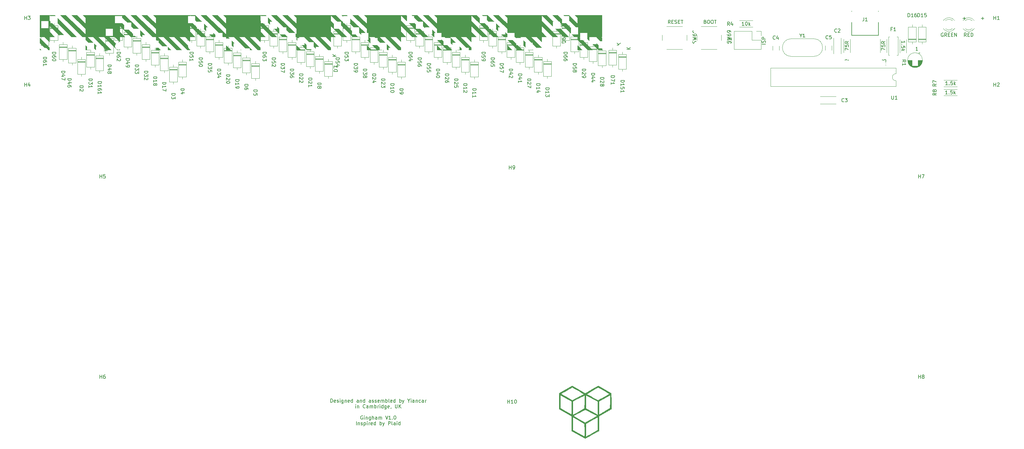
<source format=gto>
G04 #@! TF.GenerationSoftware,KiCad,Pcbnew,5.99.0-unknown-281d77f~86~ubuntu18.04.1*
G04 #@! TF.CreationDate,2019-09-27T10:58:50+01:00*
G04 #@! TF.ProjectId,gingham,67696e67-6861-46d2-9e6b-696361645f70,V1.0*
G04 #@! TF.SameCoordinates,Original*
G04 #@! TF.FileFunction,Legend,Top*
G04 #@! TF.FilePolarity,Positive*
%FSLAX46Y46*%
G04 Gerber Fmt 4.6, Leading zero omitted, Abs format (unit mm)*
G04 Created by KiCad (PCBNEW 5.99.0-unknown-281d77f~86~ubuntu18.04.1) date 2019-09-27 10:58:50*
%MOMM*%
%LPD*%
G04 APERTURE LIST*
%ADD10C,0.200000*%
%ADD11C,0.120000*%
%ADD12C,0.100000*%
%ADD13C,0.010000*%
%ADD14C,0.150000*%
%ADD15O,2.000000X2.000000*%
%ADD16R,2.000000X2.000000*%
%ADD17C,4.387800*%
%ADD18C,2.150000*%
%ADD19O,2.100000X3.100000*%
%ADD20C,3.448000*%
%ADD21C,2.101800*%
%ADD22C,4.200000*%
%ADD23R,1.600000X1.600000*%
%ADD24C,1.600000*%
%ADD25C,2.000000*%
%ADD26R,2.100000X2.100000*%
%ADD27O,2.100000X2.100000*%
%ADD28C,2.200000*%
%ADD29R,2.200000X2.200000*%
%ADD30C,1.800000*%
%ADD31O,1.800000X1.800000*%
%ADD32C,2.400000*%
%ADD33C,1.900000*%
G04 APERTURE END LIST*
D10*
X316636547Y-47223928D02*
X317398452Y-47223928D01*
X317017500Y-47604880D02*
X317017500Y-46842976D01*
X321896547Y-47233928D02*
X322658452Y-47233928D01*
X322277500Y-47614880D02*
X322277500Y-46852976D01*
X136464880Y-156769880D02*
X136464880Y-155769880D01*
X136702976Y-155769880D01*
X136845833Y-155817500D01*
X136941071Y-155912738D01*
X136988690Y-156007976D01*
X137036309Y-156198452D01*
X137036309Y-156341309D01*
X136988690Y-156531785D01*
X136941071Y-156627023D01*
X136845833Y-156722261D01*
X136702976Y-156769880D01*
X136464880Y-156769880D01*
X137845833Y-156722261D02*
X137750595Y-156769880D01*
X137560119Y-156769880D01*
X137464880Y-156722261D01*
X137417261Y-156627023D01*
X137417261Y-156246071D01*
X137464880Y-156150833D01*
X137560119Y-156103214D01*
X137750595Y-156103214D01*
X137845833Y-156150833D01*
X137893452Y-156246071D01*
X137893452Y-156341309D01*
X137417261Y-156436547D01*
X138274404Y-156722261D02*
X138369642Y-156769880D01*
X138560119Y-156769880D01*
X138655357Y-156722261D01*
X138702976Y-156627023D01*
X138702976Y-156579404D01*
X138655357Y-156484166D01*
X138560119Y-156436547D01*
X138417261Y-156436547D01*
X138322023Y-156388928D01*
X138274404Y-156293690D01*
X138274404Y-156246071D01*
X138322023Y-156150833D01*
X138417261Y-156103214D01*
X138560119Y-156103214D01*
X138655357Y-156150833D01*
X139131547Y-156769880D02*
X139131547Y-156103214D01*
X139131547Y-155769880D02*
X139083928Y-155817500D01*
X139131547Y-155865119D01*
X139179166Y-155817500D01*
X139131547Y-155769880D01*
X139131547Y-155865119D01*
X140036309Y-156103214D02*
X140036309Y-156912738D01*
X139988690Y-157007976D01*
X139941071Y-157055595D01*
X139845833Y-157103214D01*
X139702976Y-157103214D01*
X139607738Y-157055595D01*
X140036309Y-156722261D02*
X139941071Y-156769880D01*
X139750595Y-156769880D01*
X139655357Y-156722261D01*
X139607738Y-156674642D01*
X139560119Y-156579404D01*
X139560119Y-156293690D01*
X139607738Y-156198452D01*
X139655357Y-156150833D01*
X139750595Y-156103214D01*
X139941071Y-156103214D01*
X140036309Y-156150833D01*
X140512500Y-156103214D02*
X140512500Y-156769880D01*
X140512500Y-156198452D02*
X140560119Y-156150833D01*
X140655357Y-156103214D01*
X140798214Y-156103214D01*
X140893452Y-156150833D01*
X140941071Y-156246071D01*
X140941071Y-156769880D01*
X141798214Y-156722261D02*
X141702976Y-156769880D01*
X141512500Y-156769880D01*
X141417261Y-156722261D01*
X141369642Y-156627023D01*
X141369642Y-156246071D01*
X141417261Y-156150833D01*
X141512500Y-156103214D01*
X141702976Y-156103214D01*
X141798214Y-156150833D01*
X141845833Y-156246071D01*
X141845833Y-156341309D01*
X141369642Y-156436547D01*
X142702976Y-156769880D02*
X142702976Y-155769880D01*
X142702976Y-156722261D02*
X142607738Y-156769880D01*
X142417261Y-156769880D01*
X142322023Y-156722261D01*
X142274404Y-156674642D01*
X142226785Y-156579404D01*
X142226785Y-156293690D01*
X142274404Y-156198452D01*
X142322023Y-156150833D01*
X142417261Y-156103214D01*
X142607738Y-156103214D01*
X142702976Y-156150833D01*
X144369642Y-156769880D02*
X144369642Y-156246071D01*
X144322023Y-156150833D01*
X144226785Y-156103214D01*
X144036309Y-156103214D01*
X143941071Y-156150833D01*
X144369642Y-156722261D02*
X144274404Y-156769880D01*
X144036309Y-156769880D01*
X143941071Y-156722261D01*
X143893452Y-156627023D01*
X143893452Y-156531785D01*
X143941071Y-156436547D01*
X144036309Y-156388928D01*
X144274404Y-156388928D01*
X144369642Y-156341309D01*
X144845833Y-156103214D02*
X144845833Y-156769880D01*
X144845833Y-156198452D02*
X144893452Y-156150833D01*
X144988690Y-156103214D01*
X145131547Y-156103214D01*
X145226785Y-156150833D01*
X145274404Y-156246071D01*
X145274404Y-156769880D01*
X146179166Y-156769880D02*
X146179166Y-155769880D01*
X146179166Y-156722261D02*
X146083928Y-156769880D01*
X145893452Y-156769880D01*
X145798214Y-156722261D01*
X145750595Y-156674642D01*
X145702976Y-156579404D01*
X145702976Y-156293690D01*
X145750595Y-156198452D01*
X145798214Y-156150833D01*
X145893452Y-156103214D01*
X146083928Y-156103214D01*
X146179166Y-156150833D01*
X147845833Y-156769880D02*
X147845833Y-156246071D01*
X147798214Y-156150833D01*
X147702976Y-156103214D01*
X147512500Y-156103214D01*
X147417261Y-156150833D01*
X147845833Y-156722261D02*
X147750595Y-156769880D01*
X147512500Y-156769880D01*
X147417261Y-156722261D01*
X147369642Y-156627023D01*
X147369642Y-156531785D01*
X147417261Y-156436547D01*
X147512500Y-156388928D01*
X147750595Y-156388928D01*
X147845833Y-156341309D01*
X148274404Y-156722261D02*
X148369642Y-156769880D01*
X148560119Y-156769880D01*
X148655357Y-156722261D01*
X148702976Y-156627023D01*
X148702976Y-156579404D01*
X148655357Y-156484166D01*
X148560119Y-156436547D01*
X148417261Y-156436547D01*
X148322023Y-156388928D01*
X148274404Y-156293690D01*
X148274404Y-156246071D01*
X148322023Y-156150833D01*
X148417261Y-156103214D01*
X148560119Y-156103214D01*
X148655357Y-156150833D01*
X149083928Y-156722261D02*
X149179166Y-156769880D01*
X149369642Y-156769880D01*
X149464880Y-156722261D01*
X149512500Y-156627023D01*
X149512500Y-156579404D01*
X149464880Y-156484166D01*
X149369642Y-156436547D01*
X149226785Y-156436547D01*
X149131547Y-156388928D01*
X149083928Y-156293690D01*
X149083928Y-156246071D01*
X149131547Y-156150833D01*
X149226785Y-156103214D01*
X149369642Y-156103214D01*
X149464880Y-156150833D01*
X150322023Y-156722261D02*
X150226785Y-156769880D01*
X150036309Y-156769880D01*
X149941071Y-156722261D01*
X149893452Y-156627023D01*
X149893452Y-156246071D01*
X149941071Y-156150833D01*
X150036309Y-156103214D01*
X150226785Y-156103214D01*
X150322023Y-156150833D01*
X150369642Y-156246071D01*
X150369642Y-156341309D01*
X149893452Y-156436547D01*
X150798214Y-156769880D02*
X150798214Y-156103214D01*
X150798214Y-156198452D02*
X150845833Y-156150833D01*
X150941071Y-156103214D01*
X151083928Y-156103214D01*
X151179166Y-156150833D01*
X151226785Y-156246071D01*
X151226785Y-156769880D01*
X151226785Y-156246071D02*
X151274404Y-156150833D01*
X151369642Y-156103214D01*
X151512500Y-156103214D01*
X151607738Y-156150833D01*
X151655357Y-156246071D01*
X151655357Y-156769880D01*
X152131547Y-156769880D02*
X152131547Y-155769880D01*
X152131547Y-156150833D02*
X152226785Y-156103214D01*
X152417261Y-156103214D01*
X152512500Y-156150833D01*
X152560119Y-156198452D01*
X152607738Y-156293690D01*
X152607738Y-156579404D01*
X152560119Y-156674642D01*
X152512500Y-156722261D01*
X152417261Y-156769880D01*
X152226785Y-156769880D01*
X152131547Y-156722261D01*
X153179166Y-156769880D02*
X153083928Y-156722261D01*
X153036309Y-156627023D01*
X153036309Y-155769880D01*
X153941071Y-156722261D02*
X153845833Y-156769880D01*
X153655357Y-156769880D01*
X153560119Y-156722261D01*
X153512500Y-156627023D01*
X153512500Y-156246071D01*
X153560119Y-156150833D01*
X153655357Y-156103214D01*
X153845833Y-156103214D01*
X153941071Y-156150833D01*
X153988690Y-156246071D01*
X153988690Y-156341309D01*
X153512500Y-156436547D01*
X154845833Y-156769880D02*
X154845833Y-155769880D01*
X154845833Y-156722261D02*
X154750595Y-156769880D01*
X154560119Y-156769880D01*
X154464880Y-156722261D01*
X154417261Y-156674642D01*
X154369642Y-156579404D01*
X154369642Y-156293690D01*
X154417261Y-156198452D01*
X154464880Y-156150833D01*
X154560119Y-156103214D01*
X154750595Y-156103214D01*
X154845833Y-156150833D01*
X156083928Y-156769880D02*
X156083928Y-155769880D01*
X156083928Y-156150833D02*
X156179166Y-156103214D01*
X156369642Y-156103214D01*
X156464880Y-156150833D01*
X156512500Y-156198452D01*
X156560119Y-156293690D01*
X156560119Y-156579404D01*
X156512500Y-156674642D01*
X156464880Y-156722261D01*
X156369642Y-156769880D01*
X156179166Y-156769880D01*
X156083928Y-156722261D01*
X156893452Y-156103214D02*
X157131547Y-156769880D01*
X157369642Y-156103214D02*
X157131547Y-156769880D01*
X157036309Y-157007976D01*
X156988690Y-157055595D01*
X156893452Y-157103214D01*
X158702976Y-156293690D02*
X158702976Y-156769880D01*
X158369642Y-155769880D02*
X158702976Y-156293690D01*
X159036309Y-155769880D01*
X159369642Y-156769880D02*
X159369642Y-156103214D01*
X159369642Y-155769880D02*
X159322023Y-155817500D01*
X159369642Y-155865119D01*
X159417261Y-155817500D01*
X159369642Y-155769880D01*
X159369642Y-155865119D01*
X160274404Y-156769880D02*
X160274404Y-156246071D01*
X160226785Y-156150833D01*
X160131547Y-156103214D01*
X159941071Y-156103214D01*
X159845833Y-156150833D01*
X160274404Y-156722261D02*
X160179166Y-156769880D01*
X159941071Y-156769880D01*
X159845833Y-156722261D01*
X159798214Y-156627023D01*
X159798214Y-156531785D01*
X159845833Y-156436547D01*
X159941071Y-156388928D01*
X160179166Y-156388928D01*
X160274404Y-156341309D01*
X160750595Y-156103214D02*
X160750595Y-156769880D01*
X160750595Y-156198452D02*
X160798214Y-156150833D01*
X160893452Y-156103214D01*
X161036309Y-156103214D01*
X161131547Y-156150833D01*
X161179166Y-156246071D01*
X161179166Y-156769880D01*
X162083928Y-156722261D02*
X161988690Y-156769880D01*
X161798214Y-156769880D01*
X161702976Y-156722261D01*
X161655357Y-156674642D01*
X161607738Y-156579404D01*
X161607738Y-156293690D01*
X161655357Y-156198452D01*
X161702976Y-156150833D01*
X161798214Y-156103214D01*
X161988690Y-156103214D01*
X162083928Y-156150833D01*
X162941071Y-156769880D02*
X162941071Y-156246071D01*
X162893452Y-156150833D01*
X162798214Y-156103214D01*
X162607738Y-156103214D01*
X162512499Y-156150833D01*
X162941071Y-156722261D02*
X162845833Y-156769880D01*
X162607738Y-156769880D01*
X162512499Y-156722261D01*
X162464880Y-156627023D01*
X162464880Y-156531785D01*
X162512499Y-156436547D01*
X162607738Y-156388928D01*
X162845833Y-156388928D01*
X162941071Y-156341309D01*
X163417261Y-156769880D02*
X163417261Y-156103214D01*
X163417261Y-156293690D02*
X163464880Y-156198452D01*
X163512499Y-156150833D01*
X163607738Y-156103214D01*
X163702976Y-156103214D01*
X143583928Y-158379880D02*
X143583928Y-157713214D01*
X143583928Y-157379880D02*
X143536309Y-157427500D01*
X143583928Y-157475119D01*
X143631547Y-157427500D01*
X143583928Y-157379880D01*
X143583928Y-157475119D01*
X144060119Y-157713214D02*
X144060119Y-158379880D01*
X144060119Y-157808452D02*
X144107738Y-157760833D01*
X144202976Y-157713214D01*
X144345833Y-157713214D01*
X144441071Y-157760833D01*
X144488690Y-157856071D01*
X144488690Y-158379880D01*
X146298214Y-158284642D02*
X146250595Y-158332261D01*
X146107738Y-158379880D01*
X146012500Y-158379880D01*
X145869642Y-158332261D01*
X145774404Y-158237023D01*
X145726785Y-158141785D01*
X145679166Y-157951309D01*
X145679166Y-157808452D01*
X145726785Y-157617976D01*
X145774404Y-157522738D01*
X145869642Y-157427500D01*
X146012500Y-157379880D01*
X146107738Y-157379880D01*
X146250595Y-157427500D01*
X146298214Y-157475119D01*
X147155357Y-158379880D02*
X147155357Y-157856071D01*
X147107738Y-157760833D01*
X147012500Y-157713214D01*
X146822023Y-157713214D01*
X146726785Y-157760833D01*
X147155357Y-158332261D02*
X147060119Y-158379880D01*
X146822023Y-158379880D01*
X146726785Y-158332261D01*
X146679166Y-158237023D01*
X146679166Y-158141785D01*
X146726785Y-158046547D01*
X146822023Y-157998928D01*
X147060119Y-157998928D01*
X147155357Y-157951309D01*
X147631547Y-158379880D02*
X147631547Y-157713214D01*
X147631547Y-157808452D02*
X147679166Y-157760833D01*
X147774404Y-157713214D01*
X147917261Y-157713214D01*
X148012500Y-157760833D01*
X148060119Y-157856071D01*
X148060119Y-158379880D01*
X148060119Y-157856071D02*
X148107738Y-157760833D01*
X148202976Y-157713214D01*
X148345833Y-157713214D01*
X148441071Y-157760833D01*
X148488690Y-157856071D01*
X148488690Y-158379880D01*
X148964880Y-158379880D02*
X148964880Y-157379880D01*
X148964880Y-157760833D02*
X149060119Y-157713214D01*
X149250595Y-157713214D01*
X149345833Y-157760833D01*
X149393452Y-157808452D01*
X149441071Y-157903690D01*
X149441071Y-158189404D01*
X149393452Y-158284642D01*
X149345833Y-158332261D01*
X149250595Y-158379880D01*
X149060119Y-158379880D01*
X148964880Y-158332261D01*
X149869642Y-158379880D02*
X149869642Y-157713214D01*
X149869642Y-157903690D02*
X149917261Y-157808452D01*
X149964880Y-157760833D01*
X150060119Y-157713214D01*
X150155357Y-157713214D01*
X150488690Y-158379880D02*
X150488690Y-157713214D01*
X150488690Y-157379880D02*
X150441071Y-157427500D01*
X150488690Y-157475119D01*
X150536309Y-157427500D01*
X150488690Y-157379880D01*
X150488690Y-157475119D01*
X151393452Y-158379880D02*
X151393452Y-157379880D01*
X151393452Y-158332261D02*
X151298214Y-158379880D01*
X151107738Y-158379880D01*
X151012500Y-158332261D01*
X150964880Y-158284642D01*
X150917261Y-158189404D01*
X150917261Y-157903690D01*
X150964880Y-157808452D01*
X151012500Y-157760833D01*
X151107738Y-157713214D01*
X151298214Y-157713214D01*
X151393452Y-157760833D01*
X152298214Y-157713214D02*
X152298214Y-158522738D01*
X152250595Y-158617976D01*
X152202976Y-158665595D01*
X152107738Y-158713214D01*
X151964880Y-158713214D01*
X151869642Y-158665595D01*
X152298214Y-158332261D02*
X152202976Y-158379880D01*
X152012500Y-158379880D01*
X151917261Y-158332261D01*
X151869642Y-158284642D01*
X151822023Y-158189404D01*
X151822023Y-157903690D01*
X151869642Y-157808452D01*
X151917261Y-157760833D01*
X152012500Y-157713214D01*
X152202976Y-157713214D01*
X152298214Y-157760833D01*
X153155357Y-158332261D02*
X153060119Y-158379880D01*
X152869642Y-158379880D01*
X152774404Y-158332261D01*
X152726785Y-158237023D01*
X152726785Y-157856071D01*
X152774404Y-157760833D01*
X152869642Y-157713214D01*
X153060119Y-157713214D01*
X153155357Y-157760833D01*
X153202976Y-157856071D01*
X153202976Y-157951309D01*
X152726785Y-158046547D01*
X153679166Y-158332261D02*
X153679166Y-158379880D01*
X153631547Y-158475119D01*
X153583928Y-158522738D01*
X154869642Y-157379880D02*
X154869642Y-158189404D01*
X154917261Y-158284642D01*
X154964880Y-158332261D01*
X155060119Y-158379880D01*
X155250595Y-158379880D01*
X155345833Y-158332261D01*
X155393452Y-158284642D01*
X155441071Y-158189404D01*
X155441071Y-157379880D01*
X155917261Y-158379880D02*
X155917261Y-157379880D01*
X156488690Y-158379880D02*
X156060119Y-157808452D01*
X156488690Y-157379880D02*
X155917261Y-157951309D01*
X145560119Y-160647500D02*
X145464880Y-160599880D01*
X145322023Y-160599880D01*
X145179166Y-160647500D01*
X145083928Y-160742738D01*
X145036309Y-160837976D01*
X144988690Y-161028452D01*
X144988690Y-161171309D01*
X145036309Y-161361785D01*
X145083928Y-161457023D01*
X145179166Y-161552261D01*
X145322023Y-161599880D01*
X145417261Y-161599880D01*
X145560119Y-161552261D01*
X145607738Y-161504642D01*
X145607738Y-161171309D01*
X145417261Y-161171309D01*
X146036309Y-161599880D02*
X146036309Y-160933214D01*
X146036309Y-160599880D02*
X145988690Y-160647500D01*
X146036309Y-160695119D01*
X146083928Y-160647500D01*
X146036309Y-160599880D01*
X146036309Y-160695119D01*
X146512500Y-160933214D02*
X146512500Y-161599880D01*
X146512500Y-161028452D02*
X146560119Y-160980833D01*
X146655357Y-160933214D01*
X146798214Y-160933214D01*
X146893452Y-160980833D01*
X146941071Y-161076071D01*
X146941071Y-161599880D01*
X147845833Y-160933214D02*
X147845833Y-161742738D01*
X147798214Y-161837976D01*
X147750595Y-161885595D01*
X147655357Y-161933214D01*
X147512500Y-161933214D01*
X147417261Y-161885595D01*
X147845833Y-161552261D02*
X147750595Y-161599880D01*
X147560119Y-161599880D01*
X147464880Y-161552261D01*
X147417261Y-161504642D01*
X147369642Y-161409404D01*
X147369642Y-161123690D01*
X147417261Y-161028452D01*
X147464880Y-160980833D01*
X147560119Y-160933214D01*
X147750595Y-160933214D01*
X147845833Y-160980833D01*
X148322023Y-161599880D02*
X148322023Y-160599880D01*
X148750595Y-161599880D02*
X148750595Y-161076071D01*
X148702976Y-160980833D01*
X148607738Y-160933214D01*
X148464880Y-160933214D01*
X148369642Y-160980833D01*
X148322023Y-161028452D01*
X149655357Y-161599880D02*
X149655357Y-161076071D01*
X149607738Y-160980833D01*
X149512500Y-160933214D01*
X149322023Y-160933214D01*
X149226785Y-160980833D01*
X149655357Y-161552261D02*
X149560119Y-161599880D01*
X149322023Y-161599880D01*
X149226785Y-161552261D01*
X149179166Y-161457023D01*
X149179166Y-161361785D01*
X149226785Y-161266547D01*
X149322023Y-161218928D01*
X149560119Y-161218928D01*
X149655357Y-161171309D01*
X150131547Y-161599880D02*
X150131547Y-160933214D01*
X150131547Y-161028452D02*
X150179166Y-160980833D01*
X150274404Y-160933214D01*
X150417261Y-160933214D01*
X150512500Y-160980833D01*
X150560119Y-161076071D01*
X150560119Y-161599880D01*
X150560119Y-161076071D02*
X150607738Y-160980833D01*
X150702976Y-160933214D01*
X150845833Y-160933214D01*
X150941071Y-160980833D01*
X150988690Y-161076071D01*
X150988690Y-161599880D01*
X152083928Y-160599880D02*
X152417261Y-161599880D01*
X152750595Y-160599880D01*
X153607738Y-161599880D02*
X153036309Y-161599880D01*
X153322023Y-161599880D02*
X153322023Y-160599880D01*
X153226785Y-160742738D01*
X153131547Y-160837976D01*
X153036309Y-160885595D01*
X154036309Y-161504642D02*
X154083928Y-161552261D01*
X154036309Y-161599880D01*
X153988690Y-161552261D01*
X154036309Y-161504642D01*
X154036309Y-161599880D01*
X154702976Y-160599880D02*
X154798214Y-160599880D01*
X154893452Y-160647500D01*
X154941071Y-160695119D01*
X154988690Y-160790357D01*
X155036309Y-160980833D01*
X155036309Y-161218928D01*
X154988690Y-161409404D01*
X154941071Y-161504642D01*
X154893452Y-161552261D01*
X154798214Y-161599880D01*
X154702976Y-161599880D01*
X154607738Y-161552261D01*
X154560119Y-161504642D01*
X154512500Y-161409404D01*
X154464880Y-161218928D01*
X154464880Y-160980833D01*
X154512500Y-160790357D01*
X154560119Y-160695119D01*
X154607738Y-160647500D01*
X154702976Y-160599880D01*
X143774404Y-163209880D02*
X143774404Y-162209880D01*
X144250595Y-162543214D02*
X144250595Y-163209880D01*
X144250595Y-162638452D02*
X144298214Y-162590833D01*
X144393452Y-162543214D01*
X144536309Y-162543214D01*
X144631547Y-162590833D01*
X144679166Y-162686071D01*
X144679166Y-163209880D01*
X145107738Y-163162261D02*
X145202976Y-163209880D01*
X145393452Y-163209880D01*
X145488690Y-163162261D01*
X145536309Y-163067023D01*
X145536309Y-163019404D01*
X145488690Y-162924166D01*
X145393452Y-162876547D01*
X145250595Y-162876547D01*
X145155357Y-162828928D01*
X145107738Y-162733690D01*
X145107738Y-162686071D01*
X145155357Y-162590833D01*
X145250595Y-162543214D01*
X145393452Y-162543214D01*
X145488690Y-162590833D01*
X145964880Y-162543214D02*
X145964880Y-163543214D01*
X145964880Y-162590833D02*
X146060119Y-162543214D01*
X146250595Y-162543214D01*
X146345833Y-162590833D01*
X146393452Y-162638452D01*
X146441071Y-162733690D01*
X146441071Y-163019404D01*
X146393452Y-163114642D01*
X146345833Y-163162261D01*
X146250595Y-163209880D01*
X146060119Y-163209880D01*
X145964880Y-163162261D01*
X146869642Y-163209880D02*
X146869642Y-162543214D01*
X146869642Y-162209880D02*
X146822023Y-162257500D01*
X146869642Y-162305119D01*
X146917261Y-162257500D01*
X146869642Y-162209880D01*
X146869642Y-162305119D01*
X147345833Y-163209880D02*
X147345833Y-162543214D01*
X147345833Y-162733690D02*
X147393452Y-162638452D01*
X147441071Y-162590833D01*
X147536309Y-162543214D01*
X147631547Y-162543214D01*
X148345833Y-163162261D02*
X148250595Y-163209880D01*
X148060119Y-163209880D01*
X147964880Y-163162261D01*
X147917261Y-163067023D01*
X147917261Y-162686071D01*
X147964880Y-162590833D01*
X148060119Y-162543214D01*
X148250595Y-162543214D01*
X148345833Y-162590833D01*
X148393452Y-162686071D01*
X148393452Y-162781309D01*
X147917261Y-162876547D01*
X149250595Y-163209880D02*
X149250595Y-162209880D01*
X149250595Y-163162261D02*
X149155357Y-163209880D01*
X148964880Y-163209880D01*
X148869642Y-163162261D01*
X148822023Y-163114642D01*
X148774404Y-163019404D01*
X148774404Y-162733690D01*
X148822023Y-162638452D01*
X148869642Y-162590833D01*
X148964880Y-162543214D01*
X149155357Y-162543214D01*
X149250595Y-162590833D01*
X150488690Y-163209880D02*
X150488690Y-162209880D01*
X150488690Y-162590833D02*
X150583928Y-162543214D01*
X150774404Y-162543214D01*
X150869642Y-162590833D01*
X150917261Y-162638452D01*
X150964880Y-162733690D01*
X150964880Y-163019404D01*
X150917261Y-163114642D01*
X150869642Y-163162261D01*
X150774404Y-163209880D01*
X150583928Y-163209880D01*
X150488690Y-163162261D01*
X151298214Y-162543214D02*
X151536309Y-163209880D01*
X151774404Y-162543214D02*
X151536309Y-163209880D01*
X151441071Y-163447976D01*
X151393452Y-163495595D01*
X151298214Y-163543214D01*
X152917261Y-163209880D02*
X152917261Y-162209880D01*
X153298214Y-162209880D01*
X153393452Y-162257500D01*
X153441071Y-162305119D01*
X153488690Y-162400357D01*
X153488690Y-162543214D01*
X153441071Y-162638452D01*
X153393452Y-162686071D01*
X153298214Y-162733690D01*
X152917261Y-162733690D01*
X154060119Y-163209880D02*
X153964880Y-163162261D01*
X153917261Y-163067023D01*
X153917261Y-162209880D01*
X154869642Y-163209880D02*
X154869642Y-162686071D01*
X154822023Y-162590833D01*
X154726785Y-162543214D01*
X154536309Y-162543214D01*
X154441071Y-162590833D01*
X154869642Y-163162261D02*
X154774404Y-163209880D01*
X154536309Y-163209880D01*
X154441071Y-163162261D01*
X154393452Y-163067023D01*
X154393452Y-162971785D01*
X154441071Y-162876547D01*
X154536309Y-162828928D01*
X154774404Y-162828928D01*
X154869642Y-162781309D01*
X155345833Y-163209880D02*
X155345833Y-162543214D01*
X155345833Y-162209880D02*
X155298214Y-162257500D01*
X155345833Y-162305119D01*
X155393452Y-162257500D01*
X155345833Y-162209880D01*
X155345833Y-162305119D01*
X156250595Y-163209880D02*
X156250595Y-162209880D01*
X156250595Y-163162261D02*
X156155357Y-163209880D01*
X155964880Y-163209880D01*
X155869642Y-163162261D01*
X155822023Y-163114642D01*
X155774404Y-163019404D01*
X155774404Y-162733690D01*
X155822023Y-162638452D01*
X155869642Y-162590833D01*
X155964880Y-162543214D01*
X156155357Y-162543214D01*
X156250595Y-162590833D01*
D11*
X136920000Y-59490000D02*
X134680000Y-59490000D01*
X134680000Y-59490000D02*
X134680000Y-63730000D01*
X134680000Y-63730000D02*
X136920000Y-63730000D01*
X136920000Y-63730000D02*
X136920000Y-59490000D01*
X135800000Y-58840000D02*
X135800000Y-59490000D01*
X135800000Y-64380000D02*
X135800000Y-63730000D01*
X136920000Y-60210000D02*
X134680000Y-60210000D01*
X136920000Y-60330000D02*
X134680000Y-60330000D01*
X136920000Y-60090000D02*
X134680000Y-60090000D01*
X220720000Y-58090000D02*
X218480000Y-58090000D01*
X220720000Y-58330000D02*
X218480000Y-58330000D01*
X220720000Y-58210000D02*
X218480000Y-58210000D01*
X219600000Y-62380000D02*
X219600000Y-61730000D01*
X219600000Y-56840000D02*
X219600000Y-57490000D01*
X220720000Y-61730000D02*
X220720000Y-57490000D01*
X218480000Y-61730000D02*
X220720000Y-61730000D01*
X218480000Y-57490000D02*
X218480000Y-61730000D01*
X220720000Y-57490000D02*
X218480000Y-57490000D01*
X71720000Y-58490000D02*
X69480000Y-58490000D01*
X71720000Y-58730000D02*
X69480000Y-58730000D01*
X71720000Y-58610000D02*
X69480000Y-58610000D01*
X70600000Y-62780000D02*
X70600000Y-62130000D01*
X70600000Y-57240000D02*
X70600000Y-57890000D01*
X71720000Y-62130000D02*
X71720000Y-57890000D01*
X69480000Y-62130000D02*
X71720000Y-62130000D01*
X69480000Y-57890000D02*
X69480000Y-62130000D01*
X71720000Y-57890000D02*
X69480000Y-57890000D01*
X201920000Y-51490000D02*
X199680000Y-51490000D01*
X201920000Y-51730000D02*
X199680000Y-51730000D01*
X201920000Y-51610000D02*
X199680000Y-51610000D01*
X200800000Y-55780000D02*
X200800000Y-55130000D01*
X200800000Y-50240000D02*
X200800000Y-50890000D01*
X201920000Y-55130000D02*
X201920000Y-50890000D01*
X199680000Y-55130000D02*
X201920000Y-55130000D01*
X199680000Y-50890000D02*
X199680000Y-55130000D01*
X201920000Y-50890000D02*
X199680000Y-50890000D01*
X217920000Y-56890000D02*
X215680000Y-56890000D01*
X217920000Y-57130000D02*
X215680000Y-57130000D01*
X217920000Y-57010000D02*
X215680000Y-57010000D01*
X216800000Y-61180000D02*
X216800000Y-60530000D01*
X216800000Y-55640000D02*
X216800000Y-56290000D01*
X217920000Y-60530000D02*
X217920000Y-56290000D01*
X215680000Y-60530000D02*
X217920000Y-60530000D01*
X215680000Y-56290000D02*
X215680000Y-60530000D01*
X217920000Y-56290000D02*
X215680000Y-56290000D01*
D12*
G36*
X182904947Y-47960777D02*
G01*
X186791873Y-51706360D01*
X186791873Y-50186926D01*
X184495053Y-47960777D01*
X182763604Y-46300000D01*
X184353710Y-46300000D01*
X186085159Y-47960777D01*
X186791873Y-48632155D01*
X186791873Y-47077385D01*
X185979152Y-46300000D01*
X198099293Y-46300000D01*
X199760071Y-47960777D01*
X204424382Y-52554417D01*
X202869611Y-52554417D01*
X198205300Y-47960777D01*
X196615194Y-46406007D01*
X196615194Y-47925442D01*
X196650530Y-47960777D01*
X201314841Y-52554417D01*
X199760071Y-52554417D01*
X196615194Y-49480212D01*
X196615194Y-51034982D01*
X198028622Y-52554417D01*
X196615194Y-52554417D01*
X196615194Y-54038516D01*
X195201767Y-52554417D01*
X193646996Y-52554417D01*
X196615194Y-55593286D01*
X196615194Y-56300000D01*
X195802473Y-56300000D01*
X192092226Y-52554417D01*
X190572791Y-52554417D01*
X194283039Y-56300000D01*
X192728268Y-56300000D01*
X189018021Y-52554417D01*
X187463251Y-52554417D01*
X191208834Y-56300000D01*
X189689399Y-56300000D01*
X186791873Y-53331802D01*
X186791873Y-52554417D01*
X185908480Y-52554417D01*
X181279505Y-47960777D01*
X179618728Y-46300000D01*
X181173498Y-46300000D01*
X182904947Y-47960777D01*
X182904947Y-47960777D01*
G37*
G36*
X202940283Y-47960777D02*
G01*
X206827208Y-51706360D01*
X206827208Y-50186926D01*
X204530389Y-47960777D01*
X202798940Y-46300000D01*
X204389046Y-46300000D01*
X206120495Y-47960777D01*
X206827208Y-48632155D01*
X206827208Y-47077385D01*
X205979152Y-46300000D01*
X213823675Y-46300000D01*
X213823675Y-52554417D01*
X213682332Y-52554417D01*
X213823675Y-52731095D01*
X213823675Y-54285866D01*
X212127562Y-52554417D01*
X210572791Y-52554417D01*
X213823675Y-55840636D01*
X213823675Y-56300000D01*
X212763604Y-56300000D01*
X209053357Y-52554417D01*
X207498586Y-52554417D01*
X211244170Y-56300000D01*
X209724735Y-56300000D01*
X206827208Y-53331802D01*
X206827208Y-52554417D01*
X205943816Y-52554417D01*
X201314841Y-47960777D01*
X199654064Y-46300000D01*
X201208834Y-46300000D01*
X202940283Y-47960777D01*
X202940283Y-47960777D01*
G37*
G36*
X208205300Y-56300000D02*
G01*
X206827208Y-56300000D01*
X206827208Y-54886572D01*
X208205300Y-56300000D01*
X208205300Y-56300000D01*
G37*
G36*
X162869611Y-47960777D02*
G01*
X166756537Y-51706360D01*
X166756537Y-50186926D01*
X164459717Y-47960777D01*
X162728269Y-46300000D01*
X164318375Y-46300000D01*
X166049823Y-47960777D01*
X166756537Y-48632155D01*
X166756537Y-47077385D01*
X165943816Y-46300000D01*
X178063958Y-46300000D01*
X179724735Y-47960777D01*
X184389046Y-52554417D01*
X182834276Y-52554417D01*
X178169965Y-47960777D01*
X176615194Y-46406007D01*
X176579859Y-46370671D01*
X176579859Y-47925442D01*
X176615194Y-47925442D01*
X176615194Y-47960777D01*
X181279505Y-52554417D01*
X179724735Y-52554417D01*
X176615194Y-49480212D01*
X176579859Y-49444876D01*
X176579859Y-50999647D01*
X176615194Y-51034982D01*
X177993286Y-52554417D01*
X176579859Y-52554417D01*
X176579859Y-54038516D01*
X175166431Y-52554417D01*
X173611661Y-52554417D01*
X176579859Y-55593286D01*
X176579859Y-56300000D01*
X175767138Y-56300000D01*
X172056890Y-52554417D01*
X170537456Y-52554417D01*
X174247703Y-56300000D01*
X172692933Y-56300000D01*
X168982685Y-52554417D01*
X167427915Y-52554417D01*
X171173498Y-56300000D01*
X169654064Y-56300000D01*
X166756537Y-53331802D01*
X166756537Y-52554417D01*
X165873145Y-52554417D01*
X161244170Y-47960777D01*
X159583392Y-46300000D01*
X161138163Y-46300000D01*
X162869611Y-47960777D01*
X162869611Y-47960777D01*
G37*
G36*
X188169965Y-56300000D02*
G01*
X186791873Y-56300000D01*
X186791873Y-54886572D01*
X188169965Y-56300000D01*
X188169965Y-56300000D01*
G37*
G36*
X142834276Y-47960777D02*
G01*
X146756537Y-51706360D01*
X146756537Y-50186926D01*
X144424382Y-47960777D01*
X142692933Y-46300000D01*
X144283039Y-46300000D01*
X146014488Y-47960777D01*
X146756537Y-48632155D01*
X146756537Y-47077385D01*
X145908481Y-46300000D01*
X158028622Y-46300000D01*
X159689399Y-47960777D01*
X164353710Y-52554417D01*
X162798940Y-52554417D01*
X158134629Y-47960777D01*
X156544523Y-46370671D01*
X156544523Y-47925442D01*
X156579859Y-47925442D01*
X156579859Y-47960777D01*
X161244170Y-52554417D01*
X159689399Y-52554417D01*
X156579859Y-49480212D01*
X156544523Y-49444876D01*
X156544523Y-50999647D01*
X156579859Y-51034982D01*
X157957950Y-52554417D01*
X156544523Y-52554417D01*
X156544523Y-54038516D01*
X155131095Y-52554417D01*
X153576325Y-52554417D01*
X156544523Y-55593286D01*
X156544523Y-56300000D01*
X155731802Y-56300000D01*
X152021555Y-52554417D01*
X150502120Y-52554417D01*
X154212367Y-56300000D01*
X152657597Y-56300000D01*
X148947350Y-52554417D01*
X147392579Y-52554417D01*
X151138163Y-56300000D01*
X149618728Y-56300000D01*
X146756537Y-53331802D01*
X146756537Y-52554417D01*
X145837809Y-52554417D01*
X141208834Y-47960777D01*
X139548057Y-46300000D01*
X141102827Y-46300000D01*
X142834276Y-47960777D01*
X142834276Y-47960777D01*
G37*
G36*
X168134629Y-56300000D02*
G01*
X166756537Y-56300000D01*
X166756537Y-54886572D01*
X168134629Y-56300000D01*
X168134629Y-56300000D01*
G37*
G36*
X122798940Y-47960777D02*
G01*
X126721201Y-51706360D01*
X126721201Y-50186926D01*
X124389046Y-47960777D01*
X122657597Y-46300000D01*
X124247703Y-46300000D01*
X125979152Y-47960777D01*
X126721201Y-48632155D01*
X126721201Y-47077385D01*
X125873145Y-46300000D01*
X137993286Y-46300000D01*
X139654064Y-47960777D01*
X144318375Y-52554417D01*
X142763604Y-52554417D01*
X138099293Y-47960777D01*
X136509187Y-46370671D01*
X136509187Y-47925442D01*
X136544523Y-47925442D01*
X136544523Y-47960777D01*
X141208834Y-52554417D01*
X139654064Y-52554417D01*
X136544523Y-49480212D01*
X136509187Y-49444876D01*
X136509187Y-50999647D01*
X136544523Y-51034982D01*
X137922615Y-52554417D01*
X136509187Y-52554417D01*
X136509187Y-54038516D01*
X135095760Y-52554417D01*
X133540989Y-52554417D01*
X136509187Y-55593286D01*
X136509187Y-56300000D01*
X135696466Y-56300000D01*
X132021555Y-52554417D01*
X130466784Y-52554417D01*
X134177032Y-56300000D01*
X132657597Y-56300000D01*
X128912014Y-52554417D01*
X127357244Y-52554417D01*
X131102827Y-56300000D01*
X129583392Y-56300000D01*
X126721201Y-53331802D01*
X126721201Y-52554417D01*
X125837809Y-52554417D01*
X121173498Y-47960777D01*
X119512721Y-46300000D01*
X121067491Y-46300000D01*
X122798940Y-47960777D01*
X122798940Y-47960777D01*
G37*
G36*
X148134629Y-56300000D02*
G01*
X146756537Y-56300000D01*
X146756537Y-54886572D01*
X148134629Y-56300000D01*
X148134629Y-56300000D01*
G37*
G36*
X102763604Y-47960777D02*
G01*
X106685866Y-51706360D01*
X106685866Y-50186926D01*
X104353710Y-47960777D01*
X102622262Y-46300000D01*
X104212368Y-46300000D01*
X105979152Y-47960777D01*
X106685866Y-48632155D01*
X106685866Y-47077385D01*
X105837809Y-46300000D01*
X117957951Y-46300000D01*
X119618728Y-47960777D01*
X124283039Y-52554417D01*
X122728269Y-52554417D01*
X118063958Y-47960777D01*
X116509187Y-46406007D01*
X116473852Y-46370671D01*
X116473852Y-47925442D01*
X116509187Y-47925442D01*
X116509187Y-47960777D01*
X121173498Y-52554417D01*
X119654064Y-52554417D01*
X116509187Y-49480212D01*
X116473852Y-49444876D01*
X116473852Y-50999647D01*
X116509187Y-51034982D01*
X117887279Y-52554417D01*
X116473852Y-52554417D01*
X116473852Y-54038516D01*
X115060424Y-52554417D01*
X113505654Y-52554417D01*
X116473852Y-55593286D01*
X116473852Y-56300000D01*
X115661131Y-56300000D01*
X111986219Y-52554417D01*
X110431449Y-52554417D01*
X114141696Y-56300000D01*
X112622262Y-56300000D01*
X108876678Y-52554417D01*
X107321908Y-52554417D01*
X111067491Y-56300000D01*
X109548057Y-56300000D01*
X106685866Y-53331802D01*
X106685866Y-52554417D01*
X105802474Y-52554417D01*
X101138163Y-47960777D01*
X99477385Y-46300000D01*
X101032156Y-46300000D01*
X102763604Y-47960777D01*
X102763604Y-47960777D01*
G37*
G36*
X128099293Y-56300000D02*
G01*
X126721201Y-56300000D01*
X126721201Y-54886572D01*
X128099293Y-56300000D01*
X128099293Y-56300000D01*
G37*
G36*
X82728269Y-47960777D02*
G01*
X86650530Y-51706360D01*
X86650530Y-50186926D01*
X84318375Y-47960777D01*
X82586926Y-46300000D01*
X84177032Y-46300000D01*
X85943816Y-47960777D01*
X86650530Y-48632155D01*
X86650530Y-47077385D01*
X85802474Y-46300000D01*
X97922615Y-46300000D01*
X99618728Y-47960777D01*
X104247703Y-52554417D01*
X102692933Y-52554417D01*
X98063958Y-47960777D01*
X96473852Y-46406007D01*
X96438516Y-46370671D01*
X96438516Y-47925442D01*
X96473852Y-47925442D01*
X96473852Y-47960777D01*
X101138163Y-52554417D01*
X99618728Y-52554417D01*
X96473852Y-49480212D01*
X96438516Y-49444876D01*
X96438516Y-50999647D01*
X96473852Y-51034982D01*
X97851944Y-52554417D01*
X96438516Y-52554417D01*
X96438516Y-54038516D01*
X95025088Y-52554417D01*
X93470318Y-52554417D01*
X96438516Y-55593286D01*
X96438516Y-56300000D01*
X95661131Y-56300000D01*
X91950883Y-52554417D01*
X90396113Y-52554417D01*
X94106360Y-56300000D01*
X92586926Y-56300000D01*
X88841343Y-52554417D01*
X87286572Y-52554417D01*
X91032156Y-56300000D01*
X89512721Y-56300000D01*
X86650530Y-53331802D01*
X86650530Y-52554417D01*
X85767138Y-52554417D01*
X81138163Y-47960777D01*
X79442050Y-46300000D01*
X80996820Y-46300000D01*
X82728269Y-47960777D01*
X82728269Y-47960777D01*
G37*
G36*
X108063958Y-56300000D02*
G01*
X106685866Y-56300000D01*
X106685866Y-54886572D01*
X108063958Y-56300000D01*
X108063958Y-56300000D01*
G37*
G36*
X62692933Y-47960777D02*
G01*
X66615194Y-51706360D01*
X66615194Y-50186926D01*
X64283039Y-47960777D01*
X62551590Y-46300000D01*
X64141696Y-46300000D01*
X65908481Y-47960777D01*
X66615194Y-48632155D01*
X66615194Y-47077385D01*
X65767138Y-46300000D01*
X77887279Y-46300000D01*
X79583392Y-47960777D01*
X84212368Y-52554417D01*
X82657597Y-52554417D01*
X78028622Y-47960777D01*
X76438516Y-46406007D01*
X76403180Y-46370671D01*
X76403180Y-47925442D01*
X76438516Y-47925442D01*
X76438516Y-47960777D01*
X81102827Y-52554417D01*
X79583392Y-52554417D01*
X76438516Y-49480212D01*
X76403180Y-49444876D01*
X76403180Y-50999647D01*
X76438516Y-51034982D01*
X77816608Y-52554417D01*
X76403180Y-52554417D01*
X76403180Y-54038516D01*
X74989753Y-52554417D01*
X73434982Y-52554417D01*
X76403180Y-55593286D01*
X76403180Y-56300000D01*
X75625795Y-56300000D01*
X71915548Y-52554417D01*
X70360777Y-52554417D01*
X74071025Y-56300000D01*
X72551590Y-56300000D01*
X68806007Y-52554417D01*
X67251237Y-52554417D01*
X70996820Y-56300000D01*
X69477385Y-56300000D01*
X66615194Y-53331802D01*
X66615194Y-52554417D01*
X65731802Y-52554417D01*
X61102827Y-47960777D01*
X59406714Y-46300000D01*
X60961484Y-46300000D01*
X62692933Y-47960777D01*
X62692933Y-47960777D01*
G37*
G36*
X88028622Y-56300000D02*
G01*
X86650530Y-56300000D01*
X86650530Y-54886572D01*
X88028622Y-56300000D01*
X88028622Y-56300000D01*
G37*
G36*
X59548057Y-47960777D02*
G01*
X64177032Y-52554417D01*
X62622262Y-52554417D01*
X57993286Y-47960777D01*
X56403180Y-46406007D01*
X56367845Y-46370671D01*
X56367845Y-47925442D01*
X56403180Y-47925442D01*
X56403180Y-47960777D01*
X61102827Y-52554417D01*
X59548057Y-52554417D01*
X56403180Y-49480212D01*
X56367845Y-49444876D01*
X56367845Y-50999647D01*
X56403180Y-51034982D01*
X57781272Y-52554417D01*
X56367845Y-52554417D01*
X56367845Y-54038516D01*
X54954417Y-52554417D01*
X53576325Y-52554417D01*
X53576325Y-46300000D01*
X57851944Y-46300000D01*
X59548057Y-47960777D01*
X59548057Y-47960777D01*
G37*
G36*
X67993286Y-56300000D02*
G01*
X66615194Y-56300000D01*
X66615194Y-54886572D01*
X67993286Y-56300000D01*
X67993286Y-56300000D01*
G37*
G36*
X54035689Y-56300000D02*
G01*
X53576325Y-56300000D01*
X53576325Y-55840636D01*
X54035689Y-56300000D01*
X54035689Y-56300000D01*
G37*
G36*
X56367845Y-55593286D02*
G01*
X56367845Y-56300000D01*
X55590459Y-56300000D01*
X53576325Y-54285866D01*
X53576325Y-52731095D01*
X56367845Y-55593286D01*
X56367845Y-55593286D01*
G37*
D13*
G36*
X204963121Y-160640274D02*
G01*
X205639302Y-160640274D01*
X207256151Y-161586741D01*
X207731145Y-161862625D01*
X208159846Y-162107512D01*
X208519849Y-162308938D01*
X208788754Y-162454440D01*
X208944157Y-162531555D01*
X208970717Y-162540603D01*
X209069400Y-162501909D01*
X209291802Y-162389420D01*
X209615691Y-162215203D01*
X210018837Y-161991326D01*
X210479007Y-161729856D01*
X210714437Y-161594066D01*
X212360438Y-160640133D01*
X210743719Y-159752566D01*
X210263192Y-159491849D01*
X209827711Y-159261412D01*
X209460706Y-159073183D01*
X209185608Y-158939088D01*
X209025848Y-158871053D01*
X209000000Y-158865000D01*
X208891091Y-158904310D01*
X208657789Y-159014289D01*
X208323523Y-159183013D01*
X207911722Y-159398555D01*
X207445816Y-159648988D01*
X207256151Y-159752637D01*
X205639302Y-160640274D01*
X204963121Y-160640274D01*
X203325963Y-159670534D01*
X201546593Y-158616556D01*
X201569130Y-156413095D01*
X201586995Y-154666297D01*
X201884739Y-154666297D01*
X201907536Y-156551622D01*
X201930333Y-158436946D01*
X203454333Y-159346452D01*
X203911752Y-159617842D01*
X204320352Y-159857236D01*
X204657749Y-160051771D01*
X204901565Y-160188581D01*
X205029417Y-160254800D01*
X205041833Y-160258979D01*
X205060111Y-160179202D01*
X205076331Y-159953983D01*
X205089692Y-159607211D01*
X205099393Y-159162773D01*
X205104635Y-158644556D01*
X205105333Y-158363756D01*
X205105333Y-156493993D01*
X205444000Y-156493993D01*
X205444000Y-160358527D01*
X206100166Y-159996644D01*
X206436898Y-159810836D01*
X206866196Y-159573811D01*
X207332435Y-159316287D01*
X207772333Y-159073215D01*
X208788333Y-158511671D01*
X208811119Y-156635169D01*
X208815695Y-156091996D01*
X208815787Y-155856364D01*
X209183688Y-155856364D01*
X209186160Y-156373523D01*
X209188880Y-156635322D01*
X209211666Y-158511978D01*
X210862666Y-159427019D01*
X211340692Y-159691554D01*
X211766291Y-159926304D01*
X212118124Y-160119564D01*
X212374850Y-160259625D01*
X212515129Y-160334781D01*
X212534833Y-160344364D01*
X212540884Y-160264337D01*
X212546260Y-160038704D01*
X212550701Y-159691190D01*
X212553945Y-159245521D01*
X212555732Y-158725425D01*
X212556000Y-158420330D01*
X212556000Y-156493993D01*
X212501907Y-156465512D01*
X212894666Y-156465512D01*
X212894666Y-158363756D01*
X212897364Y-158910034D01*
X212904924Y-159394541D01*
X212916545Y-159793387D01*
X212931428Y-160082687D01*
X212948772Y-160238551D01*
X212958166Y-160258979D01*
X213046741Y-160216520D01*
X213258014Y-160099600D01*
X213569604Y-159921083D01*
X213959131Y-159693835D01*
X214404213Y-159430721D01*
X214545666Y-159346452D01*
X216069666Y-158436946D01*
X216092463Y-156551622D01*
X216115260Y-154666297D01*
X215923130Y-154765858D01*
X215790734Y-154837775D01*
X215537682Y-154978117D01*
X215190712Y-155171945D01*
X214776561Y-155404322D01*
X214321966Y-155660313D01*
X214312833Y-155665465D01*
X212894666Y-156465512D01*
X212501907Y-156465512D01*
X210908058Y-155626330D01*
X210426118Y-155373659D01*
X209995505Y-155149951D01*
X209638380Y-154966549D01*
X209376901Y-154834797D01*
X209233231Y-154766040D01*
X209213104Y-154758666D01*
X209200476Y-154839308D01*
X209191157Y-155065185D01*
X209185457Y-155412228D01*
X209183688Y-155856364D01*
X208815787Y-155856364D01*
X208815883Y-155610519D01*
X208811994Y-155214809D01*
X208804338Y-154928939D01*
X208793228Y-154776981D01*
X208786895Y-154758666D01*
X208701505Y-154796417D01*
X208488649Y-154902106D01*
X208170488Y-155064391D01*
X207769181Y-155271926D01*
X207306888Y-155513368D01*
X207091941Y-155626330D01*
X205444000Y-156493993D01*
X205105333Y-156493993D01*
X205105333Y-156465512D01*
X203687166Y-155665465D01*
X203232046Y-155409161D01*
X202816845Y-155176177D01*
X202468302Y-154981450D01*
X202213153Y-154839917D01*
X202078135Y-154766515D01*
X202076869Y-154765858D01*
X201884739Y-154666297D01*
X201586995Y-154666297D01*
X201590200Y-154352918D01*
X202162194Y-154352918D01*
X202239417Y-154412197D01*
X202442688Y-154540527D01*
X202749999Y-154724784D01*
X203139343Y-154951842D01*
X203588711Y-155208577D01*
X203743268Y-155295800D01*
X205302203Y-156172932D01*
X206410268Y-155588993D01*
X206856568Y-155354542D01*
X207300102Y-155122844D01*
X207695351Y-154917593D01*
X207996800Y-154762485D01*
X208047500Y-154736688D01*
X208308899Y-154598076D01*
X208497637Y-154486462D01*
X208575198Y-154424729D01*
X208575474Y-154422994D01*
X208571407Y-154420000D01*
X209425590Y-154420000D01*
X209497039Y-154470044D01*
X209697074Y-154586408D01*
X210004117Y-154757160D01*
X210396585Y-154970367D01*
X210852899Y-155214097D01*
X211054231Y-155320500D01*
X212683000Y-156178666D01*
X212937000Y-156034472D01*
X213092754Y-155946675D01*
X213366737Y-155792866D01*
X213729358Y-155589631D01*
X214151022Y-155353558D01*
X214524500Y-155144643D01*
X214950789Y-154903302D01*
X215320673Y-154688208D01*
X215610722Y-154513455D01*
X215797504Y-154393135D01*
X215858000Y-154342520D01*
X215788244Y-154282063D01*
X215596322Y-154154734D01*
X215308250Y-153975607D01*
X214950047Y-153759760D01*
X214547728Y-153522265D01*
X214127313Y-153278200D01*
X213714817Y-153042638D01*
X213336258Y-152830655D01*
X213017654Y-152657327D01*
X212785022Y-152537728D01*
X212664378Y-152486933D01*
X212655038Y-152486631D01*
X212541013Y-152545848D01*
X212315129Y-152673809D01*
X212002716Y-152855348D01*
X211629104Y-153075302D01*
X211219624Y-153318506D01*
X210799605Y-153569796D01*
X210394379Y-153814007D01*
X210029275Y-154035975D01*
X209729624Y-154220535D01*
X209520755Y-154352523D01*
X209428000Y-154416774D01*
X209425590Y-154420000D01*
X208571407Y-154420000D01*
X208506392Y-154372140D01*
X208316588Y-154250783D01*
X208031393Y-154074108D01*
X207676139Y-153857297D01*
X207276158Y-153615535D01*
X206856780Y-153364005D01*
X206443339Y-153117890D01*
X206061164Y-152892376D01*
X205735588Y-152702644D01*
X205491942Y-152563879D01*
X205355557Y-152491265D01*
X205344961Y-152486631D01*
X205251941Y-152517601D01*
X205042556Y-152621391D01*
X204742527Y-152782918D01*
X204377578Y-152987101D01*
X203973431Y-153218855D01*
X203555807Y-153463098D01*
X203150430Y-153704746D01*
X202783022Y-153928719D01*
X202479305Y-154119931D01*
X202265001Y-154263301D01*
X202165833Y-154343745D01*
X202162194Y-154352918D01*
X201590200Y-154352918D01*
X201591666Y-154209633D01*
X205292080Y-152043495D01*
X207095009Y-153104747D01*
X207596786Y-153397763D01*
X208053110Y-153659780D01*
X208442922Y-153879066D01*
X208745166Y-154043891D01*
X208938782Y-154142522D01*
X209000000Y-154165999D01*
X209098509Y-154124601D01*
X209321411Y-154008228D01*
X209647647Y-153828610D01*
X210056159Y-153597480D01*
X210525890Y-153326567D01*
X210904990Y-153104747D01*
X212707919Y-152043495D01*
X216408333Y-154209633D01*
X216430869Y-156413095D01*
X216453406Y-158616556D01*
X214674036Y-159670534D01*
X212894666Y-160724511D01*
X212894666Y-164895397D01*
X210988833Y-165965365D01*
X210469648Y-166254441D01*
X209996172Y-166513495D01*
X209589212Y-166731510D01*
X209269573Y-166897470D01*
X209058064Y-167000359D01*
X208977999Y-167029986D01*
X208878339Y-166988337D01*
X208652577Y-166873908D01*
X208321622Y-166697949D01*
X207906385Y-166471708D01*
X207427777Y-166206435D01*
X206989166Y-165960032D01*
X205105333Y-164895424D01*
X205105333Y-162391123D01*
X205446624Y-162391123D01*
X205447021Y-162820187D01*
X205450042Y-164707000D01*
X207076854Y-165615247D01*
X207553778Y-165880012D01*
X207981408Y-166114555D01*
X208337573Y-166306948D01*
X208600101Y-166445266D01*
X208746821Y-166517580D01*
X208768817Y-166525414D01*
X208786904Y-166445410D01*
X208800972Y-166220461D01*
X208810459Y-165874920D01*
X208814798Y-165433140D01*
X208814269Y-165235067D01*
X209184647Y-165235067D01*
X209185690Y-165708809D01*
X209191529Y-166096152D01*
X209201717Y-166372709D01*
X209215806Y-166514092D01*
X209222422Y-166527333D01*
X209309688Y-166487893D01*
X209522666Y-166377458D01*
X209839373Y-166207853D01*
X210237823Y-165990904D01*
X210696032Y-165738436D01*
X210914468Y-165617166D01*
X212550124Y-164707000D01*
X212553062Y-162820187D01*
X212553286Y-162208880D01*
X212550751Y-161747305D01*
X212543881Y-161415864D01*
X212531099Y-161194959D01*
X212510831Y-161064992D01*
X212481500Y-161006367D01*
X212441530Y-160999486D01*
X212407833Y-161014164D01*
X212292165Y-161079899D01*
X212054562Y-161216899D01*
X211719336Y-161411075D01*
X211310802Y-161648339D01*
X210853272Y-161914602D01*
X210735666Y-161983124D01*
X209211666Y-162871296D01*
X209188848Y-164699315D01*
X209184647Y-165235067D01*
X208814269Y-165235067D01*
X208813426Y-164919474D01*
X208811151Y-164699315D01*
X208788333Y-162871296D01*
X207264333Y-161983124D01*
X206798454Y-161711874D01*
X206375574Y-161466148D01*
X206020004Y-161260033D01*
X205756059Y-161107619D01*
X205608051Y-161022994D01*
X205592166Y-161014164D01*
X205544145Y-160997245D01*
X205507826Y-161018872D01*
X205481633Y-161098643D01*
X205463991Y-161256156D01*
X205453326Y-161511009D01*
X205448062Y-161882798D01*
X205446624Y-162391123D01*
X205105333Y-162391123D01*
X205105333Y-160724511D01*
X204963121Y-160640274D01*
X204963121Y-160640274D01*
G37*
X204963121Y-160640274D02*
X205639302Y-160640274D01*
X207256151Y-161586741D01*
X207731145Y-161862625D01*
X208159846Y-162107512D01*
X208519849Y-162308938D01*
X208788754Y-162454440D01*
X208944157Y-162531555D01*
X208970717Y-162540603D01*
X209069400Y-162501909D01*
X209291802Y-162389420D01*
X209615691Y-162215203D01*
X210018837Y-161991326D01*
X210479007Y-161729856D01*
X210714437Y-161594066D01*
X212360438Y-160640133D01*
X210743719Y-159752566D01*
X210263192Y-159491849D01*
X209827711Y-159261412D01*
X209460706Y-159073183D01*
X209185608Y-158939088D01*
X209025848Y-158871053D01*
X209000000Y-158865000D01*
X208891091Y-158904310D01*
X208657789Y-159014289D01*
X208323523Y-159183013D01*
X207911722Y-159398555D01*
X207445816Y-159648988D01*
X207256151Y-159752637D01*
X205639302Y-160640274D01*
X204963121Y-160640274D01*
X203325963Y-159670534D01*
X201546593Y-158616556D01*
X201569130Y-156413095D01*
X201586995Y-154666297D01*
X201884739Y-154666297D01*
X201907536Y-156551622D01*
X201930333Y-158436946D01*
X203454333Y-159346452D01*
X203911752Y-159617842D01*
X204320352Y-159857236D01*
X204657749Y-160051771D01*
X204901565Y-160188581D01*
X205029417Y-160254800D01*
X205041833Y-160258979D01*
X205060111Y-160179202D01*
X205076331Y-159953983D01*
X205089692Y-159607211D01*
X205099393Y-159162773D01*
X205104635Y-158644556D01*
X205105333Y-158363756D01*
X205105333Y-156493993D01*
X205444000Y-156493993D01*
X205444000Y-160358527D01*
X206100166Y-159996644D01*
X206436898Y-159810836D01*
X206866196Y-159573811D01*
X207332435Y-159316287D01*
X207772333Y-159073215D01*
X208788333Y-158511671D01*
X208811119Y-156635169D01*
X208815695Y-156091996D01*
X208815787Y-155856364D01*
X209183688Y-155856364D01*
X209186160Y-156373523D01*
X209188880Y-156635322D01*
X209211666Y-158511978D01*
X210862666Y-159427019D01*
X211340692Y-159691554D01*
X211766291Y-159926304D01*
X212118124Y-160119564D01*
X212374850Y-160259625D01*
X212515129Y-160334781D01*
X212534833Y-160344364D01*
X212540884Y-160264337D01*
X212546260Y-160038704D01*
X212550701Y-159691190D01*
X212553945Y-159245521D01*
X212555732Y-158725425D01*
X212556000Y-158420330D01*
X212556000Y-156493993D01*
X212501907Y-156465512D01*
X212894666Y-156465512D01*
X212894666Y-158363756D01*
X212897364Y-158910034D01*
X212904924Y-159394541D01*
X212916545Y-159793387D01*
X212931428Y-160082687D01*
X212948772Y-160238551D01*
X212958166Y-160258979D01*
X213046741Y-160216520D01*
X213258014Y-160099600D01*
X213569604Y-159921083D01*
X213959131Y-159693835D01*
X214404213Y-159430721D01*
X214545666Y-159346452D01*
X216069666Y-158436946D01*
X216092463Y-156551622D01*
X216115260Y-154666297D01*
X215923130Y-154765858D01*
X215790734Y-154837775D01*
X215537682Y-154978117D01*
X215190712Y-155171945D01*
X214776561Y-155404322D01*
X214321966Y-155660313D01*
X214312833Y-155665465D01*
X212894666Y-156465512D01*
X212501907Y-156465512D01*
X210908058Y-155626330D01*
X210426118Y-155373659D01*
X209995505Y-155149951D01*
X209638380Y-154966549D01*
X209376901Y-154834797D01*
X209233231Y-154766040D01*
X209213104Y-154758666D01*
X209200476Y-154839308D01*
X209191157Y-155065185D01*
X209185457Y-155412228D01*
X209183688Y-155856364D01*
X208815787Y-155856364D01*
X208815883Y-155610519D01*
X208811994Y-155214809D01*
X208804338Y-154928939D01*
X208793228Y-154776981D01*
X208786895Y-154758666D01*
X208701505Y-154796417D01*
X208488649Y-154902106D01*
X208170488Y-155064391D01*
X207769181Y-155271926D01*
X207306888Y-155513368D01*
X207091941Y-155626330D01*
X205444000Y-156493993D01*
X205105333Y-156493993D01*
X205105333Y-156465512D01*
X203687166Y-155665465D01*
X203232046Y-155409161D01*
X202816845Y-155176177D01*
X202468302Y-154981450D01*
X202213153Y-154839917D01*
X202078135Y-154766515D01*
X202076869Y-154765858D01*
X201884739Y-154666297D01*
X201586995Y-154666297D01*
X201590200Y-154352918D01*
X202162194Y-154352918D01*
X202239417Y-154412197D01*
X202442688Y-154540527D01*
X202749999Y-154724784D01*
X203139343Y-154951842D01*
X203588711Y-155208577D01*
X203743268Y-155295800D01*
X205302203Y-156172932D01*
X206410268Y-155588993D01*
X206856568Y-155354542D01*
X207300102Y-155122844D01*
X207695351Y-154917593D01*
X207996800Y-154762485D01*
X208047500Y-154736688D01*
X208308899Y-154598076D01*
X208497637Y-154486462D01*
X208575198Y-154424729D01*
X208575474Y-154422994D01*
X208571407Y-154420000D01*
X209425590Y-154420000D01*
X209497039Y-154470044D01*
X209697074Y-154586408D01*
X210004117Y-154757160D01*
X210396585Y-154970367D01*
X210852899Y-155214097D01*
X211054231Y-155320500D01*
X212683000Y-156178666D01*
X212937000Y-156034472D01*
X213092754Y-155946675D01*
X213366737Y-155792866D01*
X213729358Y-155589631D01*
X214151022Y-155353558D01*
X214524500Y-155144643D01*
X214950789Y-154903302D01*
X215320673Y-154688208D01*
X215610722Y-154513455D01*
X215797504Y-154393135D01*
X215858000Y-154342520D01*
X215788244Y-154282063D01*
X215596322Y-154154734D01*
X215308250Y-153975607D01*
X214950047Y-153759760D01*
X214547728Y-153522265D01*
X214127313Y-153278200D01*
X213714817Y-153042638D01*
X213336258Y-152830655D01*
X213017654Y-152657327D01*
X212785022Y-152537728D01*
X212664378Y-152486933D01*
X212655038Y-152486631D01*
X212541013Y-152545848D01*
X212315129Y-152673809D01*
X212002716Y-152855348D01*
X211629104Y-153075302D01*
X211219624Y-153318506D01*
X210799605Y-153569796D01*
X210394379Y-153814007D01*
X210029275Y-154035975D01*
X209729624Y-154220535D01*
X209520755Y-154352523D01*
X209428000Y-154416774D01*
X209425590Y-154420000D01*
X208571407Y-154420000D01*
X208506392Y-154372140D01*
X208316588Y-154250783D01*
X208031393Y-154074108D01*
X207676139Y-153857297D01*
X207276158Y-153615535D01*
X206856780Y-153364005D01*
X206443339Y-153117890D01*
X206061164Y-152892376D01*
X205735588Y-152702644D01*
X205491942Y-152563879D01*
X205355557Y-152491265D01*
X205344961Y-152486631D01*
X205251941Y-152517601D01*
X205042556Y-152621391D01*
X204742527Y-152782918D01*
X204377578Y-152987101D01*
X203973431Y-153218855D01*
X203555807Y-153463098D01*
X203150430Y-153704746D01*
X202783022Y-153928719D01*
X202479305Y-154119931D01*
X202265001Y-154263301D01*
X202165833Y-154343745D01*
X202162194Y-154352918D01*
X201590200Y-154352918D01*
X201591666Y-154209633D01*
X205292080Y-152043495D01*
X207095009Y-153104747D01*
X207596786Y-153397763D01*
X208053110Y-153659780D01*
X208442922Y-153879066D01*
X208745166Y-154043891D01*
X208938782Y-154142522D01*
X209000000Y-154165999D01*
X209098509Y-154124601D01*
X209321411Y-154008228D01*
X209647647Y-153828610D01*
X210056159Y-153597480D01*
X210525890Y-153326567D01*
X210904990Y-153104747D01*
X212707919Y-152043495D01*
X216408333Y-154209633D01*
X216430869Y-156413095D01*
X216453406Y-158616556D01*
X214674036Y-159670534D01*
X212894666Y-160724511D01*
X212894666Y-164895397D01*
X210988833Y-165965365D01*
X210469648Y-166254441D01*
X209996172Y-166513495D01*
X209589212Y-166731510D01*
X209269573Y-166897470D01*
X209058064Y-167000359D01*
X208977999Y-167029986D01*
X208878339Y-166988337D01*
X208652577Y-166873908D01*
X208321622Y-166697949D01*
X207906385Y-166471708D01*
X207427777Y-166206435D01*
X206989166Y-165960032D01*
X205105333Y-164895424D01*
X205105333Y-162391123D01*
X205446624Y-162391123D01*
X205447021Y-162820187D01*
X205450042Y-164707000D01*
X207076854Y-165615247D01*
X207553778Y-165880012D01*
X207981408Y-166114555D01*
X208337573Y-166306948D01*
X208600101Y-166445266D01*
X208746821Y-166517580D01*
X208768817Y-166525414D01*
X208786904Y-166445410D01*
X208800972Y-166220461D01*
X208810459Y-165874920D01*
X208814798Y-165433140D01*
X208814269Y-165235067D01*
X209184647Y-165235067D01*
X209185690Y-165708809D01*
X209191529Y-166096152D01*
X209201717Y-166372709D01*
X209215806Y-166514092D01*
X209222422Y-166527333D01*
X209309688Y-166487893D01*
X209522666Y-166377458D01*
X209839373Y-166207853D01*
X210237823Y-165990904D01*
X210696032Y-165738436D01*
X210914468Y-165617166D01*
X212550124Y-164707000D01*
X212553062Y-162820187D01*
X212553286Y-162208880D01*
X212550751Y-161747305D01*
X212543881Y-161415864D01*
X212531099Y-161194959D01*
X212510831Y-161064992D01*
X212481500Y-161006367D01*
X212441530Y-160999486D01*
X212407833Y-161014164D01*
X212292165Y-161079899D01*
X212054562Y-161216899D01*
X211719336Y-161411075D01*
X211310802Y-161648339D01*
X210853272Y-161914602D01*
X210735666Y-161983124D01*
X209211666Y-162871296D01*
X209188848Y-164699315D01*
X209184647Y-165235067D01*
X208814269Y-165235067D01*
X208813426Y-164919474D01*
X208811151Y-164699315D01*
X208788333Y-162871296D01*
X207264333Y-161983124D01*
X206798454Y-161711874D01*
X206375574Y-161466148D01*
X206020004Y-161260033D01*
X205756059Y-161107619D01*
X205608051Y-161022994D01*
X205592166Y-161014164D01*
X205544145Y-160997245D01*
X205507826Y-161018872D01*
X205481633Y-161098643D01*
X205463991Y-161256156D01*
X205453326Y-161511009D01*
X205448062Y-161882798D01*
X205446624Y-162391123D01*
X205105333Y-162391123D01*
X205105333Y-160724511D01*
X204963121Y-160640274D01*
D14*
X292612500Y-45087500D02*
X292612500Y-52087500D01*
X292612500Y-52087500D02*
X284912500Y-52087500D01*
X284912500Y-52087500D02*
X284912500Y-45087500D01*
D11*
X66520000Y-59490000D02*
X64280000Y-59490000D01*
X66520000Y-59730000D02*
X64280000Y-59730000D01*
X66520000Y-59610000D02*
X64280000Y-59610000D01*
X65400000Y-63780000D02*
X65400000Y-63130000D01*
X65400000Y-58240000D02*
X65400000Y-58890000D01*
X66520000Y-63130000D02*
X66520000Y-58890000D01*
X64280000Y-63130000D02*
X66520000Y-63130000D01*
X64280000Y-58890000D02*
X64280000Y-63130000D01*
X66520000Y-58890000D02*
X64280000Y-58890000D01*
X204520000Y-49290000D02*
X202280000Y-49290000D01*
X202280000Y-49290000D02*
X202280000Y-53530000D01*
X202280000Y-53530000D02*
X204520000Y-53530000D01*
X204520000Y-53530000D02*
X204520000Y-49290000D01*
X203400000Y-48640000D02*
X203400000Y-49290000D01*
X203400000Y-54180000D02*
X203400000Y-53530000D01*
X204520000Y-50010000D02*
X202280000Y-50010000D01*
X204520000Y-50130000D02*
X202280000Y-50130000D01*
X204520000Y-49890000D02*
X202280000Y-49890000D01*
X304395000Y-57080199D02*
X303995000Y-57080199D01*
X304195000Y-56880199D02*
X304195000Y-57280199D01*
X303370000Y-61231000D02*
X302630000Y-61231000D01*
X303537000Y-61191000D02*
X302463000Y-61191000D01*
X303664000Y-61151000D02*
X302336000Y-61151000D01*
X303768000Y-61111000D02*
X302232000Y-61111000D01*
X303859000Y-61071000D02*
X302141000Y-61071000D01*
X303940000Y-61031000D02*
X302060000Y-61031000D01*
X304013000Y-60991000D02*
X301987000Y-60991000D01*
X304080000Y-60951000D02*
X301920000Y-60951000D01*
X304142000Y-60911000D02*
X301858000Y-60911000D01*
X304200000Y-60871000D02*
X301800000Y-60871000D01*
X304254000Y-60831000D02*
X301746000Y-60831000D01*
X304304000Y-60791000D02*
X301696000Y-60791000D01*
X304351000Y-60751000D02*
X301649000Y-60751000D01*
X302160000Y-60711000D02*
X301604000Y-60711000D01*
X304396000Y-60711000D02*
X303840000Y-60711000D01*
X302160000Y-60671000D02*
X301562000Y-60671000D01*
X304438000Y-60671000D02*
X303840000Y-60671000D01*
X302160000Y-60631000D02*
X301522000Y-60631000D01*
X304478000Y-60631000D02*
X303840000Y-60631000D01*
X302160000Y-60591000D02*
X301484000Y-60591000D01*
X304516000Y-60591000D02*
X303840000Y-60591000D01*
X302160000Y-60551000D02*
X301448000Y-60551000D01*
X304552000Y-60551000D02*
X303840000Y-60551000D01*
X302160000Y-60511000D02*
X301413000Y-60511000D01*
X304587000Y-60511000D02*
X303840000Y-60511000D01*
X302160000Y-60471000D02*
X301381000Y-60471000D01*
X304619000Y-60471000D02*
X303840000Y-60471000D01*
X302160000Y-60431000D02*
X301350000Y-60431000D01*
X304650000Y-60431000D02*
X303840000Y-60431000D01*
X302160000Y-60391000D02*
X301320000Y-60391000D01*
X304680000Y-60391000D02*
X303840000Y-60391000D01*
X302160000Y-60351000D02*
X301292000Y-60351000D01*
X304708000Y-60351000D02*
X303840000Y-60351000D01*
X302160000Y-60311000D02*
X301265000Y-60311000D01*
X304735000Y-60311000D02*
X303840000Y-60311000D01*
X302160000Y-60271000D02*
X301240000Y-60271000D01*
X304760000Y-60271000D02*
X303840000Y-60271000D01*
X302160000Y-60231000D02*
X301215000Y-60231000D01*
X304785000Y-60231000D02*
X303840000Y-60231000D01*
X302160000Y-60191000D02*
X301192000Y-60191000D01*
X304808000Y-60191000D02*
X303840000Y-60191000D01*
X302160000Y-60151000D02*
X301170000Y-60151000D01*
X304830000Y-60151000D02*
X303840000Y-60151000D01*
X302160000Y-60111000D02*
X301149000Y-60111000D01*
X304851000Y-60111000D02*
X303840000Y-60111000D01*
X302160000Y-60071000D02*
X301130000Y-60071000D01*
X304870000Y-60071000D02*
X303840000Y-60071000D01*
X302160000Y-60031000D02*
X301111000Y-60031000D01*
X304889000Y-60031000D02*
X303840000Y-60031000D01*
X302160000Y-59991000D02*
X301093000Y-59991000D01*
X304907000Y-59991000D02*
X303840000Y-59991000D01*
X302160000Y-59951000D02*
X301076000Y-59951000D01*
X304924000Y-59951000D02*
X303840000Y-59951000D01*
X302160000Y-59911000D02*
X301060000Y-59911000D01*
X304940000Y-59911000D02*
X303840000Y-59911000D01*
X302160000Y-59871000D02*
X301046000Y-59871000D01*
X304954000Y-59871000D02*
X303840000Y-59871000D01*
X302160000Y-59830000D02*
X301032000Y-59830000D01*
X304968000Y-59830000D02*
X303840000Y-59830000D01*
X302160000Y-59790000D02*
X301018000Y-59790000D01*
X304982000Y-59790000D02*
X303840000Y-59790000D01*
X302160000Y-59750000D02*
X301006000Y-59750000D01*
X304994000Y-59750000D02*
X303840000Y-59750000D01*
X302160000Y-59710000D02*
X300995000Y-59710000D01*
X305005000Y-59710000D02*
X303840000Y-59710000D01*
X302160000Y-59670000D02*
X300984000Y-59670000D01*
X305016000Y-59670000D02*
X303840000Y-59670000D01*
X302160000Y-59630000D02*
X300975000Y-59630000D01*
X305025000Y-59630000D02*
X303840000Y-59630000D01*
X302160000Y-59590000D02*
X300966000Y-59590000D01*
X305034000Y-59590000D02*
X303840000Y-59590000D01*
X302160000Y-59550000D02*
X300958000Y-59550000D01*
X305042000Y-59550000D02*
X303840000Y-59550000D01*
X302160000Y-59510000D02*
X300950000Y-59510000D01*
X305050000Y-59510000D02*
X303840000Y-59510000D01*
X302160000Y-59470000D02*
X300944000Y-59470000D01*
X305056000Y-59470000D02*
X303840000Y-59470000D01*
X302160000Y-59430000D02*
X300938000Y-59430000D01*
X305062000Y-59430000D02*
X303840000Y-59430000D01*
X302160000Y-59390000D02*
X300933000Y-59390000D01*
X305067000Y-59390000D02*
X303840000Y-59390000D01*
X302160000Y-59350000D02*
X300929000Y-59350000D01*
X305071000Y-59350000D02*
X303840000Y-59350000D01*
X302160000Y-59310000D02*
X300926000Y-59310000D01*
X305074000Y-59310000D02*
X303840000Y-59310000D01*
X302160000Y-59270000D02*
X300923000Y-59270000D01*
X305077000Y-59270000D02*
X303840000Y-59270000D01*
X305079000Y-59230000D02*
X303840000Y-59230000D01*
X302160000Y-59230000D02*
X300921000Y-59230000D01*
X305080000Y-59190000D02*
X303840000Y-59190000D01*
X302160000Y-59190000D02*
X300920000Y-59190000D01*
X305080000Y-59150000D02*
X303840000Y-59150000D01*
X302160000Y-59150000D02*
X300920000Y-59150000D01*
X305120000Y-59150000D02*
G75*
G03X305120000Y-59150000I-2120000J0D01*
G01*
X279800000Y-57326250D02*
X279800000Y-52786250D01*
X281940000Y-57326250D02*
X281940000Y-52786250D01*
X279800000Y-57326250D02*
X279815000Y-57326250D01*
X281925000Y-57326250D02*
X281940000Y-57326250D01*
X279800000Y-52786250D02*
X279815000Y-52786250D01*
X281925000Y-52786250D02*
X281940000Y-52786250D01*
X280484999Y-71611371D02*
X280484999Y-71626371D01*
X280484999Y-69486371D02*
X280484999Y-69501371D01*
X275944999Y-71611371D02*
X275944999Y-71626371D01*
X275944999Y-69486371D02*
X275944999Y-69501371D01*
X275944999Y-71626371D02*
X280484999Y-71626371D01*
X275944999Y-69486371D02*
X280484999Y-69486371D01*
X264290000Y-55077250D02*
X264290000Y-56335250D01*
X262450000Y-55077250D02*
X262450000Y-56335250D01*
X277450000Y-55027250D02*
X277450000Y-56285250D01*
X279290000Y-55027250D02*
X279290000Y-56285250D01*
X92720000Y-61690000D02*
X90480000Y-61690000D01*
X92720000Y-61930000D02*
X90480000Y-61930000D01*
X92720000Y-61810000D02*
X90480000Y-61810000D01*
X91600000Y-65980000D02*
X91600000Y-65330000D01*
X91600000Y-60440000D02*
X91600000Y-61090000D01*
X92720000Y-65330000D02*
X92720000Y-61090000D01*
X90480000Y-65330000D02*
X92720000Y-65330000D01*
X90480000Y-61090000D02*
X90480000Y-65330000D01*
X92720000Y-61090000D02*
X90480000Y-61090000D01*
X95320000Y-60290000D02*
X93080000Y-60290000D01*
X95320000Y-60530000D02*
X93080000Y-60530000D01*
X95320000Y-60410000D02*
X93080000Y-60410000D01*
X94200000Y-64580000D02*
X94200000Y-63930000D01*
X94200000Y-59040000D02*
X94200000Y-59690000D01*
X95320000Y-63930000D02*
X95320000Y-59690000D01*
X93080000Y-63930000D02*
X95320000Y-63930000D01*
X93080000Y-59690000D02*
X93080000Y-63930000D01*
X95320000Y-59690000D02*
X93080000Y-59690000D01*
X116120000Y-60690000D02*
X113880000Y-60690000D01*
X116120000Y-60930000D02*
X113880000Y-60930000D01*
X116120000Y-60810000D02*
X113880000Y-60810000D01*
X115000000Y-64980000D02*
X115000000Y-64330000D01*
X115000000Y-59440000D02*
X115000000Y-60090000D01*
X116120000Y-64330000D02*
X116120000Y-60090000D01*
X113880000Y-64330000D02*
X116120000Y-64330000D01*
X113880000Y-60090000D02*
X113880000Y-64330000D01*
X116120000Y-60090000D02*
X113880000Y-60090000D01*
X113520000Y-58490000D02*
X111280000Y-58490000D01*
X111280000Y-58490000D02*
X111280000Y-62730000D01*
X111280000Y-62730000D02*
X113520000Y-62730000D01*
X113520000Y-62730000D02*
X113520000Y-58490000D01*
X112400000Y-57840000D02*
X112400000Y-58490000D01*
X112400000Y-63380000D02*
X112400000Y-62730000D01*
X113520000Y-59210000D02*
X111280000Y-59210000D01*
X113520000Y-59330000D02*
X111280000Y-59330000D01*
X113520000Y-59090000D02*
X111280000Y-59090000D01*
X134320000Y-58690000D02*
X132080000Y-58690000D01*
X134320000Y-58930000D02*
X132080000Y-58930000D01*
X134320000Y-58810000D02*
X132080000Y-58810000D01*
X133200000Y-62980000D02*
X133200000Y-62330000D01*
X133200000Y-57440000D02*
X133200000Y-58090000D01*
X134320000Y-62330000D02*
X134320000Y-58090000D01*
X132080000Y-62330000D02*
X134320000Y-62330000D01*
X132080000Y-58090000D02*
X132080000Y-62330000D01*
X134320000Y-58090000D02*
X132080000Y-58090000D01*
X157720000Y-59690000D02*
X155480000Y-59690000D01*
X155480000Y-59690000D02*
X155480000Y-63930000D01*
X155480000Y-63930000D02*
X157720000Y-63930000D01*
X157720000Y-63930000D02*
X157720000Y-59690000D01*
X156600000Y-59040000D02*
X156600000Y-59690000D01*
X156600000Y-64580000D02*
X156600000Y-63930000D01*
X157720000Y-60410000D02*
X155480000Y-60410000D01*
X157720000Y-60530000D02*
X155480000Y-60530000D01*
X157720000Y-60290000D02*
X155480000Y-60290000D01*
X155120000Y-58890000D02*
X152880000Y-58890000D01*
X155120000Y-59130000D02*
X152880000Y-59130000D01*
X155120000Y-59010000D02*
X152880000Y-59010000D01*
X154000000Y-63180000D02*
X154000000Y-62530000D01*
X154000000Y-57640000D02*
X154000000Y-58290000D01*
X155120000Y-62530000D02*
X155120000Y-58290000D01*
X152880000Y-62530000D02*
X155120000Y-62530000D01*
X152880000Y-58290000D02*
X152880000Y-62530000D01*
X155120000Y-58290000D02*
X152880000Y-58290000D01*
X178520000Y-60290000D02*
X176280000Y-60290000D01*
X178520000Y-60530000D02*
X176280000Y-60530000D01*
X178520000Y-60410000D02*
X176280000Y-60410000D01*
X177400000Y-64580000D02*
X177400000Y-63930000D01*
X177400000Y-59040000D02*
X177400000Y-59690000D01*
X178520000Y-63930000D02*
X178520000Y-59690000D01*
X176280000Y-63930000D02*
X178520000Y-63930000D01*
X176280000Y-59690000D02*
X176280000Y-63930000D01*
X178520000Y-59690000D02*
X176280000Y-59690000D01*
X175920000Y-58290000D02*
X173680000Y-58290000D01*
X173680000Y-58290000D02*
X173680000Y-62530000D01*
X173680000Y-62530000D02*
X175920000Y-62530000D01*
X175920000Y-62530000D02*
X175920000Y-58290000D01*
X174800000Y-57640000D02*
X174800000Y-58290000D01*
X174800000Y-63180000D02*
X174800000Y-62530000D01*
X175920000Y-59010000D02*
X173680000Y-59010000D01*
X175920000Y-59130000D02*
X173680000Y-59130000D01*
X175920000Y-58890000D02*
X173680000Y-58890000D01*
X199320000Y-59490000D02*
X197080000Y-59490000D01*
X197080000Y-59490000D02*
X197080000Y-63730000D01*
X197080000Y-63730000D02*
X199320000Y-63730000D01*
X199320000Y-63730000D02*
X199320000Y-59490000D01*
X198200000Y-58840000D02*
X198200000Y-59490000D01*
X198200000Y-64380000D02*
X198200000Y-63730000D01*
X199320000Y-60210000D02*
X197080000Y-60210000D01*
X199320000Y-60330000D02*
X197080000Y-60330000D01*
X199320000Y-60090000D02*
X197080000Y-60090000D01*
X196720000Y-58890000D02*
X194480000Y-58890000D01*
X196720000Y-59130000D02*
X194480000Y-59130000D01*
X196720000Y-59010000D02*
X194480000Y-59010000D01*
X195600000Y-63180000D02*
X195600000Y-62530000D01*
X195600000Y-57640000D02*
X195600000Y-58290000D01*
X196720000Y-62530000D02*
X196720000Y-58290000D01*
X194480000Y-62530000D02*
X196720000Y-62530000D01*
X194480000Y-58290000D02*
X194480000Y-62530000D01*
X196720000Y-58290000D02*
X194480000Y-58290000D01*
X303880000Y-53310000D02*
X306120000Y-53310000D01*
X303880000Y-53070000D02*
X306120000Y-53070000D01*
X303880000Y-53190000D02*
X306120000Y-53190000D01*
X305000000Y-49020000D02*
X305000000Y-49670000D01*
X305000000Y-54560000D02*
X305000000Y-53910000D01*
X303880000Y-49670000D02*
X303880000Y-53910000D01*
X306120000Y-49670000D02*
X303880000Y-49670000D01*
X306120000Y-53910000D02*
X306120000Y-49670000D01*
X303880000Y-53910000D02*
X306120000Y-53910000D01*
X301080000Y-53910000D02*
X303320000Y-53910000D01*
X303320000Y-53910000D02*
X303320000Y-49670000D01*
X303320000Y-49670000D02*
X301080000Y-49670000D01*
X301080000Y-49670000D02*
X301080000Y-53910000D01*
X302200000Y-54560000D02*
X302200000Y-53910000D01*
X302200000Y-49020000D02*
X302200000Y-49670000D01*
X301080000Y-53190000D02*
X303320000Y-53190000D01*
X301080000Y-53070000D02*
X303320000Y-53070000D01*
X301080000Y-53310000D02*
X303320000Y-53310000D01*
X90120000Y-57890000D02*
X87880000Y-57890000D01*
X87880000Y-57890000D02*
X87880000Y-62130000D01*
X87880000Y-62130000D02*
X90120000Y-62130000D01*
X90120000Y-62130000D02*
X90120000Y-57890000D01*
X89000000Y-57240000D02*
X89000000Y-57890000D01*
X89000000Y-62780000D02*
X89000000Y-62130000D01*
X90120000Y-58610000D02*
X87880000Y-58610000D01*
X90120000Y-58730000D02*
X87880000Y-58730000D01*
X90120000Y-58490000D02*
X87880000Y-58490000D01*
X87520000Y-56290000D02*
X85280000Y-56290000D01*
X85280000Y-56290000D02*
X85280000Y-60530000D01*
X85280000Y-60530000D02*
X87520000Y-60530000D01*
X87520000Y-60530000D02*
X87520000Y-56290000D01*
X86400000Y-55640000D02*
X86400000Y-56290000D01*
X86400000Y-61180000D02*
X86400000Y-60530000D01*
X87520000Y-57010000D02*
X85280000Y-57010000D01*
X87520000Y-57130000D02*
X85280000Y-57130000D01*
X87520000Y-56890000D02*
X85280000Y-56890000D01*
X110920000Y-57690000D02*
X108680000Y-57690000D01*
X110920000Y-57930000D02*
X108680000Y-57930000D01*
X110920000Y-57810000D02*
X108680000Y-57810000D01*
X109800000Y-61980000D02*
X109800000Y-61330000D01*
X109800000Y-56440000D02*
X109800000Y-57090000D01*
X110920000Y-61330000D02*
X110920000Y-57090000D01*
X108680000Y-61330000D02*
X110920000Y-61330000D01*
X108680000Y-57090000D02*
X108680000Y-61330000D01*
X110920000Y-57090000D02*
X108680000Y-57090000D01*
X108320000Y-56290000D02*
X106080000Y-56290000D01*
X108320000Y-56530000D02*
X106080000Y-56530000D01*
X108320000Y-56410000D02*
X106080000Y-56410000D01*
X107200000Y-60580000D02*
X107200000Y-59930000D01*
X107200000Y-55040000D02*
X107200000Y-55690000D01*
X108320000Y-59930000D02*
X108320000Y-55690000D01*
X106080000Y-59930000D02*
X108320000Y-59930000D01*
X106080000Y-55690000D02*
X106080000Y-59930000D01*
X108320000Y-55690000D02*
X106080000Y-55690000D01*
X131720000Y-57290000D02*
X129480000Y-57290000D01*
X131720000Y-57530000D02*
X129480000Y-57530000D01*
X131720000Y-57410000D02*
X129480000Y-57410000D01*
X130600000Y-61580000D02*
X130600000Y-60930000D01*
X130600000Y-56040000D02*
X130600000Y-56690000D01*
X131720000Y-60930000D02*
X131720000Y-56690000D01*
X129480000Y-60930000D02*
X131720000Y-60930000D01*
X129480000Y-56690000D02*
X129480000Y-60930000D01*
X131720000Y-56690000D02*
X129480000Y-56690000D01*
X129120000Y-55490000D02*
X126880000Y-55490000D01*
X126880000Y-55490000D02*
X126880000Y-59730000D01*
X126880000Y-59730000D02*
X129120000Y-59730000D01*
X129120000Y-59730000D02*
X129120000Y-55490000D01*
X128000000Y-54840000D02*
X128000000Y-55490000D01*
X128000000Y-60380000D02*
X128000000Y-59730000D01*
X129120000Y-56210000D02*
X126880000Y-56210000D01*
X129120000Y-56330000D02*
X126880000Y-56330000D01*
X129120000Y-56090000D02*
X126880000Y-56090000D01*
X152520000Y-56890000D02*
X150280000Y-56890000D01*
X150280000Y-56890000D02*
X150280000Y-61130000D01*
X150280000Y-61130000D02*
X152520000Y-61130000D01*
X152520000Y-61130000D02*
X152520000Y-56890000D01*
X151400000Y-56240000D02*
X151400000Y-56890000D01*
X151400000Y-61780000D02*
X151400000Y-61130000D01*
X152520000Y-57610000D02*
X150280000Y-57610000D01*
X152520000Y-57730000D02*
X150280000Y-57730000D01*
X152520000Y-57490000D02*
X150280000Y-57490000D01*
X149920000Y-55490000D02*
X147680000Y-55490000D01*
X147680000Y-55490000D02*
X147680000Y-59730000D01*
X147680000Y-59730000D02*
X149920000Y-59730000D01*
X149920000Y-59730000D02*
X149920000Y-55490000D01*
X148800000Y-54840000D02*
X148800000Y-55490000D01*
X148800000Y-60380000D02*
X148800000Y-59730000D01*
X149920000Y-56210000D02*
X147680000Y-56210000D01*
X149920000Y-56330000D02*
X147680000Y-56330000D01*
X149920000Y-56090000D02*
X147680000Y-56090000D01*
X173320000Y-57490000D02*
X171080000Y-57490000D01*
X173320000Y-57730000D02*
X171080000Y-57730000D01*
X173320000Y-57610000D02*
X171080000Y-57610000D01*
X172200000Y-61780000D02*
X172200000Y-61130000D01*
X172200000Y-56240000D02*
X172200000Y-56890000D01*
X173320000Y-61130000D02*
X173320000Y-56890000D01*
X171080000Y-61130000D02*
X173320000Y-61130000D01*
X171080000Y-56890000D02*
X171080000Y-61130000D01*
X173320000Y-56890000D02*
X171080000Y-56890000D01*
X170720000Y-56090000D02*
X168480000Y-56090000D01*
X170720000Y-56330000D02*
X168480000Y-56330000D01*
X170720000Y-56210000D02*
X168480000Y-56210000D01*
X169600000Y-60380000D02*
X169600000Y-59730000D01*
X169600000Y-54840000D02*
X169600000Y-55490000D01*
X170720000Y-59730000D02*
X170720000Y-55490000D01*
X168480000Y-59730000D02*
X170720000Y-59730000D01*
X168480000Y-55490000D02*
X168480000Y-59730000D01*
X170720000Y-55490000D02*
X168480000Y-55490000D01*
X194120000Y-56890000D02*
X191880000Y-56890000D01*
X191880000Y-56890000D02*
X191880000Y-61130000D01*
X191880000Y-61130000D02*
X194120000Y-61130000D01*
X194120000Y-61130000D02*
X194120000Y-56890000D01*
X193000000Y-56240000D02*
X193000000Y-56890000D01*
X193000000Y-61780000D02*
X193000000Y-61130000D01*
X194120000Y-57610000D02*
X191880000Y-57610000D01*
X194120000Y-57730000D02*
X191880000Y-57730000D01*
X194120000Y-57490000D02*
X191880000Y-57490000D01*
X214920000Y-56490000D02*
X212680000Y-56490000D01*
X212680000Y-56490000D02*
X212680000Y-60730000D01*
X212680000Y-60730000D02*
X214920000Y-60730000D01*
X214920000Y-60730000D02*
X214920000Y-56490000D01*
X213800000Y-55840000D02*
X213800000Y-56490000D01*
X213800000Y-61380000D02*
X213800000Y-60730000D01*
X214920000Y-57210000D02*
X212680000Y-57210000D01*
X214920000Y-57330000D02*
X212680000Y-57330000D01*
X214920000Y-57090000D02*
X212680000Y-57090000D01*
X209720000Y-54090000D02*
X207480000Y-54090000D01*
X207480000Y-54090000D02*
X207480000Y-58330000D01*
X207480000Y-58330000D02*
X209720000Y-58330000D01*
X209720000Y-58330000D02*
X209720000Y-54090000D01*
X208600000Y-53440000D02*
X208600000Y-54090000D01*
X208600000Y-58980000D02*
X208600000Y-58330000D01*
X209720000Y-54810000D02*
X207480000Y-54810000D01*
X209720000Y-54930000D02*
X207480000Y-54930000D01*
X209720000Y-54690000D02*
X207480000Y-54690000D01*
X69120000Y-56890000D02*
X66880000Y-56890000D01*
X66880000Y-56890000D02*
X66880000Y-61130000D01*
X66880000Y-61130000D02*
X69120000Y-61130000D01*
X69120000Y-61130000D02*
X69120000Y-56890000D01*
X68000000Y-56240000D02*
X68000000Y-56890000D01*
X68000000Y-61780000D02*
X68000000Y-61130000D01*
X69120000Y-57610000D02*
X66880000Y-57610000D01*
X69120000Y-57730000D02*
X66880000Y-57730000D01*
X69120000Y-57490000D02*
X66880000Y-57490000D01*
X84920000Y-55290000D02*
X82680000Y-55290000D01*
X84920000Y-55530000D02*
X82680000Y-55530000D01*
X84920000Y-55410000D02*
X82680000Y-55410000D01*
X83800000Y-59580000D02*
X83800000Y-58930000D01*
X83800000Y-54040000D02*
X83800000Y-54690000D01*
X84920000Y-58930000D02*
X84920000Y-54690000D01*
X82680000Y-58930000D02*
X84920000Y-58930000D01*
X82680000Y-54690000D02*
X82680000Y-58930000D01*
X84920000Y-54690000D02*
X82680000Y-54690000D01*
X82320000Y-53490000D02*
X80080000Y-53490000D01*
X82320000Y-53730000D02*
X80080000Y-53730000D01*
X82320000Y-53610000D02*
X80080000Y-53610000D01*
X81200000Y-57780000D02*
X81200000Y-57130000D01*
X81200000Y-52240000D02*
X81200000Y-52890000D01*
X82320000Y-57130000D02*
X82320000Y-52890000D01*
X80080000Y-57130000D02*
X82320000Y-57130000D01*
X80080000Y-52890000D02*
X80080000Y-57130000D01*
X82320000Y-52890000D02*
X80080000Y-52890000D01*
X105720000Y-54090000D02*
X103480000Y-54090000D01*
X103480000Y-54090000D02*
X103480000Y-58330000D01*
X103480000Y-58330000D02*
X105720000Y-58330000D01*
X105720000Y-58330000D02*
X105720000Y-54090000D01*
X104600000Y-53440000D02*
X104600000Y-54090000D01*
X104600000Y-58980000D02*
X104600000Y-58330000D01*
X105720000Y-54810000D02*
X103480000Y-54810000D01*
X105720000Y-54930000D02*
X103480000Y-54930000D01*
X105720000Y-54690000D02*
X103480000Y-54690000D01*
X103120000Y-53090000D02*
X100880000Y-53090000D01*
X103120000Y-53330000D02*
X100880000Y-53330000D01*
X103120000Y-53210000D02*
X100880000Y-53210000D01*
X102000000Y-57380000D02*
X102000000Y-56730000D01*
X102000000Y-51840000D02*
X102000000Y-52490000D01*
X103120000Y-56730000D02*
X103120000Y-52490000D01*
X100880000Y-56730000D02*
X103120000Y-56730000D01*
X100880000Y-52490000D02*
X100880000Y-56730000D01*
X103120000Y-52490000D02*
X100880000Y-52490000D01*
X126520000Y-54690000D02*
X124280000Y-54690000D01*
X126520000Y-54930000D02*
X124280000Y-54930000D01*
X126520000Y-54810000D02*
X124280000Y-54810000D01*
X125400000Y-58980000D02*
X125400000Y-58330000D01*
X125400000Y-53440000D02*
X125400000Y-54090000D01*
X126520000Y-58330000D02*
X126520000Y-54090000D01*
X124280000Y-58330000D02*
X126520000Y-58330000D01*
X124280000Y-54090000D02*
X124280000Y-58330000D01*
X126520000Y-54090000D02*
X124280000Y-54090000D01*
X123920000Y-53090000D02*
X121680000Y-53090000D01*
X123920000Y-53330000D02*
X121680000Y-53330000D01*
X123920000Y-53210000D02*
X121680000Y-53210000D01*
X122800000Y-57380000D02*
X122800000Y-56730000D01*
X122800000Y-51840000D02*
X122800000Y-52490000D01*
X123920000Y-56730000D02*
X123920000Y-52490000D01*
X121680000Y-56730000D02*
X123920000Y-56730000D01*
X121680000Y-52490000D02*
X121680000Y-56730000D01*
X123920000Y-52490000D02*
X121680000Y-52490000D01*
X147320000Y-54090000D02*
X145080000Y-54090000D01*
X145080000Y-54090000D02*
X145080000Y-58330000D01*
X145080000Y-58330000D02*
X147320000Y-58330000D01*
X147320000Y-58330000D02*
X147320000Y-54090000D01*
X146200000Y-53440000D02*
X146200000Y-54090000D01*
X146200000Y-58980000D02*
X146200000Y-58330000D01*
X147320000Y-54810000D02*
X145080000Y-54810000D01*
X147320000Y-54930000D02*
X145080000Y-54930000D01*
X147320000Y-54690000D02*
X145080000Y-54690000D01*
X144720000Y-53090000D02*
X142480000Y-53090000D01*
X144720000Y-53330000D02*
X142480000Y-53330000D01*
X144720000Y-53210000D02*
X142480000Y-53210000D01*
X143600000Y-57380000D02*
X143600000Y-56730000D01*
X143600000Y-51840000D02*
X143600000Y-52490000D01*
X144720000Y-56730000D02*
X144720000Y-52490000D01*
X142480000Y-56730000D02*
X144720000Y-56730000D01*
X142480000Y-52490000D02*
X142480000Y-56730000D01*
X144720000Y-52490000D02*
X142480000Y-52490000D01*
X168120000Y-54690000D02*
X165880000Y-54690000D01*
X168120000Y-54930000D02*
X165880000Y-54930000D01*
X168120000Y-54810000D02*
X165880000Y-54810000D01*
X167000000Y-58980000D02*
X167000000Y-58330000D01*
X167000000Y-53440000D02*
X167000000Y-54090000D01*
X168120000Y-58330000D02*
X168120000Y-54090000D01*
X165880000Y-58330000D02*
X168120000Y-58330000D01*
X165880000Y-54090000D02*
X165880000Y-58330000D01*
X168120000Y-54090000D02*
X165880000Y-54090000D01*
X191520000Y-55490000D02*
X189280000Y-55490000D01*
X189280000Y-55490000D02*
X189280000Y-59730000D01*
X189280000Y-59730000D02*
X191520000Y-59730000D01*
X191520000Y-59730000D02*
X191520000Y-55490000D01*
X190400000Y-54840000D02*
X190400000Y-55490000D01*
X190400000Y-60380000D02*
X190400000Y-59730000D01*
X191520000Y-56210000D02*
X189280000Y-56210000D01*
X191520000Y-56330000D02*
X189280000Y-56330000D01*
X191520000Y-56090000D02*
X189280000Y-56090000D01*
X188920000Y-54090000D02*
X186680000Y-54090000D01*
X186680000Y-54090000D02*
X186680000Y-58330000D01*
X186680000Y-58330000D02*
X188920000Y-58330000D01*
X188920000Y-58330000D02*
X188920000Y-54090000D01*
X187800000Y-53440000D02*
X187800000Y-54090000D01*
X187800000Y-58980000D02*
X187800000Y-58330000D01*
X188920000Y-54810000D02*
X186680000Y-54810000D01*
X188920000Y-54930000D02*
X186680000Y-54930000D01*
X188920000Y-54690000D02*
X186680000Y-54690000D01*
X212320000Y-55290000D02*
X210080000Y-55290000D01*
X210080000Y-55290000D02*
X210080000Y-59530000D01*
X210080000Y-59530000D02*
X212320000Y-59530000D01*
X212320000Y-59530000D02*
X212320000Y-55290000D01*
X211200000Y-54640000D02*
X211200000Y-55290000D01*
X211200000Y-60180000D02*
X211200000Y-59530000D01*
X212320000Y-56010000D02*
X210080000Y-56010000D01*
X212320000Y-56130000D02*
X210080000Y-56130000D01*
X212320000Y-55890000D02*
X210080000Y-55890000D01*
X63920000Y-56290000D02*
X61680000Y-56290000D01*
X63920000Y-56530000D02*
X61680000Y-56530000D01*
X63920000Y-56410000D02*
X61680000Y-56410000D01*
X62800000Y-60580000D02*
X62800000Y-59930000D01*
X62800000Y-55040000D02*
X62800000Y-55690000D01*
X63920000Y-59930000D02*
X63920000Y-55690000D01*
X61680000Y-59930000D02*
X63920000Y-59930000D01*
X61680000Y-55690000D02*
X61680000Y-59930000D01*
X63920000Y-55690000D02*
X61680000Y-55690000D01*
X61320000Y-55290000D02*
X59080000Y-55290000D01*
X61320000Y-55530000D02*
X59080000Y-55530000D01*
X61320000Y-55410000D02*
X59080000Y-55410000D01*
X60200000Y-59580000D02*
X60200000Y-58930000D01*
X60200000Y-54040000D02*
X60200000Y-54690000D01*
X61320000Y-58930000D02*
X61320000Y-54690000D01*
X59080000Y-58930000D02*
X61320000Y-58930000D01*
X59080000Y-54690000D02*
X59080000Y-58930000D01*
X61320000Y-54690000D02*
X59080000Y-54690000D01*
X74520000Y-53490000D02*
X72280000Y-53490000D01*
X74520000Y-53730000D02*
X72280000Y-53730000D01*
X74520000Y-53610000D02*
X72280000Y-53610000D01*
X73400000Y-57780000D02*
X73400000Y-57130000D01*
X73400000Y-52240000D02*
X73400000Y-52890000D01*
X74520000Y-57130000D02*
X74520000Y-52890000D01*
X72280000Y-57130000D02*
X74520000Y-57130000D01*
X72280000Y-52890000D02*
X72280000Y-57130000D01*
X74520000Y-52890000D02*
X72280000Y-52890000D01*
X79720000Y-51090000D02*
X77480000Y-51090000D01*
X77480000Y-51090000D02*
X77480000Y-55330000D01*
X77480000Y-55330000D02*
X79720000Y-55330000D01*
X79720000Y-55330000D02*
X79720000Y-51090000D01*
X78600000Y-50440000D02*
X78600000Y-51090000D01*
X78600000Y-55980000D02*
X78600000Y-55330000D01*
X79720000Y-51810000D02*
X77480000Y-51810000D01*
X79720000Y-51930000D02*
X77480000Y-51930000D01*
X79720000Y-51690000D02*
X77480000Y-51690000D01*
X100520000Y-50890000D02*
X98280000Y-50890000D01*
X98280000Y-50890000D02*
X98280000Y-55130000D01*
X98280000Y-55130000D02*
X100520000Y-55130000D01*
X100520000Y-55130000D02*
X100520000Y-50890000D01*
X99400000Y-50240000D02*
X99400000Y-50890000D01*
X99400000Y-55780000D02*
X99400000Y-55130000D01*
X100520000Y-51610000D02*
X98280000Y-51610000D01*
X100520000Y-51730000D02*
X98280000Y-51730000D01*
X100520000Y-51490000D02*
X98280000Y-51490000D01*
X97920000Y-49890000D02*
X95680000Y-49890000D01*
X97920000Y-50130000D02*
X95680000Y-50130000D01*
X97920000Y-50010000D02*
X95680000Y-50010000D01*
X96800000Y-54180000D02*
X96800000Y-53530000D01*
X96800000Y-48640000D02*
X96800000Y-49290000D01*
X97920000Y-53530000D02*
X97920000Y-49290000D01*
X95680000Y-53530000D02*
X97920000Y-53530000D01*
X95680000Y-49290000D02*
X95680000Y-53530000D01*
X97920000Y-49290000D02*
X95680000Y-49290000D01*
X121320000Y-50890000D02*
X119080000Y-50890000D01*
X119080000Y-50890000D02*
X119080000Y-55130000D01*
X119080000Y-55130000D02*
X121320000Y-55130000D01*
X121320000Y-55130000D02*
X121320000Y-50890000D01*
X120200000Y-50240000D02*
X120200000Y-50890000D01*
X120200000Y-55780000D02*
X120200000Y-55130000D01*
X121320000Y-51610000D02*
X119080000Y-51610000D01*
X121320000Y-51730000D02*
X119080000Y-51730000D01*
X121320000Y-51490000D02*
X119080000Y-51490000D01*
X142120000Y-49890000D02*
X139880000Y-49890000D01*
X142120000Y-50130000D02*
X139880000Y-50130000D01*
X142120000Y-50010000D02*
X139880000Y-50010000D01*
X141000000Y-54180000D02*
X141000000Y-53530000D01*
X141000000Y-48640000D02*
X141000000Y-49290000D01*
X142120000Y-53530000D02*
X142120000Y-49290000D01*
X139880000Y-53530000D02*
X142120000Y-53530000D01*
X139880000Y-49290000D02*
X139880000Y-53530000D01*
X142120000Y-49290000D02*
X139880000Y-49290000D01*
X139520000Y-51490000D02*
X137280000Y-51490000D01*
X139520000Y-51730000D02*
X137280000Y-51730000D01*
X139520000Y-51610000D02*
X137280000Y-51610000D01*
X138400000Y-55780000D02*
X138400000Y-55130000D01*
X138400000Y-50240000D02*
X138400000Y-50890000D01*
X139520000Y-55130000D02*
X139520000Y-50890000D01*
X137280000Y-55130000D02*
X139520000Y-55130000D01*
X137280000Y-50890000D02*
X137280000Y-55130000D01*
X139520000Y-50890000D02*
X137280000Y-50890000D01*
X165520000Y-52490000D02*
X163280000Y-52490000D01*
X163280000Y-52490000D02*
X163280000Y-56730000D01*
X163280000Y-56730000D02*
X165520000Y-56730000D01*
X165520000Y-56730000D02*
X165520000Y-52490000D01*
X164400000Y-51840000D02*
X164400000Y-52490000D01*
X164400000Y-57380000D02*
X164400000Y-56730000D01*
X165520000Y-53210000D02*
X163280000Y-53210000D01*
X165520000Y-53330000D02*
X163280000Y-53330000D01*
X165520000Y-53090000D02*
X163280000Y-53090000D01*
X162920000Y-50890000D02*
X160680000Y-50890000D01*
X160680000Y-50890000D02*
X160680000Y-55130000D01*
X160680000Y-55130000D02*
X162920000Y-55130000D01*
X162920000Y-55130000D02*
X162920000Y-50890000D01*
X161800000Y-50240000D02*
X161800000Y-50890000D01*
X161800000Y-55780000D02*
X161800000Y-55130000D01*
X162920000Y-51610000D02*
X160680000Y-51610000D01*
X162920000Y-51730000D02*
X160680000Y-51730000D01*
X162920000Y-51490000D02*
X160680000Y-51490000D01*
X186320000Y-52490000D02*
X184080000Y-52490000D01*
X184080000Y-52490000D02*
X184080000Y-56730000D01*
X184080000Y-56730000D02*
X186320000Y-56730000D01*
X186320000Y-56730000D02*
X186320000Y-52490000D01*
X185200000Y-51840000D02*
X185200000Y-52490000D01*
X185200000Y-57380000D02*
X185200000Y-56730000D01*
X186320000Y-53210000D02*
X184080000Y-53210000D01*
X186320000Y-53330000D02*
X184080000Y-53330000D01*
X186320000Y-53090000D02*
X184080000Y-53090000D01*
X207120000Y-52490000D02*
X204880000Y-52490000D01*
X204880000Y-52490000D02*
X204880000Y-56730000D01*
X204880000Y-56730000D02*
X207120000Y-56730000D01*
X207120000Y-56730000D02*
X207120000Y-52490000D01*
X206000000Y-51840000D02*
X206000000Y-52490000D01*
X206000000Y-57380000D02*
X206000000Y-56730000D01*
X207120000Y-53210000D02*
X204880000Y-53210000D01*
X207120000Y-53330000D02*
X204880000Y-53330000D01*
X207120000Y-53090000D02*
X204880000Y-53090000D01*
X181120000Y-49290000D02*
X178880000Y-49290000D01*
X178880000Y-49290000D02*
X178880000Y-53530000D01*
X178880000Y-53530000D02*
X181120000Y-53530000D01*
X181120000Y-53530000D02*
X181120000Y-49290000D01*
X180000000Y-48640000D02*
X180000000Y-49290000D01*
X180000000Y-54180000D02*
X180000000Y-53530000D01*
X181120000Y-50010000D02*
X178880000Y-50010000D01*
X181120000Y-50130000D02*
X178880000Y-50130000D01*
X181120000Y-49890000D02*
X178880000Y-49890000D01*
X58720000Y-49290000D02*
X56480000Y-49290000D01*
X56480000Y-49290000D02*
X56480000Y-53530000D01*
X56480000Y-53530000D02*
X58720000Y-53530000D01*
X58720000Y-53530000D02*
X58720000Y-49290000D01*
X57600000Y-48640000D02*
X57600000Y-49290000D01*
X57600000Y-54180000D02*
X57600000Y-53530000D01*
X58720000Y-50010000D02*
X56480000Y-50010000D01*
X58720000Y-50130000D02*
X56480000Y-50130000D01*
X58720000Y-49890000D02*
X56480000Y-49890000D01*
X56120000Y-50690000D02*
X53880000Y-50690000D01*
X53880000Y-50690000D02*
X53880000Y-54930000D01*
X53880000Y-54930000D02*
X56120000Y-54930000D01*
X56120000Y-54930000D02*
X56120000Y-50690000D01*
X55000000Y-50040000D02*
X55000000Y-50690000D01*
X55000000Y-55580000D02*
X55000000Y-54930000D01*
X56120000Y-51410000D02*
X53880000Y-51410000D01*
X56120000Y-51530000D02*
X53880000Y-51530000D01*
X56120000Y-51290000D02*
X53880000Y-51290000D01*
X77120000Y-49890000D02*
X74880000Y-49890000D01*
X77120000Y-50130000D02*
X74880000Y-50130000D01*
X77120000Y-50010000D02*
X74880000Y-50010000D01*
X76000000Y-54180000D02*
X76000000Y-53530000D01*
X76000000Y-48640000D02*
X76000000Y-49290000D01*
X77120000Y-53530000D02*
X77120000Y-49290000D01*
X74880000Y-53530000D02*
X77120000Y-53530000D01*
X74880000Y-49290000D02*
X74880000Y-53530000D01*
X77120000Y-49290000D02*
X74880000Y-49290000D01*
X118720000Y-49890000D02*
X116480000Y-49890000D01*
X118720000Y-50130000D02*
X116480000Y-50130000D01*
X118720000Y-50010000D02*
X116480000Y-50010000D01*
X117600000Y-54180000D02*
X117600000Y-53530000D01*
X117600000Y-48640000D02*
X117600000Y-49290000D01*
X118720000Y-53530000D02*
X118720000Y-49290000D01*
X116480000Y-53530000D02*
X118720000Y-53530000D01*
X116480000Y-49290000D02*
X116480000Y-53530000D01*
X118720000Y-49290000D02*
X116480000Y-49290000D01*
X160320000Y-49290000D02*
X158080000Y-49290000D01*
X158080000Y-49290000D02*
X158080000Y-53530000D01*
X158080000Y-53530000D02*
X160320000Y-53530000D01*
X160320000Y-53530000D02*
X160320000Y-49290000D01*
X159200000Y-48640000D02*
X159200000Y-49290000D01*
X159200000Y-54180000D02*
X159200000Y-53530000D01*
X160320000Y-50010000D02*
X158080000Y-50010000D01*
X160320000Y-50130000D02*
X158080000Y-50130000D01*
X160320000Y-49890000D02*
X158080000Y-49890000D01*
X183720000Y-50890000D02*
X181480000Y-50890000D01*
X181480000Y-50890000D02*
X181480000Y-55130000D01*
X181480000Y-55130000D02*
X183720000Y-55130000D01*
X183720000Y-55130000D02*
X183720000Y-50890000D01*
X182600000Y-50240000D02*
X182600000Y-50890000D01*
X182600000Y-55780000D02*
X182600000Y-55130000D01*
X183720000Y-51610000D02*
X181480000Y-51610000D01*
X183720000Y-51730000D02*
X181480000Y-51730000D01*
X183720000Y-51490000D02*
X181480000Y-51490000D01*
X295745000Y-57720000D02*
X295430000Y-57720000D01*
X298170000Y-57720000D02*
X297855000Y-57720000D01*
X295745000Y-52480000D02*
X295430000Y-52480000D01*
X298170000Y-52480000D02*
X297855000Y-52480000D01*
X295430000Y-52480000D02*
X295430000Y-57720000D01*
X298170000Y-52480000D02*
X298170000Y-57720000D01*
X259130000Y-50845000D02*
X259130000Y-52175000D01*
X257800000Y-50845000D02*
X259130000Y-50845000D01*
X259130000Y-53445000D02*
X259130000Y-56045000D01*
X256530000Y-53445000D02*
X259130000Y-53445000D01*
X256530000Y-50845000D02*
X256530000Y-53445000D01*
X259130000Y-56045000D02*
X251390000Y-56045000D01*
X256530000Y-50845000D02*
X251390000Y-50845000D01*
X251390000Y-50845000D02*
X251390000Y-56045000D01*
X316710000Y-47764000D02*
X316710000Y-47920000D01*
X316710000Y-50080000D02*
X316710000Y-50236000D01*
X319942335Y-47921392D02*
G75*
G03X316710000Y-47764484I-1672335J-1078608D01*
G01*
X319942335Y-50078608D02*
G75*
G02X316710000Y-50235516I-1672335J1078608D01*
G01*
X319311130Y-47920163D02*
G75*
G03X317229039Y-47920000I-1041130J-1079837D01*
G01*
X319311130Y-50079837D02*
G75*
G02X317229039Y-50080000I-1041130J1079837D01*
G01*
X313711130Y-50079837D02*
G75*
G02X311629039Y-50080000I-1041130J1079837D01*
G01*
X313711130Y-47920163D02*
G75*
G03X311629039Y-47920000I-1041130J-1079837D01*
G01*
X314342335Y-50078608D02*
G75*
G02X311110000Y-50235516I-1672335J1078608D01*
G01*
X314342335Y-47921392D02*
G75*
G03X311110000Y-47764484I-1672335J-1078608D01*
G01*
X311110000Y-50080000D02*
X311110000Y-50236000D01*
X311110000Y-47764000D02*
X311110000Y-47920000D01*
X298680000Y-53220000D02*
X298680000Y-57060000D01*
X300520000Y-53220000D02*
X300520000Y-57060000D01*
X282680000Y-56980000D02*
X282680000Y-53140000D01*
X284520000Y-56980000D02*
X284520000Y-53140000D01*
X294920000Y-56980000D02*
X294920000Y-53140000D01*
X293080000Y-56980000D02*
X293080000Y-53140000D01*
X256780000Y-49695000D02*
X252940000Y-49695000D01*
X256780000Y-47855000D02*
X252940000Y-47855000D01*
X311170000Y-66690000D02*
X315010000Y-66690000D01*
X311170000Y-64850000D02*
X315010000Y-64850000D01*
X311170000Y-67450000D02*
X315010000Y-67450000D01*
X311170000Y-69290000D02*
X315010000Y-69290000D01*
X237950000Y-53500000D02*
X237950000Y-52000000D01*
X236700000Y-49500000D02*
X232200000Y-49500000D01*
X230950000Y-52000000D02*
X230950000Y-53500000D01*
X232200000Y-56000000D02*
X236700000Y-56000000D01*
X242049999Y-56000000D02*
X246549999Y-56000000D01*
X240799999Y-52000000D02*
X240799999Y-53500000D01*
X246549999Y-49500000D02*
X242049999Y-49500000D01*
X247799999Y-53500000D02*
X247799999Y-52000000D01*
X297550000Y-66660000D02*
X297550000Y-65010000D01*
X261870000Y-66660000D02*
X297550000Y-66660000D01*
X261870000Y-61360000D02*
X261870000Y-66660000D01*
X297550000Y-61360000D02*
X261870000Y-61360000D01*
X297550000Y-63010000D02*
X297550000Y-61360000D01*
X297550000Y-65010000D02*
G75*
G02X297550000Y-63010000I0J1000000D01*
G01*
X267730000Y-53031250D02*
G75*
G03X267730000Y-58081250I0J-2525000D01*
G01*
X274130000Y-53031250D02*
G75*
G02X274130000Y-58081250I0J-2525000D01*
G01*
X274130000Y-53031250D02*
X267730000Y-53031250D01*
X274130000Y-58081250D02*
X267730000Y-58081250D01*
D14*
X138372380Y-62348095D02*
X137372380Y-62348095D01*
X137372380Y-62110000D01*
X137420000Y-61967142D01*
X137515238Y-61871904D01*
X137610476Y-61824285D01*
X137800952Y-61776666D01*
X137943809Y-61776666D01*
X138134285Y-61824285D01*
X138229523Y-61871904D01*
X138324761Y-61967142D01*
X138372380Y-62110000D01*
X138372380Y-62348095D01*
X137372380Y-61443333D02*
X137372380Y-60776666D01*
X138372380Y-61205238D01*
X138052380Y-58061904D02*
X137052380Y-58061904D01*
X138052380Y-57490476D02*
X137480952Y-57919047D01*
X137052380Y-57490476D02*
X137623809Y-58061904D01*
X219147619Y-64909523D02*
X220147619Y-64909523D01*
X220147619Y-65147619D01*
X220100000Y-65290476D01*
X220004761Y-65385714D01*
X219909523Y-65433333D01*
X219719047Y-65480952D01*
X219576190Y-65480952D01*
X219385714Y-65433333D01*
X219290476Y-65385714D01*
X219195238Y-65290476D01*
X219147619Y-65147619D01*
X219147619Y-64909523D01*
X219147619Y-66433333D02*
X219147619Y-65861904D01*
X219147619Y-66147619D02*
X220147619Y-66147619D01*
X220004761Y-66052380D01*
X219909523Y-65957142D01*
X219861904Y-65861904D01*
X220147619Y-67338095D02*
X220147619Y-66861904D01*
X219671428Y-66814285D01*
X219719047Y-66861904D01*
X219766666Y-66957142D01*
X219766666Y-67195238D01*
X219719047Y-67290476D01*
X219671428Y-67338095D01*
X219576190Y-67385714D01*
X219338095Y-67385714D01*
X219242857Y-67338095D01*
X219195238Y-67290476D01*
X219147619Y-67195238D01*
X219147619Y-66957142D01*
X219195238Y-66861904D01*
X219242857Y-66814285D01*
X219147619Y-68338095D02*
X219147619Y-67766666D01*
X219147619Y-68052380D02*
X220147619Y-68052380D01*
X220004761Y-67957142D01*
X219909523Y-67861904D01*
X219861904Y-67766666D01*
X221852380Y-56061904D02*
X220852380Y-56061904D01*
X221852380Y-55490476D02*
X221280952Y-55919047D01*
X220852380Y-55490476D02*
X221423809Y-56061904D01*
X70147619Y-65309523D02*
X71147619Y-65309523D01*
X71147619Y-65547619D01*
X71100000Y-65690476D01*
X71004761Y-65785714D01*
X70909523Y-65833333D01*
X70719047Y-65880952D01*
X70576190Y-65880952D01*
X70385714Y-65833333D01*
X70290476Y-65785714D01*
X70195238Y-65690476D01*
X70147619Y-65547619D01*
X70147619Y-65309523D01*
X70147619Y-66833333D02*
X70147619Y-66261904D01*
X70147619Y-66547619D02*
X71147619Y-66547619D01*
X71004761Y-66452380D01*
X70909523Y-66357142D01*
X70861904Y-66261904D01*
X71147619Y-67690476D02*
X71147619Y-67500000D01*
X71100000Y-67404761D01*
X71052380Y-67357142D01*
X70909523Y-67261904D01*
X70719047Y-67214285D01*
X70338095Y-67214285D01*
X70242857Y-67261904D01*
X70195238Y-67309523D01*
X70147619Y-67404761D01*
X70147619Y-67595238D01*
X70195238Y-67690476D01*
X70242857Y-67738095D01*
X70338095Y-67785714D01*
X70576190Y-67785714D01*
X70671428Y-67738095D01*
X70719047Y-67690476D01*
X70766666Y-67595238D01*
X70766666Y-67404761D01*
X70719047Y-67309523D01*
X70671428Y-67261904D01*
X70576190Y-67214285D01*
X70147619Y-68738095D02*
X70147619Y-68166666D01*
X70147619Y-68452380D02*
X71147619Y-68452380D01*
X71004761Y-68357142D01*
X70909523Y-68261904D01*
X70861904Y-68166666D01*
X72852380Y-56461904D02*
X71852380Y-56461904D01*
X72852380Y-55890476D02*
X72280952Y-56319047D01*
X71852380Y-55890476D02*
X72423809Y-56461904D01*
X203372380Y-54224285D02*
X202372380Y-54224285D01*
X202372380Y-53986190D01*
X202420000Y-53843333D01*
X202515238Y-53748095D01*
X202610476Y-53700476D01*
X202800952Y-53652857D01*
X202943809Y-53652857D01*
X203134285Y-53700476D01*
X203229523Y-53748095D01*
X203324761Y-53843333D01*
X203372380Y-53986190D01*
X203372380Y-54224285D01*
X202372380Y-52795714D02*
X202372380Y-52986190D01*
X202420000Y-53081428D01*
X202467619Y-53129047D01*
X202610476Y-53224285D01*
X202800952Y-53271904D01*
X203181904Y-53271904D01*
X203277142Y-53224285D01*
X203324761Y-53176666D01*
X203372380Y-53081428D01*
X203372380Y-52890952D01*
X203324761Y-52795714D01*
X203277142Y-52748095D01*
X203181904Y-52700476D01*
X202943809Y-52700476D01*
X202848571Y-52748095D01*
X202800952Y-52795714D01*
X202753333Y-52890952D01*
X202753333Y-53081428D01*
X202800952Y-53176666D01*
X202848571Y-53224285D01*
X202943809Y-53271904D01*
X202372380Y-52367142D02*
X202372380Y-51700476D01*
X203372380Y-52129047D01*
X203052380Y-49461904D02*
X202052380Y-49461904D01*
X203052380Y-48890476D02*
X202480952Y-49319047D01*
X202052380Y-48890476D02*
X202623809Y-49461904D01*
X216347619Y-63585714D02*
X217347619Y-63585714D01*
X217347619Y-63823809D01*
X217300000Y-63966666D01*
X217204761Y-64061904D01*
X217109523Y-64109523D01*
X216919047Y-64157142D01*
X216776190Y-64157142D01*
X216585714Y-64109523D01*
X216490476Y-64061904D01*
X216395238Y-63966666D01*
X216347619Y-63823809D01*
X216347619Y-63585714D01*
X217347619Y-64490476D02*
X217347619Y-65157142D01*
X216347619Y-64728571D01*
X216347619Y-66061904D02*
X216347619Y-65490476D01*
X216347619Y-65776190D02*
X217347619Y-65776190D01*
X217204761Y-65680952D01*
X217109523Y-65585714D01*
X217061904Y-65490476D01*
X219052380Y-54861904D02*
X218052380Y-54861904D01*
X219052380Y-54290476D02*
X218480952Y-54719047D01*
X218052380Y-54290476D02*
X218623809Y-54861904D01*
X288429166Y-46989880D02*
X288429166Y-47704166D01*
X288381547Y-47847023D01*
X288286309Y-47942261D01*
X288143452Y-47989880D01*
X288048214Y-47989880D01*
X289429166Y-47989880D02*
X288857738Y-47989880D01*
X289143452Y-47989880D02*
X289143452Y-46989880D01*
X289048214Y-47132738D01*
X288952976Y-47227976D01*
X288857738Y-47275595D01*
X64947619Y-66461904D02*
X65947619Y-66461904D01*
X65947619Y-66700000D01*
X65900000Y-66842857D01*
X65804761Y-66938095D01*
X65709523Y-66985714D01*
X65519047Y-67033333D01*
X65376190Y-67033333D01*
X65185714Y-66985714D01*
X65090476Y-66938095D01*
X64995238Y-66842857D01*
X64947619Y-66700000D01*
X64947619Y-66461904D01*
X65852380Y-67414285D02*
X65900000Y-67461904D01*
X65947619Y-67557142D01*
X65947619Y-67795238D01*
X65900000Y-67890476D01*
X65852380Y-67938095D01*
X65757142Y-67985714D01*
X65661904Y-67985714D01*
X65519047Y-67938095D01*
X64947619Y-67366666D01*
X64947619Y-67985714D01*
X202947619Y-56885714D02*
X203947619Y-56885714D01*
X203947619Y-57123809D01*
X203900000Y-57266666D01*
X203804761Y-57361904D01*
X203709523Y-57409523D01*
X203519047Y-57457142D01*
X203376190Y-57457142D01*
X203185714Y-57409523D01*
X203090476Y-57361904D01*
X202995238Y-57266666D01*
X202947619Y-57123809D01*
X202947619Y-56885714D01*
X203947619Y-58314285D02*
X203947619Y-58123809D01*
X203900000Y-58028571D01*
X203852380Y-57980952D01*
X203709523Y-57885714D01*
X203519047Y-57838095D01*
X203138095Y-57838095D01*
X203042857Y-57885714D01*
X202995238Y-57933333D01*
X202947619Y-58028571D01*
X202947619Y-58219047D01*
X202995238Y-58314285D01*
X203042857Y-58361904D01*
X203138095Y-58409523D01*
X203376190Y-58409523D01*
X203471428Y-58361904D01*
X203519047Y-58314285D01*
X203566666Y-58219047D01*
X203566666Y-58028571D01*
X203519047Y-57933333D01*
X203471428Y-57885714D01*
X203376190Y-57838095D01*
X203947619Y-59266666D02*
X203947619Y-59076190D01*
X203900000Y-58980952D01*
X203852380Y-58933333D01*
X203709523Y-58838095D01*
X203519047Y-58790476D01*
X203138095Y-58790476D01*
X203042857Y-58838095D01*
X202995238Y-58885714D01*
X202947619Y-58980952D01*
X202947619Y-59171428D01*
X202995238Y-59266666D01*
X203042857Y-59314285D01*
X203138095Y-59361904D01*
X203376190Y-59361904D01*
X203471428Y-59314285D01*
X203519047Y-59266666D01*
X203566666Y-59171428D01*
X203566666Y-58980952D01*
X203519047Y-58885714D01*
X203471428Y-58838095D01*
X203376190Y-58790476D01*
X49238095Y-66602380D02*
X49238095Y-65602380D01*
X49238095Y-66078571D02*
X49809523Y-66078571D01*
X49809523Y-66602380D02*
X49809523Y-65602380D01*
X50714285Y-65935714D02*
X50714285Y-66602380D01*
X50476190Y-65554761D02*
X50238095Y-66269047D01*
X50857142Y-66269047D01*
X49238095Y-47552380D02*
X49238095Y-46552380D01*
X49238095Y-47028571D02*
X49809523Y-47028571D01*
X49809523Y-47552380D02*
X49809523Y-46552380D01*
X50190476Y-46552380D02*
X50809523Y-46552380D01*
X50476190Y-46933333D01*
X50619047Y-46933333D01*
X50714285Y-46980952D01*
X50761904Y-47028571D01*
X50809523Y-47123809D01*
X50809523Y-47361904D01*
X50761904Y-47457142D01*
X50714285Y-47504761D01*
X50619047Y-47552380D01*
X50333333Y-47552380D01*
X50238095Y-47504761D01*
X50190476Y-47457142D01*
X325463095Y-66602380D02*
X325463095Y-65602380D01*
X325463095Y-66078571D02*
X326034523Y-66078571D01*
X326034523Y-66602380D02*
X326034523Y-65602380D01*
X326463095Y-65697619D02*
X326510714Y-65650000D01*
X326605952Y-65602380D01*
X326844047Y-65602380D01*
X326939285Y-65650000D01*
X326986904Y-65697619D01*
X327034523Y-65792857D01*
X327034523Y-65888095D01*
X326986904Y-66030952D01*
X326415476Y-66602380D01*
X327034523Y-66602380D01*
X325463095Y-47552380D02*
X325463095Y-46552380D01*
X325463095Y-47028571D02*
X326034523Y-47028571D01*
X326034523Y-47552380D02*
X326034523Y-46552380D01*
X327034523Y-47552380D02*
X326463095Y-47552380D01*
X326748809Y-47552380D02*
X326748809Y-46552380D01*
X326653571Y-46695238D01*
X326558333Y-46790476D01*
X326463095Y-46838095D01*
X302833333Y-56257142D02*
X302785714Y-56304761D01*
X302642857Y-56352380D01*
X302547619Y-56352380D01*
X302404761Y-56304761D01*
X302309523Y-56209523D01*
X302261904Y-56114285D01*
X302214285Y-55923809D01*
X302214285Y-55780952D01*
X302261904Y-55590476D01*
X302309523Y-55495238D01*
X302404761Y-55400000D01*
X302547619Y-55352380D01*
X302642857Y-55352380D01*
X302785714Y-55400000D01*
X302833333Y-55447619D01*
X303785714Y-56352380D02*
X303214285Y-56352380D01*
X303500000Y-56352380D02*
X303500000Y-55352380D01*
X303404761Y-55495238D01*
X303309523Y-55590476D01*
X303214285Y-55638095D01*
X280703333Y-51125892D02*
X280655714Y-51173511D01*
X280512857Y-51221130D01*
X280417619Y-51221130D01*
X280274761Y-51173511D01*
X280179523Y-51078273D01*
X280131904Y-50983035D01*
X280084285Y-50792559D01*
X280084285Y-50649702D01*
X280131904Y-50459226D01*
X280179523Y-50363988D01*
X280274761Y-50268750D01*
X280417619Y-50221130D01*
X280512857Y-50221130D01*
X280655714Y-50268750D01*
X280703333Y-50316369D01*
X281084285Y-50316369D02*
X281131904Y-50268750D01*
X281227142Y-50221130D01*
X281465238Y-50221130D01*
X281560476Y-50268750D01*
X281608095Y-50316369D01*
X281655714Y-50411607D01*
X281655714Y-50506845D01*
X281608095Y-50649702D01*
X281036666Y-51221130D01*
X281655714Y-51221130D01*
X282748332Y-70963513D02*
X282700713Y-71011132D01*
X282557856Y-71058751D01*
X282462618Y-71058751D01*
X282319760Y-71011132D01*
X282224522Y-70915894D01*
X282176903Y-70820656D01*
X282129284Y-70630180D01*
X282129284Y-70487323D01*
X282176903Y-70296847D01*
X282224522Y-70201609D01*
X282319760Y-70106371D01*
X282462618Y-70058751D01*
X282557856Y-70058751D01*
X282700713Y-70106371D01*
X282748332Y-70153990D01*
X283081665Y-70058751D02*
X283700713Y-70058751D01*
X283367379Y-70439704D01*
X283510237Y-70439704D01*
X283605475Y-70487323D01*
X283653094Y-70534942D01*
X283700713Y-70630180D01*
X283700713Y-70868275D01*
X283653094Y-70963513D01*
X283605475Y-71011132D01*
X283510237Y-71058751D01*
X283224522Y-71058751D01*
X283129284Y-71011132D01*
X283081665Y-70963513D01*
X263153333Y-53113392D02*
X263105714Y-53161011D01*
X262962857Y-53208630D01*
X262867619Y-53208630D01*
X262724761Y-53161011D01*
X262629523Y-53065773D01*
X262581904Y-52970535D01*
X262534285Y-52780059D01*
X262534285Y-52637202D01*
X262581904Y-52446726D01*
X262629523Y-52351488D01*
X262724761Y-52256250D01*
X262867619Y-52208630D01*
X262962857Y-52208630D01*
X263105714Y-52256250D01*
X263153333Y-52303869D01*
X264010476Y-52541964D02*
X264010476Y-53208630D01*
X263772380Y-52161011D02*
X263534285Y-52875297D01*
X264153333Y-52875297D01*
X278203333Y-53013392D02*
X278155714Y-53061011D01*
X278012857Y-53108630D01*
X277917619Y-53108630D01*
X277774761Y-53061011D01*
X277679523Y-52965773D01*
X277631904Y-52870535D01*
X277584285Y-52680059D01*
X277584285Y-52537202D01*
X277631904Y-52346726D01*
X277679523Y-52251488D01*
X277774761Y-52156250D01*
X277917619Y-52108630D01*
X278012857Y-52108630D01*
X278155714Y-52156250D01*
X278203333Y-52203869D01*
X279108095Y-52108630D02*
X278631904Y-52108630D01*
X278584285Y-52584821D01*
X278631904Y-52537202D01*
X278727142Y-52489583D01*
X278965238Y-52489583D01*
X279060476Y-52537202D01*
X279108095Y-52584821D01*
X279155714Y-52680059D01*
X279155714Y-52918154D01*
X279108095Y-53013392D01*
X279060476Y-53061011D01*
X278965238Y-53108630D01*
X278727142Y-53108630D01*
X278631904Y-53061011D01*
X278584285Y-53013392D01*
X91147619Y-68661904D02*
X92147619Y-68661904D01*
X92147619Y-68900000D01*
X92100000Y-69042857D01*
X92004761Y-69138095D01*
X91909523Y-69185714D01*
X91719047Y-69233333D01*
X91576190Y-69233333D01*
X91385714Y-69185714D01*
X91290476Y-69138095D01*
X91195238Y-69042857D01*
X91147619Y-68900000D01*
X91147619Y-68661904D01*
X92147619Y-69566666D02*
X92147619Y-70185714D01*
X91766666Y-69852380D01*
X91766666Y-69995238D01*
X91719047Y-70090476D01*
X91671428Y-70138095D01*
X91576190Y-70185714D01*
X91338095Y-70185714D01*
X91242857Y-70138095D01*
X91195238Y-70090476D01*
X91147619Y-69995238D01*
X91147619Y-69709523D01*
X91195238Y-69614285D01*
X91242857Y-69566666D01*
X93747619Y-67261904D02*
X94747619Y-67261904D01*
X94747619Y-67500000D01*
X94700000Y-67642857D01*
X94604761Y-67738095D01*
X94509523Y-67785714D01*
X94319047Y-67833333D01*
X94176190Y-67833333D01*
X93985714Y-67785714D01*
X93890476Y-67738095D01*
X93795238Y-67642857D01*
X93747619Y-67500000D01*
X93747619Y-67261904D01*
X94414285Y-68690476D02*
X93747619Y-68690476D01*
X94795238Y-68452380D02*
X94080952Y-68214285D01*
X94080952Y-68833333D01*
X114547619Y-67661904D02*
X115547619Y-67661904D01*
X115547619Y-67900000D01*
X115500000Y-68042857D01*
X115404761Y-68138095D01*
X115309523Y-68185714D01*
X115119047Y-68233333D01*
X114976190Y-68233333D01*
X114785714Y-68185714D01*
X114690476Y-68138095D01*
X114595238Y-68042857D01*
X114547619Y-67900000D01*
X114547619Y-67661904D01*
X115547619Y-69138095D02*
X115547619Y-68661904D01*
X115071428Y-68614285D01*
X115119047Y-68661904D01*
X115166666Y-68757142D01*
X115166666Y-68995238D01*
X115119047Y-69090476D01*
X115071428Y-69138095D01*
X114976190Y-69185714D01*
X114738095Y-69185714D01*
X114642857Y-69138095D01*
X114595238Y-69090476D01*
X114547619Y-68995238D01*
X114547619Y-68757142D01*
X114595238Y-68661904D01*
X114642857Y-68614285D01*
X111947619Y-66061904D02*
X112947619Y-66061904D01*
X112947619Y-66300000D01*
X112900000Y-66442857D01*
X112804761Y-66538095D01*
X112709523Y-66585714D01*
X112519047Y-66633333D01*
X112376190Y-66633333D01*
X112185714Y-66585714D01*
X112090476Y-66538095D01*
X111995238Y-66442857D01*
X111947619Y-66300000D01*
X111947619Y-66061904D01*
X112947619Y-67490476D02*
X112947619Y-67300000D01*
X112900000Y-67204761D01*
X112852380Y-67157142D01*
X112709523Y-67061904D01*
X112519047Y-67014285D01*
X112138095Y-67014285D01*
X112042857Y-67061904D01*
X111995238Y-67109523D01*
X111947619Y-67204761D01*
X111947619Y-67395238D01*
X111995238Y-67490476D01*
X112042857Y-67538095D01*
X112138095Y-67585714D01*
X112376190Y-67585714D01*
X112471428Y-67538095D01*
X112519047Y-67490476D01*
X112566666Y-67395238D01*
X112566666Y-67204761D01*
X112519047Y-67109523D01*
X112471428Y-67061904D01*
X112376190Y-67014285D01*
X132747619Y-65661904D02*
X133747619Y-65661904D01*
X133747619Y-65900000D01*
X133700000Y-66042857D01*
X133604761Y-66138095D01*
X133509523Y-66185714D01*
X133319047Y-66233333D01*
X133176190Y-66233333D01*
X132985714Y-66185714D01*
X132890476Y-66138095D01*
X132795238Y-66042857D01*
X132747619Y-65900000D01*
X132747619Y-65661904D01*
X133319047Y-66804761D02*
X133366666Y-66709523D01*
X133414285Y-66661904D01*
X133509523Y-66614285D01*
X133557142Y-66614285D01*
X133652380Y-66661904D01*
X133700000Y-66709523D01*
X133747619Y-66804761D01*
X133747619Y-66995238D01*
X133700000Y-67090476D01*
X133652380Y-67138095D01*
X133557142Y-67185714D01*
X133509523Y-67185714D01*
X133414285Y-67138095D01*
X133366666Y-67090476D01*
X133319047Y-66995238D01*
X133319047Y-66804761D01*
X133271428Y-66709523D01*
X133223809Y-66661904D01*
X133128571Y-66614285D01*
X132938095Y-66614285D01*
X132842857Y-66661904D01*
X132795238Y-66709523D01*
X132747619Y-66804761D01*
X132747619Y-66995238D01*
X132795238Y-67090476D01*
X132842857Y-67138095D01*
X132938095Y-67185714D01*
X133128571Y-67185714D01*
X133223809Y-67138095D01*
X133271428Y-67090476D01*
X133319047Y-66995238D01*
X156147619Y-67261904D02*
X157147619Y-67261904D01*
X157147619Y-67500000D01*
X157100000Y-67642857D01*
X157004761Y-67738095D01*
X156909523Y-67785714D01*
X156719047Y-67833333D01*
X156576190Y-67833333D01*
X156385714Y-67785714D01*
X156290476Y-67738095D01*
X156195238Y-67642857D01*
X156147619Y-67500000D01*
X156147619Y-67261904D01*
X156147619Y-68309523D02*
X156147619Y-68500000D01*
X156195238Y-68595238D01*
X156242857Y-68642857D01*
X156385714Y-68738095D01*
X156576190Y-68785714D01*
X156957142Y-68785714D01*
X157052380Y-68738095D01*
X157100000Y-68690476D01*
X157147619Y-68595238D01*
X157147619Y-68404761D01*
X157100000Y-68309523D01*
X157052380Y-68261904D01*
X156957142Y-68214285D01*
X156719047Y-68214285D01*
X156623809Y-68261904D01*
X156576190Y-68309523D01*
X156528571Y-68404761D01*
X156528571Y-68595238D01*
X156576190Y-68690476D01*
X156623809Y-68738095D01*
X156719047Y-68785714D01*
X153547619Y-65885714D02*
X154547619Y-65885714D01*
X154547619Y-66123809D01*
X154500000Y-66266666D01*
X154404761Y-66361904D01*
X154309523Y-66409523D01*
X154119047Y-66457142D01*
X153976190Y-66457142D01*
X153785714Y-66409523D01*
X153690476Y-66361904D01*
X153595238Y-66266666D01*
X153547619Y-66123809D01*
X153547619Y-65885714D01*
X153547619Y-67409523D02*
X153547619Y-66838095D01*
X153547619Y-67123809D02*
X154547619Y-67123809D01*
X154404761Y-67028571D01*
X154309523Y-66933333D01*
X154261904Y-66838095D01*
X154547619Y-68028571D02*
X154547619Y-68123809D01*
X154500000Y-68219047D01*
X154452380Y-68266666D01*
X154357142Y-68314285D01*
X154166666Y-68361904D01*
X153928571Y-68361904D01*
X153738095Y-68314285D01*
X153642857Y-68266666D01*
X153595238Y-68219047D01*
X153547619Y-68123809D01*
X153547619Y-68028571D01*
X153595238Y-67933333D01*
X153642857Y-67885714D01*
X153738095Y-67838095D01*
X153928571Y-67790476D01*
X154166666Y-67790476D01*
X154357142Y-67838095D01*
X154452380Y-67885714D01*
X154500000Y-67933333D01*
X154547619Y-68028571D01*
X176947619Y-67285714D02*
X177947619Y-67285714D01*
X177947619Y-67523809D01*
X177900000Y-67666666D01*
X177804761Y-67761904D01*
X177709523Y-67809523D01*
X177519047Y-67857142D01*
X177376190Y-67857142D01*
X177185714Y-67809523D01*
X177090476Y-67761904D01*
X176995238Y-67666666D01*
X176947619Y-67523809D01*
X176947619Y-67285714D01*
X176947619Y-68809523D02*
X176947619Y-68238095D01*
X176947619Y-68523809D02*
X177947619Y-68523809D01*
X177804761Y-68428571D01*
X177709523Y-68333333D01*
X177661904Y-68238095D01*
X176947619Y-69761904D02*
X176947619Y-69190476D01*
X176947619Y-69476190D02*
X177947619Y-69476190D01*
X177804761Y-69380952D01*
X177709523Y-69285714D01*
X177661904Y-69190476D01*
X174347619Y-65885714D02*
X175347619Y-65885714D01*
X175347619Y-66123809D01*
X175300000Y-66266666D01*
X175204761Y-66361904D01*
X175109523Y-66409523D01*
X174919047Y-66457142D01*
X174776190Y-66457142D01*
X174585714Y-66409523D01*
X174490476Y-66361904D01*
X174395238Y-66266666D01*
X174347619Y-66123809D01*
X174347619Y-65885714D01*
X174347619Y-67409523D02*
X174347619Y-66838095D01*
X174347619Y-67123809D02*
X175347619Y-67123809D01*
X175204761Y-67028571D01*
X175109523Y-66933333D01*
X175061904Y-66838095D01*
X175252380Y-67790476D02*
X175300000Y-67838095D01*
X175347619Y-67933333D01*
X175347619Y-68171428D01*
X175300000Y-68266666D01*
X175252380Y-68314285D01*
X175157142Y-68361904D01*
X175061904Y-68361904D01*
X174919047Y-68314285D01*
X174347619Y-67742857D01*
X174347619Y-68361904D01*
X197747619Y-67085714D02*
X198747619Y-67085714D01*
X198747619Y-67323809D01*
X198700000Y-67466666D01*
X198604761Y-67561904D01*
X198509523Y-67609523D01*
X198319047Y-67657142D01*
X198176190Y-67657142D01*
X197985714Y-67609523D01*
X197890476Y-67561904D01*
X197795238Y-67466666D01*
X197747619Y-67323809D01*
X197747619Y-67085714D01*
X197747619Y-68609523D02*
X197747619Y-68038095D01*
X197747619Y-68323809D02*
X198747619Y-68323809D01*
X198604761Y-68228571D01*
X198509523Y-68133333D01*
X198461904Y-68038095D01*
X198747619Y-68942857D02*
X198747619Y-69561904D01*
X198366666Y-69228571D01*
X198366666Y-69371428D01*
X198319047Y-69466666D01*
X198271428Y-69514285D01*
X198176190Y-69561904D01*
X197938095Y-69561904D01*
X197842857Y-69514285D01*
X197795238Y-69466666D01*
X197747619Y-69371428D01*
X197747619Y-69085714D01*
X197795238Y-68990476D01*
X197842857Y-68942857D01*
X195147619Y-65885714D02*
X196147619Y-65885714D01*
X196147619Y-66123809D01*
X196100000Y-66266666D01*
X196004761Y-66361904D01*
X195909523Y-66409523D01*
X195719047Y-66457142D01*
X195576190Y-66457142D01*
X195385714Y-66409523D01*
X195290476Y-66361904D01*
X195195238Y-66266666D01*
X195147619Y-66123809D01*
X195147619Y-65885714D01*
X195147619Y-67409523D02*
X195147619Y-66838095D01*
X195147619Y-67123809D02*
X196147619Y-67123809D01*
X196004761Y-67028571D01*
X195909523Y-66933333D01*
X195861904Y-66838095D01*
X195814285Y-68266666D02*
X195147619Y-68266666D01*
X196195238Y-68028571D02*
X195480952Y-67790476D01*
X195480952Y-68409523D01*
X303785714Y-46802380D02*
X303785714Y-45802380D01*
X304023809Y-45802380D01*
X304166666Y-45850000D01*
X304261904Y-45945238D01*
X304309523Y-46040476D01*
X304357142Y-46230952D01*
X304357142Y-46373809D01*
X304309523Y-46564285D01*
X304261904Y-46659523D01*
X304166666Y-46754761D01*
X304023809Y-46802380D01*
X303785714Y-46802380D01*
X305309523Y-46802380D02*
X304738095Y-46802380D01*
X305023809Y-46802380D02*
X305023809Y-45802380D01*
X304928571Y-45945238D01*
X304833333Y-46040476D01*
X304738095Y-46088095D01*
X306214285Y-45802380D02*
X305738095Y-45802380D01*
X305690476Y-46278571D01*
X305738095Y-46230952D01*
X305833333Y-46183333D01*
X306071428Y-46183333D01*
X306166666Y-46230952D01*
X306214285Y-46278571D01*
X306261904Y-46373809D01*
X306261904Y-46611904D01*
X306214285Y-46707142D01*
X306166666Y-46754761D01*
X306071428Y-46802380D01*
X305833333Y-46802380D01*
X305738095Y-46754761D01*
X305690476Y-46707142D01*
X300985714Y-46802380D02*
X300985714Y-45802380D01*
X301223809Y-45802380D01*
X301366666Y-45850000D01*
X301461904Y-45945238D01*
X301509523Y-46040476D01*
X301557142Y-46230952D01*
X301557142Y-46373809D01*
X301509523Y-46564285D01*
X301461904Y-46659523D01*
X301366666Y-46754761D01*
X301223809Y-46802380D01*
X300985714Y-46802380D01*
X302509523Y-46802380D02*
X301938095Y-46802380D01*
X302223809Y-46802380D02*
X302223809Y-45802380D01*
X302128571Y-45945238D01*
X302033333Y-46040476D01*
X301938095Y-46088095D01*
X303366666Y-45802380D02*
X303176190Y-45802380D01*
X303080952Y-45850000D01*
X303033333Y-45897619D01*
X302938095Y-46040476D01*
X302890476Y-46230952D01*
X302890476Y-46611904D01*
X302938095Y-46707142D01*
X302985714Y-46754761D01*
X303080952Y-46802380D01*
X303271428Y-46802380D01*
X303366666Y-46754761D01*
X303414285Y-46707142D01*
X303461904Y-46611904D01*
X303461904Y-46373809D01*
X303414285Y-46278571D01*
X303366666Y-46230952D01*
X303271428Y-46183333D01*
X303080952Y-46183333D01*
X302985714Y-46230952D01*
X302938095Y-46278571D01*
X302890476Y-46373809D01*
X88547619Y-65485714D02*
X89547619Y-65485714D01*
X89547619Y-65723809D01*
X89500000Y-65866666D01*
X89404761Y-65961904D01*
X89309523Y-66009523D01*
X89119047Y-66057142D01*
X88976190Y-66057142D01*
X88785714Y-66009523D01*
X88690476Y-65961904D01*
X88595238Y-65866666D01*
X88547619Y-65723809D01*
X88547619Y-65485714D01*
X88547619Y-67009523D02*
X88547619Y-66438095D01*
X88547619Y-66723809D02*
X89547619Y-66723809D01*
X89404761Y-66628571D01*
X89309523Y-66533333D01*
X89261904Y-66438095D01*
X89547619Y-67342857D02*
X89547619Y-68009523D01*
X88547619Y-67580952D01*
X85947619Y-63885714D02*
X86947619Y-63885714D01*
X86947619Y-64123809D01*
X86900000Y-64266666D01*
X86804761Y-64361904D01*
X86709523Y-64409523D01*
X86519047Y-64457142D01*
X86376190Y-64457142D01*
X86185714Y-64409523D01*
X86090476Y-64361904D01*
X85995238Y-64266666D01*
X85947619Y-64123809D01*
X85947619Y-63885714D01*
X85947619Y-65409523D02*
X85947619Y-64838095D01*
X85947619Y-65123809D02*
X86947619Y-65123809D01*
X86804761Y-65028571D01*
X86709523Y-64933333D01*
X86661904Y-64838095D01*
X86519047Y-65980952D02*
X86566666Y-65885714D01*
X86614285Y-65838095D01*
X86709523Y-65790476D01*
X86757142Y-65790476D01*
X86852380Y-65838095D01*
X86900000Y-65885714D01*
X86947619Y-65980952D01*
X86947619Y-66171428D01*
X86900000Y-66266666D01*
X86852380Y-66314285D01*
X86757142Y-66361904D01*
X86709523Y-66361904D01*
X86614285Y-66314285D01*
X86566666Y-66266666D01*
X86519047Y-66171428D01*
X86519047Y-65980952D01*
X86471428Y-65885714D01*
X86423809Y-65838095D01*
X86328571Y-65790476D01*
X86138095Y-65790476D01*
X86042857Y-65838095D01*
X85995238Y-65885714D01*
X85947619Y-65980952D01*
X85947619Y-66171428D01*
X85995238Y-66266666D01*
X86042857Y-66314285D01*
X86138095Y-66361904D01*
X86328571Y-66361904D01*
X86423809Y-66314285D01*
X86471428Y-66266666D01*
X86519047Y-66171428D01*
X109347619Y-64685714D02*
X110347619Y-64685714D01*
X110347619Y-64923809D01*
X110300000Y-65066666D01*
X110204761Y-65161904D01*
X110109523Y-65209523D01*
X109919047Y-65257142D01*
X109776190Y-65257142D01*
X109585714Y-65209523D01*
X109490476Y-65161904D01*
X109395238Y-65066666D01*
X109347619Y-64923809D01*
X109347619Y-64685714D01*
X109347619Y-66209523D02*
X109347619Y-65638095D01*
X109347619Y-65923809D02*
X110347619Y-65923809D01*
X110204761Y-65828571D01*
X110109523Y-65733333D01*
X110061904Y-65638095D01*
X109347619Y-66685714D02*
X109347619Y-66876190D01*
X109395238Y-66971428D01*
X109442857Y-67019047D01*
X109585714Y-67114285D01*
X109776190Y-67161904D01*
X110157142Y-67161904D01*
X110252380Y-67114285D01*
X110300000Y-67066666D01*
X110347619Y-66971428D01*
X110347619Y-66780952D01*
X110300000Y-66685714D01*
X110252380Y-66638095D01*
X110157142Y-66590476D01*
X109919047Y-66590476D01*
X109823809Y-66638095D01*
X109776190Y-66685714D01*
X109728571Y-66780952D01*
X109728571Y-66971428D01*
X109776190Y-67066666D01*
X109823809Y-67114285D01*
X109919047Y-67161904D01*
X106747619Y-63285714D02*
X107747619Y-63285714D01*
X107747619Y-63523809D01*
X107700000Y-63666666D01*
X107604761Y-63761904D01*
X107509523Y-63809523D01*
X107319047Y-63857142D01*
X107176190Y-63857142D01*
X106985714Y-63809523D01*
X106890476Y-63761904D01*
X106795238Y-63666666D01*
X106747619Y-63523809D01*
X106747619Y-63285714D01*
X107652380Y-64238095D02*
X107700000Y-64285714D01*
X107747619Y-64380952D01*
X107747619Y-64619047D01*
X107700000Y-64714285D01*
X107652380Y-64761904D01*
X107557142Y-64809523D01*
X107461904Y-64809523D01*
X107319047Y-64761904D01*
X106747619Y-64190476D01*
X106747619Y-64809523D01*
X107747619Y-65428571D02*
X107747619Y-65523809D01*
X107700000Y-65619047D01*
X107652380Y-65666666D01*
X107557142Y-65714285D01*
X107366666Y-65761904D01*
X107128571Y-65761904D01*
X106938095Y-65714285D01*
X106842857Y-65666666D01*
X106795238Y-65619047D01*
X106747619Y-65523809D01*
X106747619Y-65428571D01*
X106795238Y-65333333D01*
X106842857Y-65285714D01*
X106938095Y-65238095D01*
X107128571Y-65190476D01*
X107366666Y-65190476D01*
X107557142Y-65238095D01*
X107652380Y-65285714D01*
X107700000Y-65333333D01*
X107747619Y-65428571D01*
X130147619Y-64285714D02*
X131147619Y-64285714D01*
X131147619Y-64523809D01*
X131100000Y-64666666D01*
X131004761Y-64761904D01*
X130909523Y-64809523D01*
X130719047Y-64857142D01*
X130576190Y-64857142D01*
X130385714Y-64809523D01*
X130290476Y-64761904D01*
X130195238Y-64666666D01*
X130147619Y-64523809D01*
X130147619Y-64285714D01*
X131052380Y-65238095D02*
X131100000Y-65285714D01*
X131147619Y-65380952D01*
X131147619Y-65619047D01*
X131100000Y-65714285D01*
X131052380Y-65761904D01*
X130957142Y-65809523D01*
X130861904Y-65809523D01*
X130719047Y-65761904D01*
X130147619Y-65190476D01*
X130147619Y-65809523D01*
X130147619Y-66761904D02*
X130147619Y-66190476D01*
X130147619Y-66476190D02*
X131147619Y-66476190D01*
X131004761Y-66380952D01*
X130909523Y-66285714D01*
X130861904Y-66190476D01*
X127547619Y-63085714D02*
X128547619Y-63085714D01*
X128547619Y-63323809D01*
X128500000Y-63466666D01*
X128404761Y-63561904D01*
X128309523Y-63609523D01*
X128119047Y-63657142D01*
X127976190Y-63657142D01*
X127785714Y-63609523D01*
X127690476Y-63561904D01*
X127595238Y-63466666D01*
X127547619Y-63323809D01*
X127547619Y-63085714D01*
X128452380Y-64038095D02*
X128500000Y-64085714D01*
X128547619Y-64180952D01*
X128547619Y-64419047D01*
X128500000Y-64514285D01*
X128452380Y-64561904D01*
X128357142Y-64609523D01*
X128261904Y-64609523D01*
X128119047Y-64561904D01*
X127547619Y-63990476D01*
X127547619Y-64609523D01*
X128452380Y-64990476D02*
X128500000Y-65038095D01*
X128547619Y-65133333D01*
X128547619Y-65371428D01*
X128500000Y-65466666D01*
X128452380Y-65514285D01*
X128357142Y-65561904D01*
X128261904Y-65561904D01*
X128119047Y-65514285D01*
X127547619Y-64942857D01*
X127547619Y-65561904D01*
X150947619Y-64485714D02*
X151947619Y-64485714D01*
X151947619Y-64723809D01*
X151900000Y-64866666D01*
X151804761Y-64961904D01*
X151709523Y-65009523D01*
X151519047Y-65057142D01*
X151376190Y-65057142D01*
X151185714Y-65009523D01*
X151090476Y-64961904D01*
X150995238Y-64866666D01*
X150947619Y-64723809D01*
X150947619Y-64485714D01*
X151852380Y-65438095D02*
X151900000Y-65485714D01*
X151947619Y-65580952D01*
X151947619Y-65819047D01*
X151900000Y-65914285D01*
X151852380Y-65961904D01*
X151757142Y-66009523D01*
X151661904Y-66009523D01*
X151519047Y-65961904D01*
X150947619Y-65390476D01*
X150947619Y-66009523D01*
X151947619Y-66342857D02*
X151947619Y-66961904D01*
X151566666Y-66628571D01*
X151566666Y-66771428D01*
X151519047Y-66866666D01*
X151471428Y-66914285D01*
X151376190Y-66961904D01*
X151138095Y-66961904D01*
X151042857Y-66914285D01*
X150995238Y-66866666D01*
X150947619Y-66771428D01*
X150947619Y-66485714D01*
X150995238Y-66390476D01*
X151042857Y-66342857D01*
X148347619Y-63085714D02*
X149347619Y-63085714D01*
X149347619Y-63323809D01*
X149300000Y-63466666D01*
X149204761Y-63561904D01*
X149109523Y-63609523D01*
X148919047Y-63657142D01*
X148776190Y-63657142D01*
X148585714Y-63609523D01*
X148490476Y-63561904D01*
X148395238Y-63466666D01*
X148347619Y-63323809D01*
X148347619Y-63085714D01*
X149252380Y-64038095D02*
X149300000Y-64085714D01*
X149347619Y-64180952D01*
X149347619Y-64419047D01*
X149300000Y-64514285D01*
X149252380Y-64561904D01*
X149157142Y-64609523D01*
X149061904Y-64609523D01*
X148919047Y-64561904D01*
X148347619Y-63990476D01*
X148347619Y-64609523D01*
X149014285Y-65466666D02*
X148347619Y-65466666D01*
X149395238Y-65228571D02*
X148680952Y-64990476D01*
X148680952Y-65609523D01*
X171747619Y-64485714D02*
X172747619Y-64485714D01*
X172747619Y-64723809D01*
X172700000Y-64866666D01*
X172604761Y-64961904D01*
X172509523Y-65009523D01*
X172319047Y-65057142D01*
X172176190Y-65057142D01*
X171985714Y-65009523D01*
X171890476Y-64961904D01*
X171795238Y-64866666D01*
X171747619Y-64723809D01*
X171747619Y-64485714D01*
X172652380Y-65438095D02*
X172700000Y-65485714D01*
X172747619Y-65580952D01*
X172747619Y-65819047D01*
X172700000Y-65914285D01*
X172652380Y-65961904D01*
X172557142Y-66009523D01*
X172461904Y-66009523D01*
X172319047Y-65961904D01*
X171747619Y-65390476D01*
X171747619Y-66009523D01*
X172747619Y-66914285D02*
X172747619Y-66438095D01*
X172271428Y-66390476D01*
X172319047Y-66438095D01*
X172366666Y-66533333D01*
X172366666Y-66771428D01*
X172319047Y-66866666D01*
X172271428Y-66914285D01*
X172176190Y-66961904D01*
X171938095Y-66961904D01*
X171842857Y-66914285D01*
X171795238Y-66866666D01*
X171747619Y-66771428D01*
X171747619Y-66533333D01*
X171795238Y-66438095D01*
X171842857Y-66390476D01*
X169147619Y-63085714D02*
X170147619Y-63085714D01*
X170147619Y-63323809D01*
X170100000Y-63466666D01*
X170004761Y-63561904D01*
X169909523Y-63609523D01*
X169719047Y-63657142D01*
X169576190Y-63657142D01*
X169385714Y-63609523D01*
X169290476Y-63561904D01*
X169195238Y-63466666D01*
X169147619Y-63323809D01*
X169147619Y-63085714D01*
X170052380Y-64038095D02*
X170100000Y-64085714D01*
X170147619Y-64180952D01*
X170147619Y-64419047D01*
X170100000Y-64514285D01*
X170052380Y-64561904D01*
X169957142Y-64609523D01*
X169861904Y-64609523D01*
X169719047Y-64561904D01*
X169147619Y-63990476D01*
X169147619Y-64609523D01*
X170147619Y-65466666D02*
X170147619Y-65276190D01*
X170100000Y-65180952D01*
X170052380Y-65133333D01*
X169909523Y-65038095D01*
X169719047Y-64990476D01*
X169338095Y-64990476D01*
X169242857Y-65038095D01*
X169195238Y-65085714D01*
X169147619Y-65180952D01*
X169147619Y-65371428D01*
X169195238Y-65466666D01*
X169242857Y-65514285D01*
X169338095Y-65561904D01*
X169576190Y-65561904D01*
X169671428Y-65514285D01*
X169719047Y-65466666D01*
X169766666Y-65371428D01*
X169766666Y-65180952D01*
X169719047Y-65085714D01*
X169671428Y-65038095D01*
X169576190Y-64990476D01*
X192547619Y-64485714D02*
X193547619Y-64485714D01*
X193547619Y-64723809D01*
X193500000Y-64866666D01*
X193404761Y-64961904D01*
X193309523Y-65009523D01*
X193119047Y-65057142D01*
X192976190Y-65057142D01*
X192785714Y-65009523D01*
X192690476Y-64961904D01*
X192595238Y-64866666D01*
X192547619Y-64723809D01*
X192547619Y-64485714D01*
X193452380Y-65438095D02*
X193500000Y-65485714D01*
X193547619Y-65580952D01*
X193547619Y-65819047D01*
X193500000Y-65914285D01*
X193452380Y-65961904D01*
X193357142Y-66009523D01*
X193261904Y-66009523D01*
X193119047Y-65961904D01*
X192547619Y-65390476D01*
X192547619Y-66009523D01*
X193547619Y-66342857D02*
X193547619Y-67009523D01*
X192547619Y-66580952D01*
X213347619Y-64085714D02*
X214347619Y-64085714D01*
X214347619Y-64323809D01*
X214300000Y-64466666D01*
X214204761Y-64561904D01*
X214109523Y-64609523D01*
X213919047Y-64657142D01*
X213776190Y-64657142D01*
X213585714Y-64609523D01*
X213490476Y-64561904D01*
X213395238Y-64466666D01*
X213347619Y-64323809D01*
X213347619Y-64085714D01*
X214252380Y-65038095D02*
X214300000Y-65085714D01*
X214347619Y-65180952D01*
X214347619Y-65419047D01*
X214300000Y-65514285D01*
X214252380Y-65561904D01*
X214157142Y-65609523D01*
X214061904Y-65609523D01*
X213919047Y-65561904D01*
X213347619Y-64990476D01*
X213347619Y-65609523D01*
X213919047Y-66180952D02*
X213966666Y-66085714D01*
X214014285Y-66038095D01*
X214109523Y-65990476D01*
X214157142Y-65990476D01*
X214252380Y-66038095D01*
X214300000Y-66085714D01*
X214347619Y-66180952D01*
X214347619Y-66371428D01*
X214300000Y-66466666D01*
X214252380Y-66514285D01*
X214157142Y-66561904D01*
X214109523Y-66561904D01*
X214014285Y-66514285D01*
X213966666Y-66466666D01*
X213919047Y-66371428D01*
X213919047Y-66180952D01*
X213871428Y-66085714D01*
X213823809Y-66038095D01*
X213728571Y-65990476D01*
X213538095Y-65990476D01*
X213442857Y-66038095D01*
X213395238Y-66085714D01*
X213347619Y-66180952D01*
X213347619Y-66371428D01*
X213395238Y-66466666D01*
X213442857Y-66514285D01*
X213538095Y-66561904D01*
X213728571Y-66561904D01*
X213823809Y-66514285D01*
X213871428Y-66466666D01*
X213919047Y-66371428D01*
X208147619Y-61685714D02*
X209147619Y-61685714D01*
X209147619Y-61923809D01*
X209100000Y-62066666D01*
X209004761Y-62161904D01*
X208909523Y-62209523D01*
X208719047Y-62257142D01*
X208576190Y-62257142D01*
X208385714Y-62209523D01*
X208290476Y-62161904D01*
X208195238Y-62066666D01*
X208147619Y-61923809D01*
X208147619Y-61685714D01*
X209052380Y-62638095D02*
X209100000Y-62685714D01*
X209147619Y-62780952D01*
X209147619Y-63019047D01*
X209100000Y-63114285D01*
X209052380Y-63161904D01*
X208957142Y-63209523D01*
X208861904Y-63209523D01*
X208719047Y-63161904D01*
X208147619Y-62590476D01*
X208147619Y-63209523D01*
X208147619Y-63685714D02*
X208147619Y-63876190D01*
X208195238Y-63971428D01*
X208242857Y-64019047D01*
X208385714Y-64114285D01*
X208576190Y-64161904D01*
X208957142Y-64161904D01*
X209052380Y-64114285D01*
X209100000Y-64066666D01*
X209147619Y-63971428D01*
X209147619Y-63780952D01*
X209100000Y-63685714D01*
X209052380Y-63638095D01*
X208957142Y-63590476D01*
X208719047Y-63590476D01*
X208623809Y-63638095D01*
X208576190Y-63685714D01*
X208528571Y-63780952D01*
X208528571Y-63971428D01*
X208576190Y-64066666D01*
X208623809Y-64114285D01*
X208719047Y-64161904D01*
X67547619Y-64485714D02*
X68547619Y-64485714D01*
X68547619Y-64723809D01*
X68500000Y-64866666D01*
X68404761Y-64961904D01*
X68309523Y-65009523D01*
X68119047Y-65057142D01*
X67976190Y-65057142D01*
X67785714Y-65009523D01*
X67690476Y-64961904D01*
X67595238Y-64866666D01*
X67547619Y-64723809D01*
X67547619Y-64485714D01*
X68547619Y-65390476D02*
X68547619Y-66009523D01*
X68166666Y-65676190D01*
X68166666Y-65819047D01*
X68119047Y-65914285D01*
X68071428Y-65961904D01*
X67976190Y-66009523D01*
X67738095Y-66009523D01*
X67642857Y-65961904D01*
X67595238Y-65914285D01*
X67547619Y-65819047D01*
X67547619Y-65533333D01*
X67595238Y-65438095D01*
X67642857Y-65390476D01*
X67547619Y-66961904D02*
X67547619Y-66390476D01*
X67547619Y-66676190D02*
X68547619Y-66676190D01*
X68404761Y-66580952D01*
X68309523Y-66485714D01*
X68261904Y-66390476D01*
X83347619Y-62285714D02*
X84347619Y-62285714D01*
X84347619Y-62523809D01*
X84300000Y-62666666D01*
X84204761Y-62761904D01*
X84109523Y-62809523D01*
X83919047Y-62857142D01*
X83776190Y-62857142D01*
X83585714Y-62809523D01*
X83490476Y-62761904D01*
X83395238Y-62666666D01*
X83347619Y-62523809D01*
X83347619Y-62285714D01*
X84347619Y-63190476D02*
X84347619Y-63809523D01*
X83966666Y-63476190D01*
X83966666Y-63619047D01*
X83919047Y-63714285D01*
X83871428Y-63761904D01*
X83776190Y-63809523D01*
X83538095Y-63809523D01*
X83442857Y-63761904D01*
X83395238Y-63714285D01*
X83347619Y-63619047D01*
X83347619Y-63333333D01*
X83395238Y-63238095D01*
X83442857Y-63190476D01*
X84252380Y-64190476D02*
X84300000Y-64238095D01*
X84347619Y-64333333D01*
X84347619Y-64571428D01*
X84300000Y-64666666D01*
X84252380Y-64714285D01*
X84157142Y-64761904D01*
X84061904Y-64761904D01*
X83919047Y-64714285D01*
X83347619Y-64142857D01*
X83347619Y-64761904D01*
X80747619Y-60485714D02*
X81747619Y-60485714D01*
X81747619Y-60723809D01*
X81700000Y-60866666D01*
X81604761Y-60961904D01*
X81509523Y-61009523D01*
X81319047Y-61057142D01*
X81176190Y-61057142D01*
X80985714Y-61009523D01*
X80890476Y-60961904D01*
X80795238Y-60866666D01*
X80747619Y-60723809D01*
X80747619Y-60485714D01*
X81747619Y-61390476D02*
X81747619Y-62009523D01*
X81366666Y-61676190D01*
X81366666Y-61819047D01*
X81319047Y-61914285D01*
X81271428Y-61961904D01*
X81176190Y-62009523D01*
X80938095Y-62009523D01*
X80842857Y-61961904D01*
X80795238Y-61914285D01*
X80747619Y-61819047D01*
X80747619Y-61533333D01*
X80795238Y-61438095D01*
X80842857Y-61390476D01*
X81747619Y-62342857D02*
X81747619Y-62961904D01*
X81366666Y-62628571D01*
X81366666Y-62771428D01*
X81319047Y-62866666D01*
X81271428Y-62914285D01*
X81176190Y-62961904D01*
X80938095Y-62961904D01*
X80842857Y-62914285D01*
X80795238Y-62866666D01*
X80747619Y-62771428D01*
X80747619Y-62485714D01*
X80795238Y-62390476D01*
X80842857Y-62342857D01*
X104147619Y-61685714D02*
X105147619Y-61685714D01*
X105147619Y-61923809D01*
X105100000Y-62066666D01*
X105004761Y-62161904D01*
X104909523Y-62209523D01*
X104719047Y-62257142D01*
X104576190Y-62257142D01*
X104385714Y-62209523D01*
X104290476Y-62161904D01*
X104195238Y-62066666D01*
X104147619Y-61923809D01*
X104147619Y-61685714D01*
X105147619Y-62590476D02*
X105147619Y-63209523D01*
X104766666Y-62876190D01*
X104766666Y-63019047D01*
X104719047Y-63114285D01*
X104671428Y-63161904D01*
X104576190Y-63209523D01*
X104338095Y-63209523D01*
X104242857Y-63161904D01*
X104195238Y-63114285D01*
X104147619Y-63019047D01*
X104147619Y-62733333D01*
X104195238Y-62638095D01*
X104242857Y-62590476D01*
X104814285Y-64066666D02*
X104147619Y-64066666D01*
X105195238Y-63828571D02*
X104480952Y-63590476D01*
X104480952Y-64209523D01*
X101547619Y-60085714D02*
X102547619Y-60085714D01*
X102547619Y-60323809D01*
X102500000Y-60466666D01*
X102404761Y-60561904D01*
X102309523Y-60609523D01*
X102119047Y-60657142D01*
X101976190Y-60657142D01*
X101785714Y-60609523D01*
X101690476Y-60561904D01*
X101595238Y-60466666D01*
X101547619Y-60323809D01*
X101547619Y-60085714D01*
X102547619Y-60990476D02*
X102547619Y-61609523D01*
X102166666Y-61276190D01*
X102166666Y-61419047D01*
X102119047Y-61514285D01*
X102071428Y-61561904D01*
X101976190Y-61609523D01*
X101738095Y-61609523D01*
X101642857Y-61561904D01*
X101595238Y-61514285D01*
X101547619Y-61419047D01*
X101547619Y-61133333D01*
X101595238Y-61038095D01*
X101642857Y-60990476D01*
X102547619Y-62514285D02*
X102547619Y-62038095D01*
X102071428Y-61990476D01*
X102119047Y-62038095D01*
X102166666Y-62133333D01*
X102166666Y-62371428D01*
X102119047Y-62466666D01*
X102071428Y-62514285D01*
X101976190Y-62561904D01*
X101738095Y-62561904D01*
X101642857Y-62514285D01*
X101595238Y-62466666D01*
X101547619Y-62371428D01*
X101547619Y-62133333D01*
X101595238Y-62038095D01*
X101642857Y-61990476D01*
X124947619Y-61685714D02*
X125947619Y-61685714D01*
X125947619Y-61923809D01*
X125900000Y-62066666D01*
X125804761Y-62161904D01*
X125709523Y-62209523D01*
X125519047Y-62257142D01*
X125376190Y-62257142D01*
X125185714Y-62209523D01*
X125090476Y-62161904D01*
X124995238Y-62066666D01*
X124947619Y-61923809D01*
X124947619Y-61685714D01*
X125947619Y-62590476D02*
X125947619Y-63209523D01*
X125566666Y-62876190D01*
X125566666Y-63019047D01*
X125519047Y-63114285D01*
X125471428Y-63161904D01*
X125376190Y-63209523D01*
X125138095Y-63209523D01*
X125042857Y-63161904D01*
X124995238Y-63114285D01*
X124947619Y-63019047D01*
X124947619Y-62733333D01*
X124995238Y-62638095D01*
X125042857Y-62590476D01*
X125947619Y-64066666D02*
X125947619Y-63876190D01*
X125900000Y-63780952D01*
X125852380Y-63733333D01*
X125709523Y-63638095D01*
X125519047Y-63590476D01*
X125138095Y-63590476D01*
X125042857Y-63638095D01*
X124995238Y-63685714D01*
X124947619Y-63780952D01*
X124947619Y-63971428D01*
X124995238Y-64066666D01*
X125042857Y-64114285D01*
X125138095Y-64161904D01*
X125376190Y-64161904D01*
X125471428Y-64114285D01*
X125519047Y-64066666D01*
X125566666Y-63971428D01*
X125566666Y-63780952D01*
X125519047Y-63685714D01*
X125471428Y-63638095D01*
X125376190Y-63590476D01*
X122347619Y-60085714D02*
X123347619Y-60085714D01*
X123347619Y-60323809D01*
X123300000Y-60466666D01*
X123204761Y-60561904D01*
X123109523Y-60609523D01*
X122919047Y-60657142D01*
X122776190Y-60657142D01*
X122585714Y-60609523D01*
X122490476Y-60561904D01*
X122395238Y-60466666D01*
X122347619Y-60323809D01*
X122347619Y-60085714D01*
X123347619Y-60990476D02*
X123347619Y-61609523D01*
X122966666Y-61276190D01*
X122966666Y-61419047D01*
X122919047Y-61514285D01*
X122871428Y-61561904D01*
X122776190Y-61609523D01*
X122538095Y-61609523D01*
X122442857Y-61561904D01*
X122395238Y-61514285D01*
X122347619Y-61419047D01*
X122347619Y-61133333D01*
X122395238Y-61038095D01*
X122442857Y-60990476D01*
X123347619Y-61942857D02*
X123347619Y-62609523D01*
X122347619Y-62180952D01*
X145747619Y-61685714D02*
X146747619Y-61685714D01*
X146747619Y-61923809D01*
X146700000Y-62066666D01*
X146604761Y-62161904D01*
X146509523Y-62209523D01*
X146319047Y-62257142D01*
X146176190Y-62257142D01*
X145985714Y-62209523D01*
X145890476Y-62161904D01*
X145795238Y-62066666D01*
X145747619Y-61923809D01*
X145747619Y-61685714D01*
X146747619Y-62590476D02*
X146747619Y-63209523D01*
X146366666Y-62876190D01*
X146366666Y-63019047D01*
X146319047Y-63114285D01*
X146271428Y-63161904D01*
X146176190Y-63209523D01*
X145938095Y-63209523D01*
X145842857Y-63161904D01*
X145795238Y-63114285D01*
X145747619Y-63019047D01*
X145747619Y-62733333D01*
X145795238Y-62638095D01*
X145842857Y-62590476D01*
X146319047Y-63780952D02*
X146366666Y-63685714D01*
X146414285Y-63638095D01*
X146509523Y-63590476D01*
X146557142Y-63590476D01*
X146652380Y-63638095D01*
X146700000Y-63685714D01*
X146747619Y-63780952D01*
X146747619Y-63971428D01*
X146700000Y-64066666D01*
X146652380Y-64114285D01*
X146557142Y-64161904D01*
X146509523Y-64161904D01*
X146414285Y-64114285D01*
X146366666Y-64066666D01*
X146319047Y-63971428D01*
X146319047Y-63780952D01*
X146271428Y-63685714D01*
X146223809Y-63638095D01*
X146128571Y-63590476D01*
X145938095Y-63590476D01*
X145842857Y-63638095D01*
X145795238Y-63685714D01*
X145747619Y-63780952D01*
X145747619Y-63971428D01*
X145795238Y-64066666D01*
X145842857Y-64114285D01*
X145938095Y-64161904D01*
X146128571Y-64161904D01*
X146223809Y-64114285D01*
X146271428Y-64066666D01*
X146319047Y-63971428D01*
X143147619Y-60085714D02*
X144147619Y-60085714D01*
X144147619Y-60323809D01*
X144100000Y-60466666D01*
X144004761Y-60561904D01*
X143909523Y-60609523D01*
X143719047Y-60657142D01*
X143576190Y-60657142D01*
X143385714Y-60609523D01*
X143290476Y-60561904D01*
X143195238Y-60466666D01*
X143147619Y-60323809D01*
X143147619Y-60085714D01*
X144147619Y-60990476D02*
X144147619Y-61609523D01*
X143766666Y-61276190D01*
X143766666Y-61419047D01*
X143719047Y-61514285D01*
X143671428Y-61561904D01*
X143576190Y-61609523D01*
X143338095Y-61609523D01*
X143242857Y-61561904D01*
X143195238Y-61514285D01*
X143147619Y-61419047D01*
X143147619Y-61133333D01*
X143195238Y-61038095D01*
X143242857Y-60990476D01*
X143147619Y-62085714D02*
X143147619Y-62276190D01*
X143195238Y-62371428D01*
X143242857Y-62419047D01*
X143385714Y-62514285D01*
X143576190Y-62561904D01*
X143957142Y-62561904D01*
X144052380Y-62514285D01*
X144100000Y-62466666D01*
X144147619Y-62371428D01*
X144147619Y-62180952D01*
X144100000Y-62085714D01*
X144052380Y-62038095D01*
X143957142Y-61990476D01*
X143719047Y-61990476D01*
X143623809Y-62038095D01*
X143576190Y-62085714D01*
X143528571Y-62180952D01*
X143528571Y-62371428D01*
X143576190Y-62466666D01*
X143623809Y-62514285D01*
X143719047Y-62561904D01*
X166547619Y-61685714D02*
X167547619Y-61685714D01*
X167547619Y-61923809D01*
X167500000Y-62066666D01*
X167404761Y-62161904D01*
X167309523Y-62209523D01*
X167119047Y-62257142D01*
X166976190Y-62257142D01*
X166785714Y-62209523D01*
X166690476Y-62161904D01*
X166595238Y-62066666D01*
X166547619Y-61923809D01*
X166547619Y-61685714D01*
X167214285Y-63114285D02*
X166547619Y-63114285D01*
X167595238Y-62876190D02*
X166880952Y-62638095D01*
X166880952Y-63257142D01*
X167547619Y-63828571D02*
X167547619Y-63923809D01*
X167500000Y-64019047D01*
X167452380Y-64066666D01*
X167357142Y-64114285D01*
X167166666Y-64161904D01*
X166928571Y-64161904D01*
X166738095Y-64114285D01*
X166642857Y-64066666D01*
X166595238Y-64019047D01*
X166547619Y-63923809D01*
X166547619Y-63828571D01*
X166595238Y-63733333D01*
X166642857Y-63685714D01*
X166738095Y-63638095D01*
X166928571Y-63590476D01*
X167166666Y-63590476D01*
X167357142Y-63638095D01*
X167452380Y-63685714D01*
X167500000Y-63733333D01*
X167547619Y-63828571D01*
X189947619Y-63085714D02*
X190947619Y-63085714D01*
X190947619Y-63323809D01*
X190900000Y-63466666D01*
X190804761Y-63561904D01*
X190709523Y-63609523D01*
X190519047Y-63657142D01*
X190376190Y-63657142D01*
X190185714Y-63609523D01*
X190090476Y-63561904D01*
X189995238Y-63466666D01*
X189947619Y-63323809D01*
X189947619Y-63085714D01*
X190614285Y-64514285D02*
X189947619Y-64514285D01*
X190995238Y-64276190D02*
X190280952Y-64038095D01*
X190280952Y-64657142D01*
X189947619Y-65561904D02*
X189947619Y-64990476D01*
X189947619Y-65276190D02*
X190947619Y-65276190D01*
X190804761Y-65180952D01*
X190709523Y-65085714D01*
X190661904Y-64990476D01*
X187347619Y-61685714D02*
X188347619Y-61685714D01*
X188347619Y-61923809D01*
X188300000Y-62066666D01*
X188204761Y-62161904D01*
X188109523Y-62209523D01*
X187919047Y-62257142D01*
X187776190Y-62257142D01*
X187585714Y-62209523D01*
X187490476Y-62161904D01*
X187395238Y-62066666D01*
X187347619Y-61923809D01*
X187347619Y-61685714D01*
X188014285Y-63114285D02*
X187347619Y-63114285D01*
X188395238Y-62876190D02*
X187680952Y-62638095D01*
X187680952Y-63257142D01*
X188252380Y-63590476D02*
X188300000Y-63638095D01*
X188347619Y-63733333D01*
X188347619Y-63971428D01*
X188300000Y-64066666D01*
X188252380Y-64114285D01*
X188157142Y-64161904D01*
X188061904Y-64161904D01*
X187919047Y-64114285D01*
X187347619Y-63542857D01*
X187347619Y-64161904D01*
X210747619Y-62885714D02*
X211747619Y-62885714D01*
X211747619Y-63123809D01*
X211700000Y-63266666D01*
X211604761Y-63361904D01*
X211509523Y-63409523D01*
X211319047Y-63457142D01*
X211176190Y-63457142D01*
X210985714Y-63409523D01*
X210890476Y-63361904D01*
X210795238Y-63266666D01*
X210747619Y-63123809D01*
X210747619Y-62885714D01*
X211414285Y-64314285D02*
X210747619Y-64314285D01*
X211795238Y-64076190D02*
X211080952Y-63838095D01*
X211080952Y-64457142D01*
X211414285Y-65266666D02*
X210747619Y-65266666D01*
X211795238Y-65028571D02*
X211080952Y-64790476D01*
X211080952Y-65409523D01*
X61547619Y-64385714D02*
X62547619Y-64385714D01*
X62547619Y-64623809D01*
X62500000Y-64766666D01*
X62404761Y-64861904D01*
X62309523Y-64909523D01*
X62119047Y-64957142D01*
X61976190Y-64957142D01*
X61785714Y-64909523D01*
X61690476Y-64861904D01*
X61595238Y-64766666D01*
X61547619Y-64623809D01*
X61547619Y-64385714D01*
X62214285Y-65814285D02*
X61547619Y-65814285D01*
X62595238Y-65576190D02*
X61880952Y-65338095D01*
X61880952Y-65957142D01*
X62547619Y-66766666D02*
X62547619Y-66576190D01*
X62500000Y-66480952D01*
X62452380Y-66433333D01*
X62309523Y-66338095D01*
X62119047Y-66290476D01*
X61738095Y-66290476D01*
X61642857Y-66338095D01*
X61595238Y-66385714D01*
X61547619Y-66480952D01*
X61547619Y-66671428D01*
X61595238Y-66766666D01*
X61642857Y-66814285D01*
X61738095Y-66861904D01*
X61976190Y-66861904D01*
X62071428Y-66814285D01*
X62119047Y-66766666D01*
X62166666Y-66671428D01*
X62166666Y-66480952D01*
X62119047Y-66385714D01*
X62071428Y-66338095D01*
X61976190Y-66290476D01*
X59747619Y-62285714D02*
X60747619Y-62285714D01*
X60747619Y-62523809D01*
X60700000Y-62666666D01*
X60604761Y-62761904D01*
X60509523Y-62809523D01*
X60319047Y-62857142D01*
X60176190Y-62857142D01*
X59985714Y-62809523D01*
X59890476Y-62761904D01*
X59795238Y-62666666D01*
X59747619Y-62523809D01*
X59747619Y-62285714D01*
X60414285Y-63714285D02*
X59747619Y-63714285D01*
X60795238Y-63476190D02*
X60080952Y-63238095D01*
X60080952Y-63857142D01*
X60747619Y-64142857D02*
X60747619Y-64809523D01*
X59747619Y-64380952D01*
X72947619Y-60485714D02*
X73947619Y-60485714D01*
X73947619Y-60723809D01*
X73900000Y-60866666D01*
X73804761Y-60961904D01*
X73709523Y-61009523D01*
X73519047Y-61057142D01*
X73376190Y-61057142D01*
X73185714Y-61009523D01*
X73090476Y-60961904D01*
X72995238Y-60866666D01*
X72947619Y-60723809D01*
X72947619Y-60485714D01*
X73614285Y-61914285D02*
X72947619Y-61914285D01*
X73995238Y-61676190D02*
X73280952Y-61438095D01*
X73280952Y-62057142D01*
X73519047Y-62580952D02*
X73566666Y-62485714D01*
X73614285Y-62438095D01*
X73709523Y-62390476D01*
X73757142Y-62390476D01*
X73852380Y-62438095D01*
X73900000Y-62485714D01*
X73947619Y-62580952D01*
X73947619Y-62771428D01*
X73900000Y-62866666D01*
X73852380Y-62914285D01*
X73757142Y-62961904D01*
X73709523Y-62961904D01*
X73614285Y-62914285D01*
X73566666Y-62866666D01*
X73519047Y-62771428D01*
X73519047Y-62580952D01*
X73471428Y-62485714D01*
X73423809Y-62438095D01*
X73328571Y-62390476D01*
X73138095Y-62390476D01*
X73042857Y-62438095D01*
X72995238Y-62485714D01*
X72947619Y-62580952D01*
X72947619Y-62771428D01*
X72995238Y-62866666D01*
X73042857Y-62914285D01*
X73138095Y-62961904D01*
X73328571Y-62961904D01*
X73423809Y-62914285D01*
X73471428Y-62866666D01*
X73519047Y-62771428D01*
X78147619Y-58685714D02*
X79147619Y-58685714D01*
X79147619Y-58923809D01*
X79100000Y-59066666D01*
X79004761Y-59161904D01*
X78909523Y-59209523D01*
X78719047Y-59257142D01*
X78576190Y-59257142D01*
X78385714Y-59209523D01*
X78290476Y-59161904D01*
X78195238Y-59066666D01*
X78147619Y-58923809D01*
X78147619Y-58685714D01*
X78814285Y-60114285D02*
X78147619Y-60114285D01*
X79195238Y-59876190D02*
X78480952Y-59638095D01*
X78480952Y-60257142D01*
X78147619Y-60685714D02*
X78147619Y-60876190D01*
X78195238Y-60971428D01*
X78242857Y-61019047D01*
X78385714Y-61114285D01*
X78576190Y-61161904D01*
X78957142Y-61161904D01*
X79052380Y-61114285D01*
X79100000Y-61066666D01*
X79147619Y-60971428D01*
X79147619Y-60780952D01*
X79100000Y-60685714D01*
X79052380Y-60638095D01*
X78957142Y-60590476D01*
X78719047Y-60590476D01*
X78623809Y-60638095D01*
X78576190Y-60685714D01*
X78528571Y-60780952D01*
X78528571Y-60971428D01*
X78576190Y-61066666D01*
X78623809Y-61114285D01*
X78719047Y-61161904D01*
X98947619Y-58485714D02*
X99947619Y-58485714D01*
X99947619Y-58723809D01*
X99900000Y-58866666D01*
X99804761Y-58961904D01*
X99709523Y-59009523D01*
X99519047Y-59057142D01*
X99376190Y-59057142D01*
X99185714Y-59009523D01*
X99090476Y-58961904D01*
X98995238Y-58866666D01*
X98947619Y-58723809D01*
X98947619Y-58485714D01*
X99947619Y-59961904D02*
X99947619Y-59485714D01*
X99471428Y-59438095D01*
X99519047Y-59485714D01*
X99566666Y-59580952D01*
X99566666Y-59819047D01*
X99519047Y-59914285D01*
X99471428Y-59961904D01*
X99376190Y-60009523D01*
X99138095Y-60009523D01*
X99042857Y-59961904D01*
X98995238Y-59914285D01*
X98947619Y-59819047D01*
X98947619Y-59580952D01*
X98995238Y-59485714D01*
X99042857Y-59438095D01*
X99947619Y-60628571D02*
X99947619Y-60723809D01*
X99900000Y-60819047D01*
X99852380Y-60866666D01*
X99757142Y-60914285D01*
X99566666Y-60961904D01*
X99328571Y-60961904D01*
X99138095Y-60914285D01*
X99042857Y-60866666D01*
X98995238Y-60819047D01*
X98947619Y-60723809D01*
X98947619Y-60628571D01*
X98995238Y-60533333D01*
X99042857Y-60485714D01*
X99138095Y-60438095D01*
X99328571Y-60390476D01*
X99566666Y-60390476D01*
X99757142Y-60438095D01*
X99852380Y-60485714D01*
X99900000Y-60533333D01*
X99947619Y-60628571D01*
X96347619Y-56885714D02*
X97347619Y-56885714D01*
X97347619Y-57123809D01*
X97300000Y-57266666D01*
X97204761Y-57361904D01*
X97109523Y-57409523D01*
X96919047Y-57457142D01*
X96776190Y-57457142D01*
X96585714Y-57409523D01*
X96490476Y-57361904D01*
X96395238Y-57266666D01*
X96347619Y-57123809D01*
X96347619Y-56885714D01*
X97347619Y-58361904D02*
X97347619Y-57885714D01*
X96871428Y-57838095D01*
X96919047Y-57885714D01*
X96966666Y-57980952D01*
X96966666Y-58219047D01*
X96919047Y-58314285D01*
X96871428Y-58361904D01*
X96776190Y-58409523D01*
X96538095Y-58409523D01*
X96442857Y-58361904D01*
X96395238Y-58314285D01*
X96347619Y-58219047D01*
X96347619Y-57980952D01*
X96395238Y-57885714D01*
X96442857Y-57838095D01*
X96347619Y-59361904D02*
X96347619Y-58790476D01*
X96347619Y-59076190D02*
X97347619Y-59076190D01*
X97204761Y-58980952D01*
X97109523Y-58885714D01*
X97061904Y-58790476D01*
X119747619Y-58485714D02*
X120747619Y-58485714D01*
X120747619Y-58723809D01*
X120700000Y-58866666D01*
X120604761Y-58961904D01*
X120509523Y-59009523D01*
X120319047Y-59057142D01*
X120176190Y-59057142D01*
X119985714Y-59009523D01*
X119890476Y-58961904D01*
X119795238Y-58866666D01*
X119747619Y-58723809D01*
X119747619Y-58485714D01*
X120747619Y-59961904D02*
X120747619Y-59485714D01*
X120271428Y-59438095D01*
X120319047Y-59485714D01*
X120366666Y-59580952D01*
X120366666Y-59819047D01*
X120319047Y-59914285D01*
X120271428Y-59961904D01*
X120176190Y-60009523D01*
X119938095Y-60009523D01*
X119842857Y-59961904D01*
X119795238Y-59914285D01*
X119747619Y-59819047D01*
X119747619Y-59580952D01*
X119795238Y-59485714D01*
X119842857Y-59438095D01*
X120652380Y-60390476D02*
X120700000Y-60438095D01*
X120747619Y-60533333D01*
X120747619Y-60771428D01*
X120700000Y-60866666D01*
X120652380Y-60914285D01*
X120557142Y-60961904D01*
X120461904Y-60961904D01*
X120319047Y-60914285D01*
X119747619Y-60342857D01*
X119747619Y-60961904D01*
X140547619Y-56885714D02*
X141547619Y-56885714D01*
X141547619Y-57123809D01*
X141500000Y-57266666D01*
X141404761Y-57361904D01*
X141309523Y-57409523D01*
X141119047Y-57457142D01*
X140976190Y-57457142D01*
X140785714Y-57409523D01*
X140690476Y-57361904D01*
X140595238Y-57266666D01*
X140547619Y-57123809D01*
X140547619Y-56885714D01*
X141547619Y-58361904D02*
X141547619Y-57885714D01*
X141071428Y-57838095D01*
X141119047Y-57885714D01*
X141166666Y-57980952D01*
X141166666Y-58219047D01*
X141119047Y-58314285D01*
X141071428Y-58361904D01*
X140976190Y-58409523D01*
X140738095Y-58409523D01*
X140642857Y-58361904D01*
X140595238Y-58314285D01*
X140547619Y-58219047D01*
X140547619Y-57980952D01*
X140595238Y-57885714D01*
X140642857Y-57838095D01*
X141547619Y-58742857D02*
X141547619Y-59361904D01*
X141166666Y-59028571D01*
X141166666Y-59171428D01*
X141119047Y-59266666D01*
X141071428Y-59314285D01*
X140976190Y-59361904D01*
X140738095Y-59361904D01*
X140642857Y-59314285D01*
X140595238Y-59266666D01*
X140547619Y-59171428D01*
X140547619Y-58885714D01*
X140595238Y-58790476D01*
X140642857Y-58742857D01*
X137947619Y-58485714D02*
X138947619Y-58485714D01*
X138947619Y-58723809D01*
X138900000Y-58866666D01*
X138804761Y-58961904D01*
X138709523Y-59009523D01*
X138519047Y-59057142D01*
X138376190Y-59057142D01*
X138185714Y-59009523D01*
X138090476Y-58961904D01*
X137995238Y-58866666D01*
X137947619Y-58723809D01*
X137947619Y-58485714D01*
X138947619Y-59961904D02*
X138947619Y-59485714D01*
X138471428Y-59438095D01*
X138519047Y-59485714D01*
X138566666Y-59580952D01*
X138566666Y-59819047D01*
X138519047Y-59914285D01*
X138471428Y-59961904D01*
X138376190Y-60009523D01*
X138138095Y-60009523D01*
X138042857Y-59961904D01*
X137995238Y-59914285D01*
X137947619Y-59819047D01*
X137947619Y-59580952D01*
X137995238Y-59485714D01*
X138042857Y-59438095D01*
X138614285Y-60866666D02*
X137947619Y-60866666D01*
X138995238Y-60628571D02*
X138280952Y-60390476D01*
X138280952Y-61009523D01*
X163947619Y-60085714D02*
X164947619Y-60085714D01*
X164947619Y-60323809D01*
X164900000Y-60466666D01*
X164804761Y-60561904D01*
X164709523Y-60609523D01*
X164519047Y-60657142D01*
X164376190Y-60657142D01*
X164185714Y-60609523D01*
X164090476Y-60561904D01*
X163995238Y-60466666D01*
X163947619Y-60323809D01*
X163947619Y-60085714D01*
X164947619Y-61561904D02*
X164947619Y-61085714D01*
X164471428Y-61038095D01*
X164519047Y-61085714D01*
X164566666Y-61180952D01*
X164566666Y-61419047D01*
X164519047Y-61514285D01*
X164471428Y-61561904D01*
X164376190Y-61609523D01*
X164138095Y-61609523D01*
X164042857Y-61561904D01*
X163995238Y-61514285D01*
X163947619Y-61419047D01*
X163947619Y-61180952D01*
X163995238Y-61085714D01*
X164042857Y-61038095D01*
X164947619Y-62514285D02*
X164947619Y-62038095D01*
X164471428Y-61990476D01*
X164519047Y-62038095D01*
X164566666Y-62133333D01*
X164566666Y-62371428D01*
X164519047Y-62466666D01*
X164471428Y-62514285D01*
X164376190Y-62561904D01*
X164138095Y-62561904D01*
X164042857Y-62514285D01*
X163995238Y-62466666D01*
X163947619Y-62371428D01*
X163947619Y-62133333D01*
X163995238Y-62038095D01*
X164042857Y-61990476D01*
X161347619Y-58485714D02*
X162347619Y-58485714D01*
X162347619Y-58723809D01*
X162300000Y-58866666D01*
X162204761Y-58961904D01*
X162109523Y-59009523D01*
X161919047Y-59057142D01*
X161776190Y-59057142D01*
X161585714Y-59009523D01*
X161490476Y-58961904D01*
X161395238Y-58866666D01*
X161347619Y-58723809D01*
X161347619Y-58485714D01*
X162347619Y-59961904D02*
X162347619Y-59485714D01*
X161871428Y-59438095D01*
X161919047Y-59485714D01*
X161966666Y-59580952D01*
X161966666Y-59819047D01*
X161919047Y-59914285D01*
X161871428Y-59961904D01*
X161776190Y-60009523D01*
X161538095Y-60009523D01*
X161442857Y-59961904D01*
X161395238Y-59914285D01*
X161347619Y-59819047D01*
X161347619Y-59580952D01*
X161395238Y-59485714D01*
X161442857Y-59438095D01*
X162347619Y-60866666D02*
X162347619Y-60676190D01*
X162300000Y-60580952D01*
X162252380Y-60533333D01*
X162109523Y-60438095D01*
X161919047Y-60390476D01*
X161538095Y-60390476D01*
X161442857Y-60438095D01*
X161395238Y-60485714D01*
X161347619Y-60580952D01*
X161347619Y-60771428D01*
X161395238Y-60866666D01*
X161442857Y-60914285D01*
X161538095Y-60961904D01*
X161776190Y-60961904D01*
X161871428Y-60914285D01*
X161919047Y-60866666D01*
X161966666Y-60771428D01*
X161966666Y-60580952D01*
X161919047Y-60485714D01*
X161871428Y-60438095D01*
X161776190Y-60390476D01*
X184747619Y-60085714D02*
X185747619Y-60085714D01*
X185747619Y-60323809D01*
X185700000Y-60466666D01*
X185604761Y-60561904D01*
X185509523Y-60609523D01*
X185319047Y-60657142D01*
X185176190Y-60657142D01*
X184985714Y-60609523D01*
X184890476Y-60561904D01*
X184795238Y-60466666D01*
X184747619Y-60323809D01*
X184747619Y-60085714D01*
X185747619Y-61561904D02*
X185747619Y-61085714D01*
X185271428Y-61038095D01*
X185319047Y-61085714D01*
X185366666Y-61180952D01*
X185366666Y-61419047D01*
X185319047Y-61514285D01*
X185271428Y-61561904D01*
X185176190Y-61609523D01*
X184938095Y-61609523D01*
X184842857Y-61561904D01*
X184795238Y-61514285D01*
X184747619Y-61419047D01*
X184747619Y-61180952D01*
X184795238Y-61085714D01*
X184842857Y-61038095D01*
X185747619Y-61942857D02*
X185747619Y-62609523D01*
X184747619Y-62180952D01*
X205547619Y-60085714D02*
X206547619Y-60085714D01*
X206547619Y-60323809D01*
X206500000Y-60466666D01*
X206404761Y-60561904D01*
X206309523Y-60609523D01*
X206119047Y-60657142D01*
X205976190Y-60657142D01*
X205785714Y-60609523D01*
X205690476Y-60561904D01*
X205595238Y-60466666D01*
X205547619Y-60323809D01*
X205547619Y-60085714D01*
X206547619Y-61561904D02*
X206547619Y-61085714D01*
X206071428Y-61038095D01*
X206119047Y-61085714D01*
X206166666Y-61180952D01*
X206166666Y-61419047D01*
X206119047Y-61514285D01*
X206071428Y-61561904D01*
X205976190Y-61609523D01*
X205738095Y-61609523D01*
X205642857Y-61561904D01*
X205595238Y-61514285D01*
X205547619Y-61419047D01*
X205547619Y-61180952D01*
X205595238Y-61085714D01*
X205642857Y-61038095D01*
X206119047Y-62180952D02*
X206166666Y-62085714D01*
X206214285Y-62038095D01*
X206309523Y-61990476D01*
X206357142Y-61990476D01*
X206452380Y-62038095D01*
X206500000Y-62085714D01*
X206547619Y-62180952D01*
X206547619Y-62371428D01*
X206500000Y-62466666D01*
X206452380Y-62514285D01*
X206357142Y-62561904D01*
X206309523Y-62561904D01*
X206214285Y-62514285D01*
X206166666Y-62466666D01*
X206119047Y-62371428D01*
X206119047Y-62180952D01*
X206071428Y-62085714D01*
X206023809Y-62038095D01*
X205928571Y-61990476D01*
X205738095Y-61990476D01*
X205642857Y-62038095D01*
X205595238Y-62085714D01*
X205547619Y-62180952D01*
X205547619Y-62371428D01*
X205595238Y-62466666D01*
X205642857Y-62514285D01*
X205738095Y-62561904D01*
X205928571Y-62561904D01*
X206023809Y-62514285D01*
X206071428Y-62466666D01*
X206119047Y-62371428D01*
X179547619Y-56885714D02*
X180547619Y-56885714D01*
X180547619Y-57123809D01*
X180500000Y-57266666D01*
X180404761Y-57361904D01*
X180309523Y-57409523D01*
X180119047Y-57457142D01*
X179976190Y-57457142D01*
X179785714Y-57409523D01*
X179690476Y-57361904D01*
X179595238Y-57266666D01*
X179547619Y-57123809D01*
X179547619Y-56885714D01*
X180547619Y-58361904D02*
X180547619Y-57885714D01*
X180071428Y-57838095D01*
X180119047Y-57885714D01*
X180166666Y-57980952D01*
X180166666Y-58219047D01*
X180119047Y-58314285D01*
X180071428Y-58361904D01*
X179976190Y-58409523D01*
X179738095Y-58409523D01*
X179642857Y-58361904D01*
X179595238Y-58314285D01*
X179547619Y-58219047D01*
X179547619Y-57980952D01*
X179595238Y-57885714D01*
X179642857Y-57838095D01*
X179547619Y-58885714D02*
X179547619Y-59076190D01*
X179595238Y-59171428D01*
X179642857Y-59219047D01*
X179785714Y-59314285D01*
X179976190Y-59361904D01*
X180357142Y-59361904D01*
X180452380Y-59314285D01*
X180500000Y-59266666D01*
X180547619Y-59171428D01*
X180547619Y-58980952D01*
X180500000Y-58885714D01*
X180452380Y-58838095D01*
X180357142Y-58790476D01*
X180119047Y-58790476D01*
X180023809Y-58838095D01*
X179976190Y-58885714D01*
X179928571Y-58980952D01*
X179928571Y-59171428D01*
X179976190Y-59266666D01*
X180023809Y-59314285D01*
X180119047Y-59361904D01*
X57147619Y-56885714D02*
X58147619Y-56885714D01*
X58147619Y-57123809D01*
X58100000Y-57266666D01*
X58004761Y-57361904D01*
X57909523Y-57409523D01*
X57719047Y-57457142D01*
X57576190Y-57457142D01*
X57385714Y-57409523D01*
X57290476Y-57361904D01*
X57195238Y-57266666D01*
X57147619Y-57123809D01*
X57147619Y-56885714D01*
X58147619Y-58314285D02*
X58147619Y-58123809D01*
X58100000Y-58028571D01*
X58052380Y-57980952D01*
X57909523Y-57885714D01*
X57719047Y-57838095D01*
X57338095Y-57838095D01*
X57242857Y-57885714D01*
X57195238Y-57933333D01*
X57147619Y-58028571D01*
X57147619Y-58219047D01*
X57195238Y-58314285D01*
X57242857Y-58361904D01*
X57338095Y-58409523D01*
X57576190Y-58409523D01*
X57671428Y-58361904D01*
X57719047Y-58314285D01*
X57766666Y-58219047D01*
X57766666Y-58028571D01*
X57719047Y-57933333D01*
X57671428Y-57885714D01*
X57576190Y-57838095D01*
X58147619Y-59028571D02*
X58147619Y-59123809D01*
X58100000Y-59219047D01*
X58052380Y-59266666D01*
X57957142Y-59314285D01*
X57766666Y-59361904D01*
X57528571Y-59361904D01*
X57338095Y-59314285D01*
X57242857Y-59266666D01*
X57195238Y-59219047D01*
X57147619Y-59123809D01*
X57147619Y-59028571D01*
X57195238Y-58933333D01*
X57242857Y-58885714D01*
X57338095Y-58838095D01*
X57528571Y-58790476D01*
X57766666Y-58790476D01*
X57957142Y-58838095D01*
X58052380Y-58885714D01*
X58100000Y-58933333D01*
X58147619Y-59028571D01*
X54547619Y-58285714D02*
X55547619Y-58285714D01*
X55547619Y-58523809D01*
X55500000Y-58666666D01*
X55404761Y-58761904D01*
X55309523Y-58809523D01*
X55119047Y-58857142D01*
X54976190Y-58857142D01*
X54785714Y-58809523D01*
X54690476Y-58761904D01*
X54595238Y-58666666D01*
X54547619Y-58523809D01*
X54547619Y-58285714D01*
X55547619Y-59714285D02*
X55547619Y-59523809D01*
X55500000Y-59428571D01*
X55452380Y-59380952D01*
X55309523Y-59285714D01*
X55119047Y-59238095D01*
X54738095Y-59238095D01*
X54642857Y-59285714D01*
X54595238Y-59333333D01*
X54547619Y-59428571D01*
X54547619Y-59619047D01*
X54595238Y-59714285D01*
X54642857Y-59761904D01*
X54738095Y-59809523D01*
X54976190Y-59809523D01*
X55071428Y-59761904D01*
X55119047Y-59714285D01*
X55166666Y-59619047D01*
X55166666Y-59428571D01*
X55119047Y-59333333D01*
X55071428Y-59285714D01*
X54976190Y-59238095D01*
X54547619Y-60761904D02*
X54547619Y-60190476D01*
X54547619Y-60476190D02*
X55547619Y-60476190D01*
X55404761Y-60380952D01*
X55309523Y-60285714D01*
X55261904Y-60190476D01*
X75547619Y-56885714D02*
X76547619Y-56885714D01*
X76547619Y-57123809D01*
X76500000Y-57266666D01*
X76404761Y-57361904D01*
X76309523Y-57409523D01*
X76119047Y-57457142D01*
X75976190Y-57457142D01*
X75785714Y-57409523D01*
X75690476Y-57361904D01*
X75595238Y-57266666D01*
X75547619Y-57123809D01*
X75547619Y-56885714D01*
X76547619Y-58314285D02*
X76547619Y-58123809D01*
X76500000Y-58028571D01*
X76452380Y-57980952D01*
X76309523Y-57885714D01*
X76119047Y-57838095D01*
X75738095Y-57838095D01*
X75642857Y-57885714D01*
X75595238Y-57933333D01*
X75547619Y-58028571D01*
X75547619Y-58219047D01*
X75595238Y-58314285D01*
X75642857Y-58361904D01*
X75738095Y-58409523D01*
X75976190Y-58409523D01*
X76071428Y-58361904D01*
X76119047Y-58314285D01*
X76166666Y-58219047D01*
X76166666Y-58028571D01*
X76119047Y-57933333D01*
X76071428Y-57885714D01*
X75976190Y-57838095D01*
X76452380Y-58790476D02*
X76500000Y-58838095D01*
X76547619Y-58933333D01*
X76547619Y-59171428D01*
X76500000Y-59266666D01*
X76452380Y-59314285D01*
X76357142Y-59361904D01*
X76261904Y-59361904D01*
X76119047Y-59314285D01*
X75547619Y-58742857D01*
X75547619Y-59361904D01*
X117147619Y-56885714D02*
X118147619Y-56885714D01*
X118147619Y-57123809D01*
X118100000Y-57266666D01*
X118004761Y-57361904D01*
X117909523Y-57409523D01*
X117719047Y-57457142D01*
X117576190Y-57457142D01*
X117385714Y-57409523D01*
X117290476Y-57361904D01*
X117195238Y-57266666D01*
X117147619Y-57123809D01*
X117147619Y-56885714D01*
X118147619Y-58314285D02*
X118147619Y-58123809D01*
X118100000Y-58028571D01*
X118052380Y-57980952D01*
X117909523Y-57885714D01*
X117719047Y-57838095D01*
X117338095Y-57838095D01*
X117242857Y-57885714D01*
X117195238Y-57933333D01*
X117147619Y-58028571D01*
X117147619Y-58219047D01*
X117195238Y-58314285D01*
X117242857Y-58361904D01*
X117338095Y-58409523D01*
X117576190Y-58409523D01*
X117671428Y-58361904D01*
X117719047Y-58314285D01*
X117766666Y-58219047D01*
X117766666Y-58028571D01*
X117719047Y-57933333D01*
X117671428Y-57885714D01*
X117576190Y-57838095D01*
X118147619Y-58742857D02*
X118147619Y-59361904D01*
X117766666Y-59028571D01*
X117766666Y-59171428D01*
X117719047Y-59266666D01*
X117671428Y-59314285D01*
X117576190Y-59361904D01*
X117338095Y-59361904D01*
X117242857Y-59314285D01*
X117195238Y-59266666D01*
X117147619Y-59171428D01*
X117147619Y-58885714D01*
X117195238Y-58790476D01*
X117242857Y-58742857D01*
X158747619Y-56885714D02*
X159747619Y-56885714D01*
X159747619Y-57123809D01*
X159700000Y-57266666D01*
X159604761Y-57361904D01*
X159509523Y-57409523D01*
X159319047Y-57457142D01*
X159176190Y-57457142D01*
X158985714Y-57409523D01*
X158890476Y-57361904D01*
X158795238Y-57266666D01*
X158747619Y-57123809D01*
X158747619Y-56885714D01*
X159747619Y-58314285D02*
X159747619Y-58123809D01*
X159700000Y-58028571D01*
X159652380Y-57980952D01*
X159509523Y-57885714D01*
X159319047Y-57838095D01*
X158938095Y-57838095D01*
X158842857Y-57885714D01*
X158795238Y-57933333D01*
X158747619Y-58028571D01*
X158747619Y-58219047D01*
X158795238Y-58314285D01*
X158842857Y-58361904D01*
X158938095Y-58409523D01*
X159176190Y-58409523D01*
X159271428Y-58361904D01*
X159319047Y-58314285D01*
X159366666Y-58219047D01*
X159366666Y-58028571D01*
X159319047Y-57933333D01*
X159271428Y-57885714D01*
X159176190Y-57838095D01*
X159414285Y-59266666D02*
X158747619Y-59266666D01*
X159795238Y-59028571D02*
X159080952Y-58790476D01*
X159080952Y-59409523D01*
X182147619Y-58485714D02*
X183147619Y-58485714D01*
X183147619Y-58723809D01*
X183100000Y-58866666D01*
X183004761Y-58961904D01*
X182909523Y-59009523D01*
X182719047Y-59057142D01*
X182576190Y-59057142D01*
X182385714Y-59009523D01*
X182290476Y-58961904D01*
X182195238Y-58866666D01*
X182147619Y-58723809D01*
X182147619Y-58485714D01*
X183147619Y-59914285D02*
X183147619Y-59723809D01*
X183100000Y-59628571D01*
X183052380Y-59580952D01*
X182909523Y-59485714D01*
X182719047Y-59438095D01*
X182338095Y-59438095D01*
X182242857Y-59485714D01*
X182195238Y-59533333D01*
X182147619Y-59628571D01*
X182147619Y-59819047D01*
X182195238Y-59914285D01*
X182242857Y-59961904D01*
X182338095Y-60009523D01*
X182576190Y-60009523D01*
X182671428Y-59961904D01*
X182719047Y-59914285D01*
X182766666Y-59819047D01*
X182766666Y-59628571D01*
X182719047Y-59533333D01*
X182671428Y-59485714D01*
X182576190Y-59438095D01*
X183147619Y-60914285D02*
X183147619Y-60438095D01*
X182671428Y-60390476D01*
X182719047Y-60438095D01*
X182766666Y-60533333D01*
X182766666Y-60771428D01*
X182719047Y-60866666D01*
X182671428Y-60914285D01*
X182576190Y-60961904D01*
X182338095Y-60961904D01*
X182242857Y-60914285D01*
X182195238Y-60866666D01*
X182147619Y-60771428D01*
X182147619Y-60533333D01*
X182195238Y-60438095D01*
X182242857Y-60390476D01*
X296466666Y-50278571D02*
X296133333Y-50278571D01*
X296133333Y-50802380D02*
X296133333Y-49802380D01*
X296609523Y-49802380D01*
X297514285Y-50802380D02*
X296942857Y-50802380D01*
X297228571Y-50802380D02*
X297228571Y-49802380D01*
X297133333Y-49945238D01*
X297038095Y-50040476D01*
X296942857Y-50088095D01*
X70669345Y-92796130D02*
X70669345Y-91796130D01*
X70669345Y-92272321D02*
X71240773Y-92272321D01*
X71240773Y-92796130D02*
X71240773Y-91796130D01*
X72193154Y-91796130D02*
X71716964Y-91796130D01*
X71669345Y-92272321D01*
X71716964Y-92224702D01*
X71812202Y-92177083D01*
X72050297Y-92177083D01*
X72145535Y-92224702D01*
X72193154Y-92272321D01*
X72240773Y-92367559D01*
X72240773Y-92605654D01*
X72193154Y-92700892D01*
X72145535Y-92748511D01*
X72050297Y-92796130D01*
X71812202Y-92796130D01*
X71716964Y-92748511D01*
X71669345Y-92700892D01*
X70669345Y-149946130D02*
X70669345Y-148946130D01*
X70669345Y-149422321D02*
X71240773Y-149422321D01*
X71240773Y-149946130D02*
X71240773Y-148946130D01*
X72145535Y-148946130D02*
X71955059Y-148946130D01*
X71859821Y-148993750D01*
X71812202Y-149041369D01*
X71716964Y-149184226D01*
X71669345Y-149374702D01*
X71669345Y-149755654D01*
X71716964Y-149850892D01*
X71764583Y-149898511D01*
X71859821Y-149946130D01*
X72050297Y-149946130D01*
X72145535Y-149898511D01*
X72193154Y-149850892D01*
X72240773Y-149755654D01*
X72240773Y-149517559D01*
X72193154Y-149422321D01*
X72145535Y-149374702D01*
X72050297Y-149327083D01*
X71859821Y-149327083D01*
X71764583Y-149374702D01*
X71716964Y-149422321D01*
X71669345Y-149517559D01*
X304031845Y-92796130D02*
X304031845Y-91796130D01*
X304031845Y-92272321D02*
X304603273Y-92272321D01*
X304603273Y-92796130D02*
X304603273Y-91796130D01*
X304984226Y-91796130D02*
X305650892Y-91796130D01*
X305222321Y-92796130D01*
X304031845Y-149946130D02*
X304031845Y-148946130D01*
X304031845Y-149422321D02*
X304603273Y-149422321D01*
X304603273Y-149946130D02*
X304603273Y-148946130D01*
X305222321Y-149374702D02*
X305127083Y-149327083D01*
X305079464Y-149279464D01*
X305031845Y-149184226D01*
X305031845Y-149136607D01*
X305079464Y-149041369D01*
X305127083Y-148993750D01*
X305222321Y-148946130D01*
X305412797Y-148946130D01*
X305508035Y-148993750D01*
X305555654Y-149041369D01*
X305603273Y-149136607D01*
X305603273Y-149184226D01*
X305555654Y-149279464D01*
X305508035Y-149327083D01*
X305412797Y-149374702D01*
X305222321Y-149374702D01*
X305127083Y-149422321D01*
X305079464Y-149469940D01*
X305031845Y-149565178D01*
X305031845Y-149755654D01*
X305079464Y-149850892D01*
X305127083Y-149898511D01*
X305222321Y-149946130D01*
X305412797Y-149946130D01*
X305508035Y-149898511D01*
X305555654Y-149850892D01*
X305603273Y-149755654D01*
X305603273Y-149565178D01*
X305555654Y-149469940D01*
X305508035Y-149422321D01*
X305412797Y-149374702D01*
X187363095Y-90252380D02*
X187363095Y-89252380D01*
X187363095Y-89728571D02*
X187934523Y-89728571D01*
X187934523Y-90252380D02*
X187934523Y-89252380D01*
X188458333Y-90252380D02*
X188648809Y-90252380D01*
X188744047Y-90204761D01*
X188791666Y-90157142D01*
X188886904Y-90014285D01*
X188934523Y-89823809D01*
X188934523Y-89442857D01*
X188886904Y-89347619D01*
X188839285Y-89300000D01*
X188744047Y-89252380D01*
X188553571Y-89252380D01*
X188458333Y-89300000D01*
X188410714Y-89347619D01*
X188363095Y-89442857D01*
X188363095Y-89680952D01*
X188410714Y-89776190D01*
X188458333Y-89823809D01*
X188553571Y-89871428D01*
X188744047Y-89871428D01*
X188839285Y-89823809D01*
X188886904Y-89776190D01*
X188934523Y-89680952D01*
X186886904Y-157052380D02*
X186886904Y-156052380D01*
X186886904Y-156528571D02*
X187458333Y-156528571D01*
X187458333Y-157052380D02*
X187458333Y-156052380D01*
X188458333Y-157052380D02*
X187886904Y-157052380D01*
X188172619Y-157052380D02*
X188172619Y-156052380D01*
X188077380Y-156195238D01*
X187982142Y-156290476D01*
X187886904Y-156338095D01*
X189077380Y-156052380D02*
X189172619Y-156052380D01*
X189267857Y-156100000D01*
X189315476Y-156147619D01*
X189363095Y-156242857D01*
X189410714Y-156433333D01*
X189410714Y-156671428D01*
X189363095Y-156861904D01*
X189315476Y-156957142D01*
X189267857Y-157004761D01*
X189172619Y-157052380D01*
X189077380Y-157052380D01*
X188982142Y-157004761D01*
X188934523Y-156957142D01*
X188886904Y-156861904D01*
X188839285Y-156671428D01*
X188839285Y-156433333D01*
X188886904Y-156242857D01*
X188934523Y-156147619D01*
X188982142Y-156100000D01*
X189077380Y-156052380D01*
X249664880Y-53778333D02*
X250379166Y-53778333D01*
X250522023Y-53825952D01*
X250617261Y-53921190D01*
X250664880Y-54064047D01*
X250664880Y-54159285D01*
X249760119Y-53349761D02*
X249712500Y-53302142D01*
X249664880Y-53206904D01*
X249664880Y-52968809D01*
X249712500Y-52873571D01*
X249760119Y-52825952D01*
X249855357Y-52778333D01*
X249950595Y-52778333D01*
X250093452Y-52825952D01*
X250664880Y-53397380D01*
X250664880Y-52778333D01*
X260364880Y-54588690D02*
X259364880Y-54588690D01*
X260317261Y-54160119D02*
X260364880Y-54017261D01*
X260364880Y-53779166D01*
X260317261Y-53683928D01*
X260269642Y-53636309D01*
X260174404Y-53588690D01*
X260079166Y-53588690D01*
X259983928Y-53636309D01*
X259936309Y-53683928D01*
X259888690Y-53779166D01*
X259841071Y-53969642D01*
X259793452Y-54064880D01*
X259745833Y-54112500D01*
X259650595Y-54160119D01*
X259555357Y-54160119D01*
X259460119Y-54112500D01*
X259412500Y-54064880D01*
X259364880Y-53969642D01*
X259364880Y-53731547D01*
X259412500Y-53588690D01*
X260364880Y-53160119D02*
X259364880Y-53160119D01*
X259364880Y-52779166D01*
X259412500Y-52683928D01*
X259460119Y-52636309D01*
X259555357Y-52588690D01*
X259698214Y-52588690D01*
X259793452Y-52636309D01*
X259841071Y-52683928D01*
X259888690Y-52779166D01*
X259888690Y-53160119D01*
X317627142Y-52412380D02*
X317293809Y-51936190D01*
X317055714Y-52412380D02*
X317055714Y-51412380D01*
X317436666Y-51412380D01*
X317531904Y-51460000D01*
X317579523Y-51507619D01*
X317627142Y-51602857D01*
X317627142Y-51745714D01*
X317579523Y-51840952D01*
X317531904Y-51888571D01*
X317436666Y-51936190D01*
X317055714Y-51936190D01*
X318055714Y-51888571D02*
X318389047Y-51888571D01*
X318531904Y-52412380D02*
X318055714Y-52412380D01*
X318055714Y-51412380D01*
X318531904Y-51412380D01*
X318960476Y-52412380D02*
X318960476Y-51412380D01*
X319198571Y-51412380D01*
X319341428Y-51460000D01*
X319436666Y-51555238D01*
X319484285Y-51650476D01*
X319531904Y-51840952D01*
X319531904Y-51983809D01*
X319484285Y-52174285D01*
X319436666Y-52269523D01*
X319341428Y-52364761D01*
X319198571Y-52412380D01*
X318960476Y-52412380D01*
X311003333Y-51460000D02*
X310908095Y-51412380D01*
X310765238Y-51412380D01*
X310622380Y-51460000D01*
X310527142Y-51555238D01*
X310479523Y-51650476D01*
X310431904Y-51840952D01*
X310431904Y-51983809D01*
X310479523Y-52174285D01*
X310527142Y-52269523D01*
X310622380Y-52364761D01*
X310765238Y-52412380D01*
X310860476Y-52412380D01*
X311003333Y-52364761D01*
X311050952Y-52317142D01*
X311050952Y-51983809D01*
X310860476Y-51983809D01*
X312050952Y-52412380D02*
X311717619Y-51936190D01*
X311479523Y-52412380D02*
X311479523Y-51412380D01*
X311860476Y-51412380D01*
X311955714Y-51460000D01*
X312003333Y-51507619D01*
X312050952Y-51602857D01*
X312050952Y-51745714D01*
X312003333Y-51840952D01*
X311955714Y-51888571D01*
X311860476Y-51936190D01*
X311479523Y-51936190D01*
X312479523Y-51888571D02*
X312812857Y-51888571D01*
X312955714Y-52412380D02*
X312479523Y-52412380D01*
X312479523Y-51412380D01*
X312955714Y-51412380D01*
X313384285Y-51888571D02*
X313717619Y-51888571D01*
X313860476Y-52412380D02*
X313384285Y-52412380D01*
X313384285Y-51412380D01*
X313860476Y-51412380D01*
X314289047Y-52412380D02*
X314289047Y-51412380D01*
X314860476Y-52412380D01*
X314860476Y-51412380D01*
X299397619Y-59683333D02*
X299873809Y-59350000D01*
X299397619Y-59111904D02*
X300397619Y-59111904D01*
X300397619Y-59492857D01*
X300350000Y-59588095D01*
X300302380Y-59635714D01*
X300207142Y-59683333D01*
X300064285Y-59683333D01*
X299969047Y-59635714D01*
X299921428Y-59588095D01*
X299873809Y-59492857D01*
X299873809Y-59111904D01*
X299397619Y-60635714D02*
X299397619Y-60064285D01*
X299397619Y-60350000D02*
X300397619Y-60350000D01*
X300254761Y-60254761D01*
X300159523Y-60159523D01*
X300111904Y-60064285D01*
X299147619Y-54266666D02*
X299147619Y-53695238D01*
X299147619Y-53980952D02*
X300147619Y-53980952D01*
X300004761Y-53885714D01*
X299909523Y-53790476D01*
X299861904Y-53695238D01*
X299242857Y-54695238D02*
X299195238Y-54742857D01*
X299147619Y-54695238D01*
X299195238Y-54647619D01*
X299242857Y-54695238D01*
X299147619Y-54695238D01*
X300147619Y-55647619D02*
X300147619Y-55171428D01*
X299671428Y-55123809D01*
X299719047Y-55171428D01*
X299766666Y-55266666D01*
X299766666Y-55504761D01*
X299719047Y-55600000D01*
X299671428Y-55647619D01*
X299576190Y-55695238D01*
X299338095Y-55695238D01*
X299242857Y-55647619D01*
X299195238Y-55600000D01*
X299147619Y-55504761D01*
X299147619Y-55266666D01*
X299195238Y-55171428D01*
X299242857Y-55123809D01*
X299147619Y-56123809D02*
X300147619Y-56123809D01*
X299528571Y-56219047D02*
X299147619Y-56504761D01*
X299814285Y-56504761D02*
X299433333Y-56123809D01*
X284052380Y-59936666D02*
X283576190Y-60270000D01*
X284052380Y-60508095D02*
X283052380Y-60508095D01*
X283052380Y-60127142D01*
X283100000Y-60031904D01*
X283147619Y-59984285D01*
X283242857Y-59936666D01*
X283385714Y-59936666D01*
X283480952Y-59984285D01*
X283528571Y-60031904D01*
X283576190Y-60127142D01*
X283576190Y-60508095D01*
X283147619Y-59555714D02*
X283100000Y-59508095D01*
X283052380Y-59412857D01*
X283052380Y-59174761D01*
X283100000Y-59079523D01*
X283147619Y-59031904D01*
X283242857Y-58984285D01*
X283338095Y-58984285D01*
X283480952Y-59031904D01*
X284052380Y-59603333D01*
X284052380Y-58984285D01*
X283052380Y-56329523D02*
X283052380Y-55662857D01*
X284052380Y-56091428D01*
X283052380Y-54805714D02*
X283052380Y-55281904D01*
X283528571Y-55329523D01*
X283480952Y-55281904D01*
X283433333Y-55186666D01*
X283433333Y-54948571D01*
X283480952Y-54853333D01*
X283528571Y-54805714D01*
X283623809Y-54758095D01*
X283861904Y-54758095D01*
X283957142Y-54805714D01*
X284004761Y-54853333D01*
X284052380Y-54948571D01*
X284052380Y-55186666D01*
X284004761Y-55281904D01*
X283957142Y-55329523D01*
X284052380Y-53758095D02*
X283576190Y-54091428D01*
X284052380Y-54329523D02*
X283052380Y-54329523D01*
X283052380Y-53948571D01*
X283100000Y-53853333D01*
X283147619Y-53805714D01*
X283242857Y-53758095D01*
X283385714Y-53758095D01*
X283480952Y-53805714D01*
X283528571Y-53853333D01*
X283576190Y-53948571D01*
X283576190Y-54329523D01*
X294702380Y-59936666D02*
X294226190Y-60270000D01*
X294702380Y-60508095D02*
X293702380Y-60508095D01*
X293702380Y-60127142D01*
X293750000Y-60031904D01*
X293797619Y-59984285D01*
X293892857Y-59936666D01*
X294035714Y-59936666D01*
X294130952Y-59984285D01*
X294178571Y-60031904D01*
X294226190Y-60127142D01*
X294226190Y-60508095D01*
X293702380Y-59603333D02*
X293702380Y-58984285D01*
X294083333Y-59317619D01*
X294083333Y-59174761D01*
X294130952Y-59079523D01*
X294178571Y-59031904D01*
X294273809Y-58984285D01*
X294511904Y-58984285D01*
X294607142Y-59031904D01*
X294654761Y-59079523D01*
X294702380Y-59174761D01*
X294702380Y-59460476D01*
X294654761Y-59555714D01*
X294607142Y-59603333D01*
X293452380Y-56329523D02*
X293452380Y-55662857D01*
X294452380Y-56091428D01*
X293452380Y-54805714D02*
X293452380Y-55281904D01*
X293928571Y-55329523D01*
X293880952Y-55281904D01*
X293833333Y-55186666D01*
X293833333Y-54948571D01*
X293880952Y-54853333D01*
X293928571Y-54805714D01*
X294023809Y-54758095D01*
X294261904Y-54758095D01*
X294357142Y-54805714D01*
X294404761Y-54853333D01*
X294452380Y-54948571D01*
X294452380Y-55186666D01*
X294404761Y-55281904D01*
X294357142Y-55329523D01*
X294452380Y-53758095D02*
X293976190Y-54091428D01*
X294452380Y-54329523D02*
X293452380Y-54329523D01*
X293452380Y-53948571D01*
X293500000Y-53853333D01*
X293547619Y-53805714D01*
X293642857Y-53758095D01*
X293785714Y-53758095D01*
X293880952Y-53805714D01*
X293928571Y-53853333D01*
X293976190Y-53948571D01*
X293976190Y-54329523D01*
X250153333Y-49227380D02*
X249820000Y-48751190D01*
X249581904Y-49227380D02*
X249581904Y-48227380D01*
X249962857Y-48227380D01*
X250058095Y-48275000D01*
X250105714Y-48322619D01*
X250153333Y-48417857D01*
X250153333Y-48560714D01*
X250105714Y-48655952D01*
X250058095Y-48703571D01*
X249962857Y-48751190D01*
X249581904Y-48751190D01*
X251010476Y-48560714D02*
X251010476Y-49227380D01*
X250772380Y-48179761D02*
X250534285Y-48894047D01*
X251153333Y-48894047D01*
X254264761Y-49227380D02*
X253693333Y-49227380D01*
X253979047Y-49227380D02*
X253979047Y-48227380D01*
X253883809Y-48370238D01*
X253788571Y-48465476D01*
X253693333Y-48513095D01*
X254883809Y-48227380D02*
X254979047Y-48227380D01*
X255074285Y-48275000D01*
X255121904Y-48322619D01*
X255169523Y-48417857D01*
X255217142Y-48608333D01*
X255217142Y-48846428D01*
X255169523Y-49036904D01*
X255121904Y-49132142D01*
X255074285Y-49179761D01*
X254979047Y-49227380D01*
X254883809Y-49227380D01*
X254788571Y-49179761D01*
X254740952Y-49132142D01*
X254693333Y-49036904D01*
X254645714Y-48846428D01*
X254645714Y-48608333D01*
X254693333Y-48417857D01*
X254740952Y-48322619D01*
X254788571Y-48275000D01*
X254883809Y-48227380D01*
X255645714Y-49227380D02*
X255645714Y-48227380D01*
X255740952Y-48846428D02*
X256026666Y-49227380D01*
X256026666Y-48560714D02*
X255645714Y-48941666D01*
X309082380Y-65936666D02*
X308606190Y-66270000D01*
X309082380Y-66508095D02*
X308082380Y-66508095D01*
X308082380Y-66127142D01*
X308130000Y-66031904D01*
X308177619Y-65984285D01*
X308272857Y-65936666D01*
X308415714Y-65936666D01*
X308510952Y-65984285D01*
X308558571Y-66031904D01*
X308606190Y-66127142D01*
X308606190Y-66508095D01*
X308082380Y-65603333D02*
X308082380Y-64936666D01*
X309082380Y-65365238D01*
X312296666Y-66222380D02*
X311725238Y-66222380D01*
X312010952Y-66222380D02*
X312010952Y-65222380D01*
X311915714Y-65365238D01*
X311820476Y-65460476D01*
X311725238Y-65508095D01*
X312725238Y-66127142D02*
X312772857Y-66174761D01*
X312725238Y-66222380D01*
X312677619Y-66174761D01*
X312725238Y-66127142D01*
X312725238Y-66222380D01*
X313677619Y-65222380D02*
X313201428Y-65222380D01*
X313153809Y-65698571D01*
X313201428Y-65650952D01*
X313296666Y-65603333D01*
X313534761Y-65603333D01*
X313630000Y-65650952D01*
X313677619Y-65698571D01*
X313725238Y-65793809D01*
X313725238Y-66031904D01*
X313677619Y-66127142D01*
X313630000Y-66174761D01*
X313534761Y-66222380D01*
X313296666Y-66222380D01*
X313201428Y-66174761D01*
X313153809Y-66127142D01*
X314153809Y-66222380D02*
X314153809Y-65222380D01*
X314249047Y-65841428D02*
X314534761Y-66222380D01*
X314534761Y-65555714D02*
X314153809Y-65936666D01*
X309082380Y-68536666D02*
X308606190Y-68870000D01*
X309082380Y-69108095D02*
X308082380Y-69108095D01*
X308082380Y-68727142D01*
X308130000Y-68631904D01*
X308177619Y-68584285D01*
X308272857Y-68536666D01*
X308415714Y-68536666D01*
X308510952Y-68584285D01*
X308558571Y-68631904D01*
X308606190Y-68727142D01*
X308606190Y-69108095D01*
X308510952Y-67965238D02*
X308463333Y-68060476D01*
X308415714Y-68108095D01*
X308320476Y-68155714D01*
X308272857Y-68155714D01*
X308177619Y-68108095D01*
X308130000Y-68060476D01*
X308082380Y-67965238D01*
X308082380Y-67774761D01*
X308130000Y-67679523D01*
X308177619Y-67631904D01*
X308272857Y-67584285D01*
X308320476Y-67584285D01*
X308415714Y-67631904D01*
X308463333Y-67679523D01*
X308510952Y-67774761D01*
X308510952Y-67965238D01*
X308558571Y-68060476D01*
X308606190Y-68108095D01*
X308701428Y-68155714D01*
X308891904Y-68155714D01*
X308987142Y-68108095D01*
X309034761Y-68060476D01*
X309082380Y-67965238D01*
X309082380Y-67774761D01*
X309034761Y-67679523D01*
X308987142Y-67631904D01*
X308891904Y-67584285D01*
X308701428Y-67584285D01*
X308606190Y-67631904D01*
X308558571Y-67679523D01*
X308510952Y-67774761D01*
X312256666Y-68822380D02*
X311685238Y-68822380D01*
X311970952Y-68822380D02*
X311970952Y-67822380D01*
X311875714Y-67965238D01*
X311780476Y-68060476D01*
X311685238Y-68108095D01*
X312685238Y-68727142D02*
X312732857Y-68774761D01*
X312685238Y-68822380D01*
X312637619Y-68774761D01*
X312685238Y-68727142D01*
X312685238Y-68822380D01*
X313637619Y-67822380D02*
X313161428Y-67822380D01*
X313113809Y-68298571D01*
X313161428Y-68250952D01*
X313256666Y-68203333D01*
X313494761Y-68203333D01*
X313590000Y-68250952D01*
X313637619Y-68298571D01*
X313685238Y-68393809D01*
X313685238Y-68631904D01*
X313637619Y-68727142D01*
X313590000Y-68774761D01*
X313494761Y-68822380D01*
X313256666Y-68822380D01*
X313161428Y-68774761D01*
X313113809Y-68727142D01*
X314113809Y-68822380D02*
X314113809Y-67822380D01*
X314209047Y-68441428D02*
X314494761Y-68822380D01*
X314494761Y-68155714D02*
X314113809Y-68536666D01*
X240604761Y-54309523D02*
X240652380Y-54166666D01*
X240652380Y-53928571D01*
X240604761Y-53833333D01*
X240557142Y-53785714D01*
X240461904Y-53738095D01*
X240366666Y-53738095D01*
X240271428Y-53785714D01*
X240223809Y-53833333D01*
X240176190Y-53928571D01*
X240128571Y-54119047D01*
X240080952Y-54214285D01*
X240033333Y-54261904D01*
X239938095Y-54309523D01*
X239842857Y-54309523D01*
X239747619Y-54261904D01*
X239700000Y-54214285D01*
X239652380Y-54119047D01*
X239652380Y-53880952D01*
X239700000Y-53738095D01*
X239652380Y-53404761D02*
X240652380Y-53166666D01*
X239938095Y-52976190D01*
X240652380Y-52785714D01*
X239652380Y-52547619D01*
X239652380Y-51738095D02*
X239652380Y-51928571D01*
X239700000Y-52023809D01*
X239747619Y-52071428D01*
X239890476Y-52166666D01*
X240080952Y-52214285D01*
X240461904Y-52214285D01*
X240557142Y-52166666D01*
X240604761Y-52119047D01*
X240652380Y-52023809D01*
X240652380Y-51833333D01*
X240604761Y-51738095D01*
X240557142Y-51690476D01*
X240461904Y-51642857D01*
X240223809Y-51642857D01*
X240128571Y-51690476D01*
X240080952Y-51738095D01*
X240033333Y-51833333D01*
X240033333Y-52023809D01*
X240080952Y-52119047D01*
X240128571Y-52166666D01*
X240223809Y-52214285D01*
X240080952Y-51071428D02*
X240033333Y-51166666D01*
X239985714Y-51214285D01*
X239890476Y-51261904D01*
X239842857Y-51261904D01*
X239747619Y-51214285D01*
X239700000Y-51166666D01*
X239652380Y-51071428D01*
X239652380Y-50880952D01*
X239700000Y-50785714D01*
X239747619Y-50738095D01*
X239842857Y-50690476D01*
X239890476Y-50690476D01*
X239985714Y-50738095D01*
X240033333Y-50785714D01*
X240080952Y-50880952D01*
X240080952Y-51071428D01*
X240128571Y-51166666D01*
X240176190Y-51214285D01*
X240271428Y-51261904D01*
X240461904Y-51261904D01*
X240557142Y-51214285D01*
X240604761Y-51166666D01*
X240652380Y-51071428D01*
X240652380Y-50880952D01*
X240604761Y-50785714D01*
X240557142Y-50738095D01*
X240461904Y-50690476D01*
X240271428Y-50690476D01*
X240176190Y-50738095D01*
X240128571Y-50785714D01*
X240080952Y-50880952D01*
X233247619Y-48702380D02*
X232914285Y-48226190D01*
X232676190Y-48702380D02*
X232676190Y-47702380D01*
X233057142Y-47702380D01*
X233152380Y-47750000D01*
X233200000Y-47797619D01*
X233247619Y-47892857D01*
X233247619Y-48035714D01*
X233200000Y-48130952D01*
X233152380Y-48178571D01*
X233057142Y-48226190D01*
X232676190Y-48226190D01*
X233676190Y-48178571D02*
X234009523Y-48178571D01*
X234152380Y-48702380D02*
X233676190Y-48702380D01*
X233676190Y-47702380D01*
X234152380Y-47702380D01*
X234533333Y-48654761D02*
X234676190Y-48702380D01*
X234914285Y-48702380D01*
X235009523Y-48654761D01*
X235057142Y-48607142D01*
X235104761Y-48511904D01*
X235104761Y-48416666D01*
X235057142Y-48321428D01*
X235009523Y-48273809D01*
X234914285Y-48226190D01*
X234723809Y-48178571D01*
X234628571Y-48130952D01*
X234580952Y-48083333D01*
X234533333Y-47988095D01*
X234533333Y-47892857D01*
X234580952Y-47797619D01*
X234628571Y-47750000D01*
X234723809Y-47702380D01*
X234961904Y-47702380D01*
X235104761Y-47750000D01*
X235533333Y-48178571D02*
X235866666Y-48178571D01*
X236009523Y-48702380D02*
X235533333Y-48702380D01*
X235533333Y-47702380D01*
X236009523Y-47702380D01*
X236295238Y-47702380D02*
X236866666Y-47702380D01*
X236580952Y-48702380D02*
X236580952Y-47702380D01*
X250454760Y-54309523D02*
X250502379Y-54166666D01*
X250502379Y-53928571D01*
X250454760Y-53833333D01*
X250407141Y-53785714D01*
X250311903Y-53738095D01*
X250216665Y-53738095D01*
X250121427Y-53785714D01*
X250073808Y-53833333D01*
X250026189Y-53928571D01*
X249978570Y-54119047D01*
X249930951Y-54214285D01*
X249883332Y-54261904D01*
X249788094Y-54309523D01*
X249692856Y-54309523D01*
X249597618Y-54261904D01*
X249549999Y-54214285D01*
X249502379Y-54119047D01*
X249502379Y-53880952D01*
X249549999Y-53738095D01*
X249502379Y-53404761D02*
X250502379Y-53166666D01*
X249788094Y-52976190D01*
X250502379Y-52785714D01*
X249502379Y-52547619D01*
X249502379Y-51738095D02*
X249502379Y-51928571D01*
X249549999Y-52023809D01*
X249597618Y-52071428D01*
X249740475Y-52166666D01*
X249930951Y-52214285D01*
X250311903Y-52214285D01*
X250407141Y-52166666D01*
X250454760Y-52119047D01*
X250502379Y-52023809D01*
X250502379Y-51833333D01*
X250454760Y-51738095D01*
X250407141Y-51690476D01*
X250311903Y-51642857D01*
X250073808Y-51642857D01*
X249978570Y-51690476D01*
X249930951Y-51738095D01*
X249883332Y-51833333D01*
X249883332Y-52023809D01*
X249930951Y-52119047D01*
X249978570Y-52166666D01*
X250073808Y-52214285D01*
X250502379Y-51166666D02*
X250502379Y-50976190D01*
X250454760Y-50880952D01*
X250407141Y-50833333D01*
X250264284Y-50738095D01*
X250073808Y-50690476D01*
X249692856Y-50690476D01*
X249597618Y-50738095D01*
X249549999Y-50785714D01*
X249502379Y-50880952D01*
X249502379Y-51071428D01*
X249549999Y-51166666D01*
X249597618Y-51214285D01*
X249692856Y-51261904D01*
X249930951Y-51261904D01*
X250026189Y-51214285D01*
X250073808Y-51166666D01*
X250121427Y-51071428D01*
X250121427Y-50880952D01*
X250073808Y-50785714D01*
X250026189Y-50738095D01*
X249930951Y-50690476D01*
X243192856Y-48178571D02*
X243335713Y-48226190D01*
X243383332Y-48273809D01*
X243430951Y-48369047D01*
X243430951Y-48511904D01*
X243383332Y-48607142D01*
X243335713Y-48654761D01*
X243240475Y-48702380D01*
X242859522Y-48702380D01*
X242859522Y-47702380D01*
X243192856Y-47702380D01*
X243288094Y-47750000D01*
X243335713Y-47797619D01*
X243383332Y-47892857D01*
X243383332Y-47988095D01*
X243335713Y-48083333D01*
X243288094Y-48130952D01*
X243192856Y-48178571D01*
X242859522Y-48178571D01*
X244049999Y-47702380D02*
X244240475Y-47702380D01*
X244335713Y-47750000D01*
X244430951Y-47845238D01*
X244478570Y-48035714D01*
X244478570Y-48369047D01*
X244430951Y-48559523D01*
X244335713Y-48654761D01*
X244240475Y-48702380D01*
X244049999Y-48702380D01*
X243954760Y-48654761D01*
X243859522Y-48559523D01*
X243811903Y-48369047D01*
X243811903Y-48035714D01*
X243859522Y-47845238D01*
X243954760Y-47750000D01*
X244049999Y-47702380D01*
X245097618Y-47702380D02*
X245288094Y-47702380D01*
X245383332Y-47750000D01*
X245478570Y-47845238D01*
X245526189Y-48035714D01*
X245526189Y-48369047D01*
X245478570Y-48559523D01*
X245383332Y-48654761D01*
X245288094Y-48702380D01*
X245097618Y-48702380D01*
X245002379Y-48654761D01*
X244907141Y-48559523D01*
X244859522Y-48369047D01*
X244859522Y-48035714D01*
X244907141Y-47845238D01*
X245002379Y-47750000D01*
X245097618Y-47702380D01*
X245811903Y-47702380D02*
X246383332Y-47702380D01*
X246097618Y-48702380D02*
X246097618Y-47702380D01*
X296326845Y-69308630D02*
X296326845Y-70118154D01*
X296374464Y-70213392D01*
X296422083Y-70261011D01*
X296517321Y-70308630D01*
X296707797Y-70308630D01*
X296803035Y-70261011D01*
X296850654Y-70213392D01*
X296898273Y-70118154D01*
X296898273Y-69308630D01*
X297898273Y-70308630D02*
X297326845Y-70308630D01*
X297612559Y-70308630D02*
X297612559Y-69308630D01*
X297517321Y-69451488D01*
X297422083Y-69546726D01*
X297326845Y-69594345D01*
X270453809Y-52132440D02*
X270453809Y-52608630D01*
X270120476Y-51608630D02*
X270453809Y-52132440D01*
X270787142Y-51608630D01*
X271644285Y-52608630D02*
X271072857Y-52608630D01*
X271358571Y-52608630D02*
X271358571Y-51608630D01*
X271263333Y-51751488D01*
X271168095Y-51846726D01*
X271072857Y-51894345D01*
%LPC*%
D15*
X135800000Y-65420000D03*
D16*
X135800000Y-57800000D03*
D17*
X240500000Y-121437500D03*
D18*
X235420000Y-121437500D03*
X245580000Y-121437500D03*
D15*
X219600000Y-63420000D03*
D16*
X219600000Y-55800000D03*
D15*
X70600000Y-63820000D03*
D16*
X70600000Y-56200000D03*
D15*
X200800000Y-56820000D03*
D16*
X200800000Y-49200000D03*
D15*
X216800000Y-62220000D03*
D16*
X216800000Y-54600000D03*
D18*
X250342500Y-83337500D03*
X240182500Y-83337500D03*
D17*
X245262500Y-83337500D03*
D19*
X292412500Y-46837500D03*
X285112500Y-46837500D03*
D16*
X65400000Y-57200000D03*
D15*
X65400000Y-64820000D03*
D17*
X78606750Y-148742500D03*
X54730750Y-148742500D03*
D20*
X78606750Y-133502500D03*
X54730750Y-133502500D03*
D18*
X71748750Y-140487500D03*
X61588750Y-140487500D03*
D17*
X66668750Y-140487500D03*
X319081250Y-111912500D03*
D21*
X314001250Y-111912500D03*
X324161250Y-111912500D03*
D20*
X326066250Y-123850500D03*
X326066250Y-99974500D03*
D17*
X310826250Y-123850500D03*
X310826250Y-99974500D03*
D18*
X326542500Y-83337500D03*
X316382500Y-83337500D03*
D17*
X321462500Y-83337500D03*
D15*
X203400000Y-55220000D03*
D16*
X203400000Y-47600000D03*
D18*
X66986250Y-121437500D03*
X56826250Y-121437500D03*
D17*
X61906250Y-121437500D03*
D18*
X64605000Y-102387500D03*
X54445000Y-102387500D03*
D17*
X59525000Y-102387500D03*
D22*
X50000000Y-69050000D03*
X50000000Y-50000000D03*
X326225000Y-69050000D03*
X326225000Y-50000000D03*
D23*
X303000000Y-58400000D03*
D24*
X303000000Y-59900000D03*
D25*
X280870000Y-52556250D03*
X280870000Y-57556250D03*
X275714999Y-70556371D03*
X280714999Y-70556371D03*
X263370000Y-56956250D03*
X263370000Y-54456250D03*
X278370000Y-54406250D03*
X278370000Y-56906250D03*
D16*
X91600000Y-59400000D03*
D15*
X91600000Y-67020000D03*
D16*
X94200000Y-58000000D03*
D15*
X94200000Y-65620000D03*
D16*
X115000000Y-58400000D03*
D15*
X115000000Y-66020000D03*
X112400000Y-64420000D03*
D16*
X112400000Y-56800000D03*
X133200000Y-56400000D03*
D15*
X133200000Y-64020000D03*
X156600000Y-65620000D03*
D16*
X156600000Y-58000000D03*
X154000000Y-56600000D03*
D15*
X154000000Y-64220000D03*
D16*
X177400000Y-58000000D03*
D15*
X177400000Y-65620000D03*
X174800000Y-64220000D03*
D16*
X174800000Y-56600000D03*
D15*
X198200000Y-65420000D03*
D16*
X198200000Y-57800000D03*
X195600000Y-56600000D03*
D15*
X195600000Y-64220000D03*
D16*
X305000000Y-55600000D03*
D15*
X305000000Y-47980000D03*
X302200000Y-47980000D03*
D16*
X302200000Y-55600000D03*
D15*
X89000000Y-63820000D03*
D16*
X89000000Y-56200000D03*
D15*
X86400000Y-62220000D03*
D16*
X86400000Y-54600000D03*
X109800000Y-55400000D03*
D15*
X109800000Y-63020000D03*
D16*
X107200000Y-54000000D03*
D15*
X107200000Y-61620000D03*
D16*
X130600000Y-55000000D03*
D15*
X130600000Y-62620000D03*
X128000000Y-61420000D03*
D16*
X128000000Y-53800000D03*
D15*
X151400000Y-62820000D03*
D16*
X151400000Y-55200000D03*
D15*
X148800000Y-61420000D03*
D16*
X148800000Y-53800000D03*
X172200000Y-55200000D03*
D15*
X172200000Y-62820000D03*
D16*
X169600000Y-53800000D03*
D15*
X169600000Y-61420000D03*
X193000000Y-62820000D03*
D16*
X193000000Y-55200000D03*
D15*
X213800000Y-62420000D03*
D16*
X213800000Y-54800000D03*
D15*
X208600000Y-60020000D03*
D16*
X208600000Y-52400000D03*
D15*
X68000000Y-62820000D03*
D16*
X68000000Y-55200000D03*
X83800000Y-53000000D03*
D15*
X83800000Y-60620000D03*
D16*
X81200000Y-51200000D03*
D15*
X81200000Y-58820000D03*
X104600000Y-60020000D03*
D16*
X104600000Y-52400000D03*
X102000000Y-50800000D03*
D15*
X102000000Y-58420000D03*
D16*
X125400000Y-52400000D03*
D15*
X125400000Y-60020000D03*
D16*
X122800000Y-50800000D03*
D15*
X122800000Y-58420000D03*
X146200000Y-60020000D03*
D16*
X146200000Y-52400000D03*
X143600000Y-50800000D03*
D15*
X143600000Y-58420000D03*
D16*
X167000000Y-52400000D03*
D15*
X167000000Y-60020000D03*
X190400000Y-61420000D03*
D16*
X190400000Y-53800000D03*
D15*
X187800000Y-60020000D03*
D16*
X187800000Y-52400000D03*
D15*
X211200000Y-61220000D03*
D16*
X211200000Y-53600000D03*
X62800000Y-54000000D03*
D15*
X62800000Y-61620000D03*
D16*
X60200000Y-53000000D03*
D15*
X60200000Y-60620000D03*
D16*
X73400000Y-51200000D03*
D15*
X73400000Y-58820000D03*
X78600000Y-57020000D03*
D16*
X78600000Y-49400000D03*
D15*
X99400000Y-56820000D03*
D16*
X99400000Y-49200000D03*
X96800000Y-47600000D03*
D15*
X96800000Y-55220000D03*
X120200000Y-56820000D03*
D16*
X120200000Y-49200000D03*
X141000000Y-47600000D03*
D15*
X141000000Y-55220000D03*
D16*
X138400000Y-49200000D03*
D15*
X138400000Y-56820000D03*
X164400000Y-58420000D03*
D16*
X164400000Y-50800000D03*
D15*
X161800000Y-56820000D03*
D16*
X161800000Y-49200000D03*
D15*
X185200000Y-58420000D03*
D16*
X185200000Y-50800000D03*
D15*
X206000000Y-58420000D03*
D16*
X206000000Y-50800000D03*
D15*
X180000000Y-55220000D03*
D16*
X180000000Y-47600000D03*
D15*
X57600000Y-55220000D03*
D16*
X57600000Y-47600000D03*
D15*
X55000000Y-56620000D03*
D16*
X55000000Y-49000000D03*
X76000000Y-47600000D03*
D15*
X76000000Y-55220000D03*
D16*
X117600000Y-47600000D03*
D15*
X117600000Y-55220000D03*
X159200000Y-55220000D03*
D16*
X159200000Y-47600000D03*
D15*
X182600000Y-56820000D03*
D16*
X182600000Y-49200000D03*
D25*
X296800000Y-52600000D03*
X296800000Y-57600000D03*
D22*
X71431250Y-95243750D03*
X71431250Y-152393750D03*
X304793750Y-95243750D03*
X304793750Y-152393750D03*
X188125000Y-92700000D03*
X188125000Y-159500000D03*
D26*
X257800000Y-52175000D03*
D27*
X257800000Y-54715000D03*
X255260000Y-52175000D03*
X255260000Y-54715000D03*
X252720000Y-52175000D03*
X252720000Y-54715000D03*
D28*
X319540000Y-49000000D03*
D29*
X317000000Y-49000000D03*
X311400000Y-49000000D03*
D28*
X313940000Y-49000000D03*
D30*
X299600000Y-52600000D03*
D31*
X299600000Y-57680000D03*
X283600000Y-52520000D03*
D30*
X283600000Y-57600000D03*
X294000000Y-57600000D03*
D31*
X294000000Y-52520000D03*
X252320000Y-48775000D03*
D30*
X257400000Y-48775000D03*
X310550000Y-65770000D03*
D31*
X315630000Y-65770000D03*
X315630000Y-68370000D03*
D30*
X310550000Y-68370000D03*
D17*
X311937500Y-83337500D03*
D18*
X306857500Y-83337500D03*
X317017500Y-83337500D03*
D20*
X299999500Y-76352500D03*
X323875500Y-76352500D03*
D17*
X299999500Y-91592500D03*
X323875500Y-91592500D03*
D18*
X59842500Y-83337500D03*
X49682500Y-83337500D03*
D17*
X54762500Y-83337500D03*
D18*
X78892500Y-83337500D03*
X68732500Y-83337500D03*
D17*
X73812500Y-83337500D03*
D18*
X97942500Y-83337500D03*
X87782500Y-83337500D03*
D17*
X92862500Y-83337500D03*
X111912500Y-83337500D03*
D18*
X106832500Y-83337500D03*
X116992500Y-83337500D03*
D17*
X130962500Y-83337500D03*
D18*
X125882500Y-83337500D03*
X136042500Y-83337500D03*
D17*
X150012500Y-83337500D03*
D18*
X144932500Y-83337500D03*
X155092500Y-83337500D03*
D17*
X169062500Y-83337500D03*
D18*
X163982500Y-83337500D03*
X174142500Y-83337500D03*
D17*
X188112500Y-83337500D03*
D18*
X183032500Y-83337500D03*
X193192500Y-83337500D03*
D17*
X207162500Y-83337500D03*
D18*
X202082500Y-83337500D03*
X212242500Y-83337500D03*
D17*
X226212500Y-83337500D03*
D18*
X221132500Y-83337500D03*
X231292500Y-83337500D03*
X269392500Y-83337500D03*
X259232500Y-83337500D03*
D17*
X264312500Y-83337500D03*
D18*
X288442500Y-83337500D03*
X278282500Y-83337500D03*
D17*
X283362500Y-83337500D03*
D18*
X307492500Y-83337500D03*
X297332500Y-83337500D03*
D17*
X302412500Y-83337500D03*
D18*
X88417500Y-102387500D03*
X78257500Y-102387500D03*
D17*
X83337500Y-102387500D03*
D18*
X107467500Y-102387500D03*
X97307500Y-102387500D03*
D17*
X102387500Y-102387500D03*
X121437500Y-102387500D03*
D18*
X116357500Y-102387500D03*
X126517500Y-102387500D03*
D17*
X140487500Y-102387500D03*
D18*
X135407500Y-102387500D03*
X145567500Y-102387500D03*
D17*
X159537500Y-102387500D03*
D18*
X154457500Y-102387500D03*
X164617500Y-102387500D03*
D17*
X178587500Y-102387500D03*
D18*
X173507500Y-102387500D03*
X183667500Y-102387500D03*
D17*
X197637500Y-102387500D03*
D18*
X192557500Y-102387500D03*
X202717500Y-102387500D03*
D17*
X216687500Y-102387500D03*
D18*
X211607500Y-102387500D03*
X221767500Y-102387500D03*
D17*
X235737500Y-102387500D03*
D18*
X230657500Y-102387500D03*
X240817500Y-102387500D03*
X259867500Y-102387500D03*
X249707500Y-102387500D03*
D17*
X254787500Y-102387500D03*
D18*
X278917500Y-102387500D03*
X268757500Y-102387500D03*
D17*
X273837500Y-102387500D03*
D18*
X297967500Y-102387500D03*
X287807500Y-102387500D03*
D17*
X292887500Y-102387500D03*
D18*
X302730000Y-121437500D03*
X292570000Y-121437500D03*
D17*
X297650000Y-121437500D03*
D18*
X93180000Y-121437500D03*
X83020000Y-121437500D03*
D17*
X88100000Y-121437500D03*
D18*
X112230000Y-121437500D03*
X102070000Y-121437500D03*
D17*
X107150000Y-121437500D03*
X126200000Y-121437500D03*
D18*
X121120000Y-121437500D03*
X131280000Y-121437500D03*
D17*
X145250000Y-121437500D03*
D18*
X140170000Y-121437500D03*
X150330000Y-121437500D03*
D17*
X164300000Y-121437500D03*
D18*
X159220000Y-121437500D03*
X169380000Y-121437500D03*
X188430000Y-121437500D03*
X178270000Y-121437500D03*
D17*
X183350000Y-121437500D03*
X202400000Y-121437500D03*
D18*
X197320000Y-121437500D03*
X207480000Y-121437500D03*
D17*
X221450000Y-121437500D03*
D18*
X216370000Y-121437500D03*
X226530000Y-121437500D03*
X264630000Y-121437500D03*
X254470000Y-121437500D03*
D17*
X259550000Y-121437500D03*
D18*
X283680000Y-121437500D03*
X273520000Y-121437500D03*
D17*
X278600000Y-121437500D03*
X316700000Y-102387500D03*
D18*
X311620000Y-102387500D03*
X321780000Y-102387500D03*
D17*
X309556250Y-121437500D03*
D18*
X304476250Y-121437500D03*
X314636250Y-121437500D03*
D20*
X297618250Y-114452500D03*
X321494250Y-114452500D03*
D17*
X297618250Y-129692500D03*
X321494250Y-129692500D03*
X295268750Y-140487500D03*
D18*
X290188750Y-140487500D03*
X300348750Y-140487500D03*
X83655000Y-140487500D03*
X73495000Y-140487500D03*
D17*
X78575000Y-140487500D03*
D18*
X102705000Y-140487500D03*
X92545000Y-140487500D03*
D17*
X97625000Y-140487500D03*
X116675000Y-140487500D03*
D18*
X111595000Y-140487500D03*
X121755000Y-140487500D03*
D17*
X135725000Y-140487500D03*
D18*
X130645000Y-140487500D03*
X140805000Y-140487500D03*
D17*
X154775000Y-140487500D03*
D18*
X149695000Y-140487500D03*
X159855000Y-140487500D03*
D17*
X173825000Y-140487500D03*
D18*
X168745000Y-140487500D03*
X178905000Y-140487500D03*
D17*
X192875000Y-140487500D03*
D18*
X187795000Y-140487500D03*
X197955000Y-140487500D03*
D17*
X211925000Y-140487500D03*
D18*
X206845000Y-140487500D03*
X217005000Y-140487500D03*
D17*
X230975000Y-140487500D03*
D18*
X225895000Y-140487500D03*
X236055000Y-140487500D03*
X255105000Y-140487500D03*
X244945000Y-140487500D03*
D17*
X250025000Y-140487500D03*
D18*
X274155000Y-140487500D03*
X263995000Y-140487500D03*
D17*
X269075000Y-140487500D03*
X304793750Y-140487500D03*
D18*
X299713750Y-140487500D03*
X309873750Y-140487500D03*
D20*
X292855750Y-133502500D03*
X316731750Y-133502500D03*
D17*
X292855750Y-148742500D03*
X316731750Y-148742500D03*
D18*
X326542500Y-140487500D03*
X316382500Y-140487500D03*
D17*
X321462500Y-140487500D03*
D18*
X62223750Y-159537500D03*
X52063750Y-159537500D03*
D17*
X57143750Y-159537500D03*
X80956250Y-159537500D03*
D18*
X75876250Y-159537500D03*
X86036250Y-159537500D03*
X109848750Y-159537500D03*
X99688750Y-159537500D03*
D17*
X104768750Y-159537500D03*
X176206250Y-159537500D03*
D18*
X171126250Y-159537500D03*
X181286250Y-159537500D03*
D20*
X126206350Y-166522500D03*
X226206150Y-166522500D03*
D17*
X126206350Y-151282500D03*
X226206150Y-151282500D03*
X247643750Y-159537500D03*
D18*
X242563750Y-159537500D03*
X252723750Y-159537500D03*
X276536250Y-159537500D03*
X266376250Y-159537500D03*
D17*
X271456250Y-159537500D03*
X295268750Y-159537500D03*
D18*
X290188750Y-159537500D03*
X300348750Y-159537500D03*
X324161250Y-159537500D03*
X314001250Y-159537500D03*
D17*
X319081250Y-159537500D03*
D32*
X231200000Y-55000000D03*
X231200000Y-50500000D03*
X237700000Y-55000000D03*
X237700000Y-50500000D03*
X247549999Y-50500000D03*
X247549999Y-55000000D03*
X241049999Y-50500000D03*
X241049999Y-55000000D03*
D17*
X57143750Y-140487500D03*
D18*
X52063750Y-140487500D03*
X62223750Y-140487500D03*
D16*
X296220000Y-60200000D03*
D15*
X263200000Y-67820000D03*
X293680000Y-60200000D03*
X265740000Y-67820000D03*
X291140000Y-60200000D03*
X268280000Y-67820000D03*
X288600000Y-60200000D03*
X270820000Y-67820000D03*
X286060000Y-60200000D03*
X273360000Y-67820000D03*
X283520000Y-60200000D03*
X275900000Y-67820000D03*
X280980000Y-60200000D03*
X278440000Y-67820000D03*
X278440000Y-60200000D03*
X280980000Y-67820000D03*
X275900000Y-60200000D03*
X283520000Y-67820000D03*
X273360000Y-60200000D03*
X286060000Y-67820000D03*
X270820000Y-60200000D03*
X288600000Y-67820000D03*
X268280000Y-60200000D03*
X291140000Y-67820000D03*
X265740000Y-60200000D03*
X293680000Y-67820000D03*
X263200000Y-60200000D03*
X296220000Y-67820000D03*
D33*
X273370000Y-55556250D03*
X268490000Y-55556250D03*
M02*

</source>
